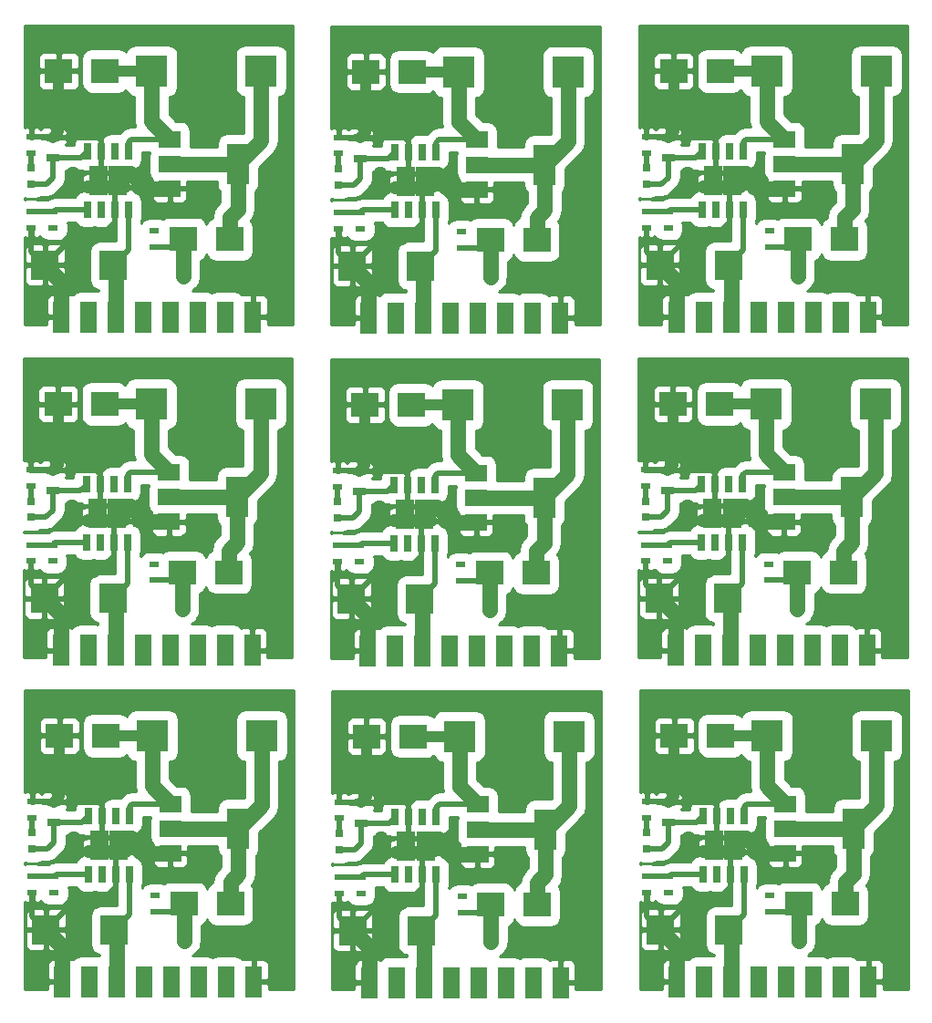
<source format=gtl>
G04 #@! TF.FileFunction,Copper,L1,Top,Signal*
%FSLAX46Y46*%
G04 Gerber Fmt 4.6, Leading zero omitted, Abs format (unit mm)*
G04 Created by KiCad (PCBNEW 4.0.5+dfsg1-4) date Wed Nov 21 21:13:56 2018*
%MOMM*%
%LPD*%
G01*
G04 APERTURE LIST*
%ADD10C,0.150000*%
%ADD11R,1.300000X0.700000*%
%ADD12R,0.650000X1.500000*%
%ADD13R,1.800000X1.350000*%
%ADD14R,0.900000X0.500000*%
%ADD15R,2.999740X2.999740*%
%ADD16R,2.500000X2.300000*%
%ADD17R,0.750000X0.800000*%
%ADD18R,2.550000X2.700000*%
%ADD19R,2.000000X3.800000*%
%ADD20R,2.000000X1.500000*%
%ADD21R,1.524000X3.000000*%
%ADD22C,1.300480*%
%ADD23C,0.500000*%
%ADD24C,1.400000*%
%ADD25C,1.000760*%
%ADD26C,0.203200*%
%ADD27C,0.254000*%
G04 APERTURE END LIST*
D10*
D11*
X161925000Y-132204500D03*
X161925000Y-130304500D03*
D12*
X168910000Y-131602500D03*
X167640000Y-131602500D03*
X166370000Y-131602500D03*
X165100000Y-131602500D03*
X165100000Y-137002500D03*
X166370000Y-137002500D03*
X167640000Y-137002500D03*
X168910000Y-137002500D03*
D13*
X166105000Y-134977500D03*
X167905000Y-134977500D03*
X166105000Y-133627500D03*
X167905000Y-133627500D03*
D14*
X171323000Y-140513500D03*
X171323000Y-139013500D03*
X161925000Y-138735500D03*
X161925000Y-137235500D03*
X159893000Y-137235500D03*
X159893000Y-138735500D03*
X159893000Y-131750500D03*
X159893000Y-130250500D03*
D15*
X171069000Y-124142500D03*
X181229000Y-124142500D03*
D16*
X173999000Y-139763500D03*
X178299000Y-139763500D03*
X166742000Y-124142500D03*
X162442000Y-124142500D03*
D17*
X159893000Y-133171500D03*
X159893000Y-134671500D03*
D18*
X167513000Y-142176500D03*
X161163000Y-142176500D03*
D19*
X179045000Y-132778500D03*
D20*
X172745000Y-132778500D03*
X172745000Y-135078500D03*
X172745000Y-130478500D03*
D11*
X133350000Y-132268000D03*
X133350000Y-130368000D03*
D12*
X140335000Y-131666000D03*
X139065000Y-131666000D03*
X137795000Y-131666000D03*
X136525000Y-131666000D03*
X136525000Y-137066000D03*
X137795000Y-137066000D03*
X139065000Y-137066000D03*
X140335000Y-137066000D03*
D13*
X137530000Y-135041000D03*
X139330000Y-135041000D03*
X137530000Y-133691000D03*
X139330000Y-133691000D03*
D14*
X142748000Y-140577000D03*
X142748000Y-139077000D03*
X133350000Y-138799000D03*
X133350000Y-137299000D03*
X131318000Y-137299000D03*
X131318000Y-138799000D03*
X131318000Y-131814000D03*
X131318000Y-130314000D03*
D15*
X142494000Y-124206000D03*
X152654000Y-124206000D03*
D16*
X145424000Y-139827000D03*
X149724000Y-139827000D03*
X138167000Y-124206000D03*
X133867000Y-124206000D03*
D17*
X131318000Y-133235000D03*
X131318000Y-134735000D03*
D18*
X138938000Y-142240000D03*
X132588000Y-142240000D03*
D19*
X150470000Y-132842000D03*
D20*
X144170000Y-132842000D03*
X144170000Y-135142000D03*
X144170000Y-130542000D03*
D11*
X104838500Y-132204500D03*
X104838500Y-130304500D03*
D12*
X111823500Y-131602500D03*
X110553500Y-131602500D03*
X109283500Y-131602500D03*
X108013500Y-131602500D03*
X108013500Y-137002500D03*
X109283500Y-137002500D03*
X110553500Y-137002500D03*
X111823500Y-137002500D03*
D13*
X109018500Y-134977500D03*
X110818500Y-134977500D03*
X109018500Y-133627500D03*
X110818500Y-133627500D03*
D14*
X114236500Y-140513500D03*
X114236500Y-139013500D03*
X104838500Y-138735500D03*
X104838500Y-137235500D03*
X102806500Y-137235500D03*
X102806500Y-138735500D03*
X102806500Y-131750500D03*
X102806500Y-130250500D03*
D15*
X113982500Y-124142500D03*
X124142500Y-124142500D03*
D16*
X116912500Y-139763500D03*
X121212500Y-139763500D03*
X109655500Y-124142500D03*
X105355500Y-124142500D03*
D17*
X102806500Y-133171500D03*
X102806500Y-134671500D03*
D18*
X110426500Y-142176500D03*
X104076500Y-142176500D03*
D19*
X121958500Y-132778500D03*
D20*
X115658500Y-132778500D03*
X115658500Y-135078500D03*
X115658500Y-130478500D03*
D19*
X121831500Y-101981000D03*
D20*
X115531500Y-101981000D03*
X115531500Y-104281000D03*
X115531500Y-99681000D03*
D18*
X110299500Y-111379000D03*
X103949500Y-111379000D03*
D17*
X102679500Y-102374000D03*
X102679500Y-103874000D03*
D16*
X109528500Y-93345000D03*
X105228500Y-93345000D03*
X116785500Y-108966000D03*
X121085500Y-108966000D03*
D15*
X113855500Y-93345000D03*
X124015500Y-93345000D03*
D14*
X102679500Y-100953000D03*
X102679500Y-99453000D03*
X102679500Y-106438000D03*
X102679500Y-107938000D03*
X104711500Y-107938000D03*
X104711500Y-106438000D03*
X114109500Y-109716000D03*
X114109500Y-108216000D03*
D12*
X111696500Y-100805000D03*
X110426500Y-100805000D03*
X109156500Y-100805000D03*
X107886500Y-100805000D03*
X107886500Y-106205000D03*
X109156500Y-106205000D03*
X110426500Y-106205000D03*
X111696500Y-106205000D03*
D13*
X108891500Y-104180000D03*
X110691500Y-104180000D03*
X108891500Y-102830000D03*
X110691500Y-102830000D03*
D11*
X104711500Y-101407000D03*
X104711500Y-99507000D03*
D19*
X150343000Y-102044500D03*
D20*
X144043000Y-102044500D03*
X144043000Y-104344500D03*
X144043000Y-99744500D03*
D18*
X138811000Y-111442500D03*
X132461000Y-111442500D03*
D17*
X131191000Y-102437500D03*
X131191000Y-103937500D03*
D16*
X138040000Y-93408500D03*
X133740000Y-93408500D03*
X145297000Y-109029500D03*
X149597000Y-109029500D03*
D15*
X142367000Y-93408500D03*
X152527000Y-93408500D03*
D14*
X131191000Y-101016500D03*
X131191000Y-99516500D03*
X131191000Y-106501500D03*
X131191000Y-108001500D03*
X133223000Y-108001500D03*
X133223000Y-106501500D03*
X142621000Y-109779500D03*
X142621000Y-108279500D03*
D12*
X140208000Y-100868500D03*
X138938000Y-100868500D03*
X137668000Y-100868500D03*
X136398000Y-100868500D03*
X136398000Y-106268500D03*
X137668000Y-106268500D03*
X138938000Y-106268500D03*
X140208000Y-106268500D03*
D13*
X137403000Y-104243500D03*
X139203000Y-104243500D03*
X137403000Y-102893500D03*
X139203000Y-102893500D03*
D11*
X133223000Y-101470500D03*
X133223000Y-99570500D03*
D19*
X178918000Y-101981000D03*
D20*
X172618000Y-101981000D03*
X172618000Y-104281000D03*
X172618000Y-99681000D03*
D18*
X167386000Y-111379000D03*
X161036000Y-111379000D03*
D17*
X159766000Y-102374000D03*
X159766000Y-103874000D03*
D16*
X166615000Y-93345000D03*
X162315000Y-93345000D03*
X173872000Y-108966000D03*
X178172000Y-108966000D03*
D15*
X170942000Y-93345000D03*
X181102000Y-93345000D03*
D14*
X159766000Y-100953000D03*
X159766000Y-99453000D03*
X159766000Y-106438000D03*
X159766000Y-107938000D03*
X161798000Y-107938000D03*
X161798000Y-106438000D03*
X171196000Y-109716000D03*
X171196000Y-108216000D03*
D12*
X168783000Y-100805000D03*
X167513000Y-100805000D03*
X166243000Y-100805000D03*
X164973000Y-100805000D03*
X164973000Y-106205000D03*
X166243000Y-106205000D03*
X167513000Y-106205000D03*
X168783000Y-106205000D03*
D13*
X165978000Y-104180000D03*
X167778000Y-104180000D03*
X165978000Y-102830000D03*
X167778000Y-102830000D03*
D11*
X161798000Y-101407000D03*
X161798000Y-99507000D03*
X161861500Y-70482500D03*
X161861500Y-68582500D03*
D12*
X168846500Y-69880500D03*
X167576500Y-69880500D03*
X166306500Y-69880500D03*
X165036500Y-69880500D03*
X165036500Y-75280500D03*
X166306500Y-75280500D03*
X167576500Y-75280500D03*
X168846500Y-75280500D03*
D13*
X166041500Y-73255500D03*
X167841500Y-73255500D03*
X166041500Y-71905500D03*
X167841500Y-71905500D03*
D14*
X171259500Y-78791500D03*
X171259500Y-77291500D03*
X161861500Y-77013500D03*
X161861500Y-75513500D03*
X159829500Y-75513500D03*
X159829500Y-77013500D03*
X159829500Y-70028500D03*
X159829500Y-68528500D03*
D15*
X171005500Y-62420500D03*
X181165500Y-62420500D03*
D16*
X173935500Y-78041500D03*
X178235500Y-78041500D03*
X166678500Y-62420500D03*
X162378500Y-62420500D03*
D17*
X159829500Y-71449500D03*
X159829500Y-72949500D03*
D18*
X167449500Y-80454500D03*
X161099500Y-80454500D03*
D19*
X178981500Y-71056500D03*
D20*
X172681500Y-71056500D03*
X172681500Y-73356500D03*
X172681500Y-68756500D03*
D11*
X133286500Y-70546000D03*
X133286500Y-68646000D03*
D12*
X140271500Y-69944000D03*
X139001500Y-69944000D03*
X137731500Y-69944000D03*
X136461500Y-69944000D03*
X136461500Y-75344000D03*
X137731500Y-75344000D03*
X139001500Y-75344000D03*
X140271500Y-75344000D03*
D13*
X137466500Y-73319000D03*
X139266500Y-73319000D03*
X137466500Y-71969000D03*
X139266500Y-71969000D03*
D14*
X142684500Y-78855000D03*
X142684500Y-77355000D03*
X133286500Y-77077000D03*
X133286500Y-75577000D03*
X131254500Y-75577000D03*
X131254500Y-77077000D03*
X131254500Y-70092000D03*
X131254500Y-68592000D03*
D15*
X142430500Y-62484000D03*
X152590500Y-62484000D03*
D16*
X145360500Y-78105000D03*
X149660500Y-78105000D03*
X138103500Y-62484000D03*
X133803500Y-62484000D03*
D17*
X131254500Y-71513000D03*
X131254500Y-73013000D03*
D18*
X138874500Y-80518000D03*
X132524500Y-80518000D03*
D19*
X150406500Y-71120000D03*
D20*
X144106500Y-71120000D03*
X144106500Y-73420000D03*
X144106500Y-68820000D03*
D11*
X104775000Y-70482500D03*
X104775000Y-68582500D03*
D12*
X111760000Y-69880500D03*
X110490000Y-69880500D03*
X109220000Y-69880500D03*
X107950000Y-69880500D03*
X107950000Y-75280500D03*
X109220000Y-75280500D03*
X110490000Y-75280500D03*
X111760000Y-75280500D03*
D13*
X108955000Y-73255500D03*
X110755000Y-73255500D03*
X108955000Y-71905500D03*
X110755000Y-71905500D03*
D14*
X114173000Y-78791500D03*
X114173000Y-77291500D03*
X104775000Y-77013500D03*
X104775000Y-75513500D03*
X102743000Y-75513500D03*
X102743000Y-77013500D03*
X102743000Y-70028500D03*
X102743000Y-68528500D03*
D15*
X113919000Y-62420500D03*
X124079000Y-62420500D03*
D16*
X116849000Y-78041500D03*
X121149000Y-78041500D03*
X109592000Y-62420500D03*
X105292000Y-62420500D03*
D17*
X102743000Y-71449500D03*
X102743000Y-72949500D03*
D18*
X110363000Y-80454500D03*
X104013000Y-80454500D03*
D19*
X121895000Y-71056500D03*
D20*
X115595000Y-71056500D03*
X115595000Y-73356500D03*
X115595000Y-68756500D03*
D21*
X134048500Y-85344000D03*
X136588500Y-85344000D03*
X139128500Y-85344000D03*
X144208500Y-85344000D03*
X146748500Y-85344000D03*
X141668500Y-85344000D03*
X149288500Y-85344000D03*
X151828500Y-85344000D03*
X162623500Y-85280500D03*
X165163500Y-85280500D03*
X167703500Y-85280500D03*
X172783500Y-85280500D03*
X175323500Y-85280500D03*
X170243500Y-85280500D03*
X177863500Y-85280500D03*
X180403500Y-85280500D03*
X162560000Y-116205000D03*
X165100000Y-116205000D03*
X167640000Y-116205000D03*
X172720000Y-116205000D03*
X175260000Y-116205000D03*
X170180000Y-116205000D03*
X177800000Y-116205000D03*
X180340000Y-116205000D03*
X133985000Y-116268500D03*
X136525000Y-116268500D03*
X139065000Y-116268500D03*
X144145000Y-116268500D03*
X146685000Y-116268500D03*
X141605000Y-116268500D03*
X149225000Y-116268500D03*
X151765000Y-116268500D03*
X105473500Y-116205000D03*
X108013500Y-116205000D03*
X110553500Y-116205000D03*
X115633500Y-116205000D03*
X118173500Y-116205000D03*
X113093500Y-116205000D03*
X120713500Y-116205000D03*
X123253500Y-116205000D03*
X105600500Y-147002500D03*
X108140500Y-147002500D03*
X110680500Y-147002500D03*
X115760500Y-147002500D03*
X118300500Y-147002500D03*
X113220500Y-147002500D03*
X120840500Y-147002500D03*
X123380500Y-147002500D03*
X134112000Y-147066000D03*
X136652000Y-147066000D03*
X139192000Y-147066000D03*
X144272000Y-147066000D03*
X146812000Y-147066000D03*
X141732000Y-147066000D03*
X149352000Y-147066000D03*
X151892000Y-147066000D03*
X162687000Y-147002500D03*
X165227000Y-147002500D03*
X167767000Y-147002500D03*
X172847000Y-147002500D03*
X175387000Y-147002500D03*
X170307000Y-147002500D03*
X177927000Y-147002500D03*
X180467000Y-147002500D03*
X105537000Y-85280500D03*
X108077000Y-85280500D03*
X110617000Y-85280500D03*
X115697000Y-85280500D03*
X118237000Y-85280500D03*
X113157000Y-85280500D03*
X120777000Y-85280500D03*
X123317000Y-85280500D03*
D22*
X162442000Y-128333500D03*
X167905000Y-133627500D03*
X166243000Y-133731000D03*
X167005000Y-134937500D03*
X163766500Y-133604000D03*
X163703000Y-135382000D03*
X165227000Y-134937500D03*
X168529000Y-134874000D03*
X133867000Y-128397000D03*
X139330000Y-133691000D03*
X137668000Y-133794500D03*
X138430000Y-135001000D03*
X135191500Y-133667500D03*
X135128000Y-135445500D03*
X136652000Y-135001000D03*
X139954000Y-134937500D03*
X105355500Y-128333500D03*
X110818500Y-133627500D03*
X109156500Y-133731000D03*
X109918500Y-134937500D03*
X106680000Y-133604000D03*
X106616500Y-135382000D03*
X108140500Y-134937500D03*
X111442500Y-134874000D03*
X111315500Y-104076500D03*
X108013500Y-104140000D03*
X106489500Y-104584500D03*
X106553000Y-102806500D03*
X109791500Y-104140000D03*
X109029500Y-102933500D03*
X110691500Y-102830000D03*
X105228500Y-97536000D03*
X139827000Y-104140000D03*
X136525000Y-104203500D03*
X135001000Y-104648000D03*
X135064500Y-102870000D03*
X138303000Y-104203500D03*
X137541000Y-102997000D03*
X139203000Y-102893500D03*
X133740000Y-97599500D03*
X168402000Y-104076500D03*
X165100000Y-104140000D03*
X163576000Y-104584500D03*
X163639500Y-102806500D03*
X166878000Y-104140000D03*
X166116000Y-102933500D03*
X167778000Y-102830000D03*
X162315000Y-97536000D03*
X162378500Y-66611500D03*
X167841500Y-71905500D03*
X166179500Y-72009000D03*
X166941500Y-73215500D03*
X163703000Y-71882000D03*
X163639500Y-73660000D03*
X165163500Y-73215500D03*
X168465500Y-73152000D03*
X133803500Y-66675000D03*
X139266500Y-71969000D03*
X137604500Y-72072500D03*
X138366500Y-73279000D03*
X135128000Y-71945500D03*
X135064500Y-73723500D03*
X136588500Y-73279000D03*
X139890500Y-73215500D03*
X105292000Y-66611500D03*
X110755000Y-71905500D03*
X109093000Y-72009000D03*
X109855000Y-73215500D03*
X106616500Y-71882000D03*
X106553000Y-73660000D03*
X108077000Y-73215500D03*
X111379000Y-73152000D03*
X167767000Y-144462500D03*
X139192000Y-144526000D03*
X110680500Y-144462500D03*
X110553500Y-113665000D03*
X139065000Y-113728500D03*
X167640000Y-113665000D03*
X167703500Y-82740500D03*
X139128500Y-82804000D03*
X110617000Y-82740500D03*
X173990000Y-143192500D03*
X145415000Y-143256000D03*
X116903500Y-143192500D03*
X116776500Y-112395000D03*
X145288000Y-112458500D03*
X173863000Y-112395000D03*
X173926500Y-81470500D03*
X145351500Y-81534000D03*
X116840000Y-81470500D03*
D23*
X167640000Y-135242500D02*
X167905000Y-134977500D01*
X167640000Y-137002500D02*
X167640000Y-135242500D01*
X159893000Y-140906500D02*
X161163000Y-142176500D01*
X159893000Y-138735500D02*
X159893000Y-140906500D01*
X167640000Y-138239500D02*
X165862000Y-140017500D01*
X165862000Y-140017500D02*
X163322000Y-140017500D01*
X163322000Y-140017500D02*
X161163000Y-142176500D01*
X167640000Y-137002500D02*
X167640000Y-138239500D01*
D24*
X162687000Y-143700500D02*
X161163000Y-142176500D01*
X162687000Y-147002500D02*
X162687000Y-143700500D01*
X169124000Y-133627500D02*
X167905000Y-133627500D01*
X170575000Y-135078500D02*
X169124000Y-133627500D01*
X172745000Y-135078500D02*
X170575000Y-135078500D01*
D23*
X161871000Y-130250500D02*
X161925000Y-130304500D01*
X159893000Y-130250500D02*
X161871000Y-130250500D01*
X166055000Y-130304500D02*
X166370000Y-130619500D01*
X166370000Y-130619500D02*
X166370000Y-131602500D01*
X161925000Y-130304500D02*
X166055000Y-130304500D01*
X166105000Y-133627500D02*
X167905000Y-133627500D01*
X166370000Y-133362500D02*
X166105000Y-133627500D01*
X166370000Y-131602500D02*
X166370000Y-133362500D01*
X166105000Y-134977500D02*
X167905000Y-134977500D01*
X167905000Y-134977500D02*
X167905000Y-133627500D01*
D25*
X162442000Y-129787500D02*
X161925000Y-130304500D01*
X162442000Y-128333500D02*
X162442000Y-129787500D01*
X162442000Y-124142500D02*
X162442000Y-128333500D01*
D26*
X166105000Y-133627500D02*
X167905000Y-133627500D01*
X166139500Y-133627500D02*
X166105000Y-133627500D01*
X166243000Y-133731000D02*
X166139500Y-133627500D01*
X164822500Y-133627500D02*
X163893500Y-134556500D01*
X167905000Y-133627500D02*
X164822500Y-133627500D01*
X166965000Y-134977500D02*
X166105000Y-134977500D01*
X167005000Y-134937500D02*
X166965000Y-134977500D01*
X163790000Y-133627500D02*
X163766500Y-133604000D01*
X166105000Y-133627500D02*
X163790000Y-133627500D01*
X166105000Y-134059500D02*
X165227000Y-134937500D01*
X166105000Y-133627500D02*
X166105000Y-134059500D01*
X168425500Y-134977500D02*
X167905000Y-134977500D01*
X168529000Y-134874000D02*
X168425500Y-134977500D01*
D23*
X139065000Y-135306000D02*
X139330000Y-135041000D01*
X139065000Y-137066000D02*
X139065000Y-135306000D01*
X131318000Y-140970000D02*
X132588000Y-142240000D01*
X131318000Y-138799000D02*
X131318000Y-140970000D01*
X139065000Y-138303000D02*
X137287000Y-140081000D01*
X137287000Y-140081000D02*
X134747000Y-140081000D01*
X134747000Y-140081000D02*
X132588000Y-142240000D01*
X139065000Y-137066000D02*
X139065000Y-138303000D01*
D24*
X134112000Y-143764000D02*
X132588000Y-142240000D01*
X134112000Y-147066000D02*
X134112000Y-143764000D01*
X140549000Y-133691000D02*
X139330000Y-133691000D01*
X142000000Y-135142000D02*
X140549000Y-133691000D01*
X144170000Y-135142000D02*
X142000000Y-135142000D01*
D23*
X133296000Y-130314000D02*
X133350000Y-130368000D01*
X131318000Y-130314000D02*
X133296000Y-130314000D01*
X137480000Y-130368000D02*
X137795000Y-130683000D01*
X137795000Y-130683000D02*
X137795000Y-131666000D01*
X133350000Y-130368000D02*
X137480000Y-130368000D01*
X137530000Y-133691000D02*
X139330000Y-133691000D01*
X137795000Y-133426000D02*
X137530000Y-133691000D01*
X137795000Y-131666000D02*
X137795000Y-133426000D01*
X137530000Y-135041000D02*
X139330000Y-135041000D01*
X139330000Y-135041000D02*
X139330000Y-133691000D01*
D25*
X133867000Y-129851000D02*
X133350000Y-130368000D01*
X133867000Y-128397000D02*
X133867000Y-129851000D01*
X133867000Y-124206000D02*
X133867000Y-128397000D01*
D26*
X137530000Y-133691000D02*
X139330000Y-133691000D01*
X137564500Y-133691000D02*
X137530000Y-133691000D01*
X137668000Y-133794500D02*
X137564500Y-133691000D01*
X136247500Y-133691000D02*
X135318500Y-134620000D01*
X139330000Y-133691000D02*
X136247500Y-133691000D01*
X138390000Y-135041000D02*
X137530000Y-135041000D01*
X138430000Y-135001000D02*
X138390000Y-135041000D01*
X135215000Y-133691000D02*
X135191500Y-133667500D01*
X137530000Y-133691000D02*
X135215000Y-133691000D01*
X137530000Y-134123000D02*
X136652000Y-135001000D01*
X137530000Y-133691000D02*
X137530000Y-134123000D01*
X139850500Y-135041000D02*
X139330000Y-135041000D01*
X139954000Y-134937500D02*
X139850500Y-135041000D01*
D23*
X110553500Y-135242500D02*
X110818500Y-134977500D01*
X110553500Y-137002500D02*
X110553500Y-135242500D01*
X102806500Y-140906500D02*
X104076500Y-142176500D01*
X102806500Y-138735500D02*
X102806500Y-140906500D01*
X110553500Y-138239500D02*
X108775500Y-140017500D01*
X108775500Y-140017500D02*
X106235500Y-140017500D01*
X106235500Y-140017500D02*
X104076500Y-142176500D01*
X110553500Y-137002500D02*
X110553500Y-138239500D01*
D24*
X105600500Y-143700500D02*
X104076500Y-142176500D01*
X105600500Y-147002500D02*
X105600500Y-143700500D01*
X112037500Y-133627500D02*
X110818500Y-133627500D01*
X113488500Y-135078500D02*
X112037500Y-133627500D01*
X115658500Y-135078500D02*
X113488500Y-135078500D01*
D23*
X104784500Y-130250500D02*
X104838500Y-130304500D01*
X102806500Y-130250500D02*
X104784500Y-130250500D01*
X108968500Y-130304500D02*
X109283500Y-130619500D01*
X109283500Y-130619500D02*
X109283500Y-131602500D01*
X104838500Y-130304500D02*
X108968500Y-130304500D01*
X109018500Y-133627500D02*
X110818500Y-133627500D01*
X109283500Y-133362500D02*
X109018500Y-133627500D01*
X109283500Y-131602500D02*
X109283500Y-133362500D01*
X109018500Y-134977500D02*
X110818500Y-134977500D01*
X110818500Y-134977500D02*
X110818500Y-133627500D01*
D25*
X105355500Y-129787500D02*
X104838500Y-130304500D01*
X105355500Y-128333500D02*
X105355500Y-129787500D01*
X105355500Y-124142500D02*
X105355500Y-128333500D01*
D26*
X109018500Y-133627500D02*
X110818500Y-133627500D01*
X109053000Y-133627500D02*
X109018500Y-133627500D01*
X109156500Y-133731000D02*
X109053000Y-133627500D01*
X107736000Y-133627500D02*
X106807000Y-134556500D01*
X110818500Y-133627500D02*
X107736000Y-133627500D01*
X109878500Y-134977500D02*
X109018500Y-134977500D01*
X109918500Y-134937500D02*
X109878500Y-134977500D01*
X106703500Y-133627500D02*
X106680000Y-133604000D01*
X109018500Y-133627500D02*
X106703500Y-133627500D01*
X109018500Y-134059500D02*
X108140500Y-134937500D01*
X109018500Y-133627500D02*
X109018500Y-134059500D01*
X111339000Y-134977500D02*
X110818500Y-134977500D01*
X111442500Y-134874000D02*
X111339000Y-134977500D01*
X111315500Y-104076500D02*
X111212000Y-104180000D01*
X111212000Y-104180000D02*
X110691500Y-104180000D01*
X108891500Y-102830000D02*
X108891500Y-103262000D01*
X108891500Y-103262000D02*
X108013500Y-104140000D01*
X108891500Y-102830000D02*
X106576500Y-102830000D01*
X106576500Y-102830000D02*
X106553000Y-102806500D01*
X109791500Y-104140000D02*
X109751500Y-104180000D01*
X109751500Y-104180000D02*
X108891500Y-104180000D01*
X110691500Y-102830000D02*
X107609000Y-102830000D01*
X107609000Y-102830000D02*
X106680000Y-103759000D01*
X109029500Y-102933500D02*
X108926000Y-102830000D01*
X108926000Y-102830000D02*
X108891500Y-102830000D01*
X108891500Y-102830000D02*
X110691500Y-102830000D01*
D25*
X105228500Y-93345000D02*
X105228500Y-97536000D01*
X105228500Y-97536000D02*
X105228500Y-98990000D01*
X105228500Y-98990000D02*
X104711500Y-99507000D01*
D23*
X110691500Y-104180000D02*
X110691500Y-102830000D01*
X108891500Y-104180000D02*
X110691500Y-104180000D01*
X109156500Y-100805000D02*
X109156500Y-102565000D01*
X109156500Y-102565000D02*
X108891500Y-102830000D01*
X108891500Y-102830000D02*
X110691500Y-102830000D01*
X104711500Y-99507000D02*
X108841500Y-99507000D01*
X109156500Y-99822000D02*
X109156500Y-100805000D01*
X108841500Y-99507000D02*
X109156500Y-99822000D01*
X102679500Y-99453000D02*
X104657500Y-99453000D01*
X104657500Y-99453000D02*
X104711500Y-99507000D01*
D24*
X115531500Y-104281000D02*
X113361500Y-104281000D01*
X113361500Y-104281000D02*
X111910500Y-102830000D01*
X111910500Y-102830000D02*
X110691500Y-102830000D01*
X105473500Y-116205000D02*
X105473500Y-112903000D01*
X105473500Y-112903000D02*
X103949500Y-111379000D01*
D23*
X110426500Y-106205000D02*
X110426500Y-107442000D01*
X106108500Y-109220000D02*
X103949500Y-111379000D01*
X108648500Y-109220000D02*
X106108500Y-109220000D01*
X110426500Y-107442000D02*
X108648500Y-109220000D01*
X102679500Y-107938000D02*
X102679500Y-110109000D01*
X102679500Y-110109000D02*
X103949500Y-111379000D01*
X110426500Y-106205000D02*
X110426500Y-104445000D01*
X110426500Y-104445000D02*
X110691500Y-104180000D01*
D26*
X139827000Y-104140000D02*
X139723500Y-104243500D01*
X139723500Y-104243500D02*
X139203000Y-104243500D01*
X137403000Y-102893500D02*
X137403000Y-103325500D01*
X137403000Y-103325500D02*
X136525000Y-104203500D01*
X137403000Y-102893500D02*
X135088000Y-102893500D01*
X135088000Y-102893500D02*
X135064500Y-102870000D01*
X138303000Y-104203500D02*
X138263000Y-104243500D01*
X138263000Y-104243500D02*
X137403000Y-104243500D01*
X139203000Y-102893500D02*
X136120500Y-102893500D01*
X136120500Y-102893500D02*
X135191500Y-103822500D01*
X137541000Y-102997000D02*
X137437500Y-102893500D01*
X137437500Y-102893500D02*
X137403000Y-102893500D01*
X137403000Y-102893500D02*
X139203000Y-102893500D01*
D25*
X133740000Y-93408500D02*
X133740000Y-97599500D01*
X133740000Y-97599500D02*
X133740000Y-99053500D01*
X133740000Y-99053500D02*
X133223000Y-99570500D01*
D23*
X139203000Y-104243500D02*
X139203000Y-102893500D01*
X137403000Y-104243500D02*
X139203000Y-104243500D01*
X137668000Y-100868500D02*
X137668000Y-102628500D01*
X137668000Y-102628500D02*
X137403000Y-102893500D01*
X137403000Y-102893500D02*
X139203000Y-102893500D01*
X133223000Y-99570500D02*
X137353000Y-99570500D01*
X137668000Y-99885500D02*
X137668000Y-100868500D01*
X137353000Y-99570500D02*
X137668000Y-99885500D01*
X131191000Y-99516500D02*
X133169000Y-99516500D01*
X133169000Y-99516500D02*
X133223000Y-99570500D01*
D24*
X144043000Y-104344500D02*
X141873000Y-104344500D01*
X141873000Y-104344500D02*
X140422000Y-102893500D01*
X140422000Y-102893500D02*
X139203000Y-102893500D01*
X133985000Y-116268500D02*
X133985000Y-112966500D01*
X133985000Y-112966500D02*
X132461000Y-111442500D01*
D23*
X138938000Y-106268500D02*
X138938000Y-107505500D01*
X134620000Y-109283500D02*
X132461000Y-111442500D01*
X137160000Y-109283500D02*
X134620000Y-109283500D01*
X138938000Y-107505500D02*
X137160000Y-109283500D01*
X131191000Y-108001500D02*
X131191000Y-110172500D01*
X131191000Y-110172500D02*
X132461000Y-111442500D01*
X138938000Y-106268500D02*
X138938000Y-104508500D01*
X138938000Y-104508500D02*
X139203000Y-104243500D01*
D26*
X168402000Y-104076500D02*
X168298500Y-104180000D01*
X168298500Y-104180000D02*
X167778000Y-104180000D01*
X165978000Y-102830000D02*
X165978000Y-103262000D01*
X165978000Y-103262000D02*
X165100000Y-104140000D01*
X165978000Y-102830000D02*
X163663000Y-102830000D01*
X163663000Y-102830000D02*
X163639500Y-102806500D01*
X166878000Y-104140000D02*
X166838000Y-104180000D01*
X166838000Y-104180000D02*
X165978000Y-104180000D01*
X167778000Y-102830000D02*
X164695500Y-102830000D01*
X164695500Y-102830000D02*
X163766500Y-103759000D01*
X166116000Y-102933500D02*
X166012500Y-102830000D01*
X166012500Y-102830000D02*
X165978000Y-102830000D01*
X165978000Y-102830000D02*
X167778000Y-102830000D01*
D25*
X162315000Y-93345000D02*
X162315000Y-97536000D01*
X162315000Y-97536000D02*
X162315000Y-98990000D01*
X162315000Y-98990000D02*
X161798000Y-99507000D01*
D23*
X167778000Y-104180000D02*
X167778000Y-102830000D01*
X165978000Y-104180000D02*
X167778000Y-104180000D01*
X166243000Y-100805000D02*
X166243000Y-102565000D01*
X166243000Y-102565000D02*
X165978000Y-102830000D01*
X165978000Y-102830000D02*
X167778000Y-102830000D01*
X161798000Y-99507000D02*
X165928000Y-99507000D01*
X166243000Y-99822000D02*
X166243000Y-100805000D01*
X165928000Y-99507000D02*
X166243000Y-99822000D01*
X159766000Y-99453000D02*
X161744000Y-99453000D01*
X161744000Y-99453000D02*
X161798000Y-99507000D01*
D24*
X172618000Y-104281000D02*
X170448000Y-104281000D01*
X170448000Y-104281000D02*
X168997000Y-102830000D01*
X168997000Y-102830000D02*
X167778000Y-102830000D01*
X162560000Y-116205000D02*
X162560000Y-112903000D01*
X162560000Y-112903000D02*
X161036000Y-111379000D01*
D23*
X167513000Y-106205000D02*
X167513000Y-107442000D01*
X163195000Y-109220000D02*
X161036000Y-111379000D01*
X165735000Y-109220000D02*
X163195000Y-109220000D01*
X167513000Y-107442000D02*
X165735000Y-109220000D01*
X159766000Y-107938000D02*
X159766000Y-110109000D01*
X159766000Y-110109000D02*
X161036000Y-111379000D01*
X167513000Y-106205000D02*
X167513000Y-104445000D01*
X167513000Y-104445000D02*
X167778000Y-104180000D01*
X167576500Y-73520500D02*
X167841500Y-73255500D01*
X167576500Y-75280500D02*
X167576500Y-73520500D01*
X159829500Y-79184500D02*
X161099500Y-80454500D01*
X159829500Y-77013500D02*
X159829500Y-79184500D01*
X167576500Y-76517500D02*
X165798500Y-78295500D01*
X165798500Y-78295500D02*
X163258500Y-78295500D01*
X163258500Y-78295500D02*
X161099500Y-80454500D01*
X167576500Y-75280500D02*
X167576500Y-76517500D01*
D24*
X162623500Y-81978500D02*
X161099500Y-80454500D01*
X162623500Y-85280500D02*
X162623500Y-81978500D01*
X169060500Y-71905500D02*
X167841500Y-71905500D01*
X170511500Y-73356500D02*
X169060500Y-71905500D01*
X172681500Y-73356500D02*
X170511500Y-73356500D01*
D23*
X161807500Y-68528500D02*
X161861500Y-68582500D01*
X159829500Y-68528500D02*
X161807500Y-68528500D01*
X165991500Y-68582500D02*
X166306500Y-68897500D01*
X166306500Y-68897500D02*
X166306500Y-69880500D01*
X161861500Y-68582500D02*
X165991500Y-68582500D01*
X166041500Y-71905500D02*
X167841500Y-71905500D01*
X166306500Y-71640500D02*
X166041500Y-71905500D01*
X166306500Y-69880500D02*
X166306500Y-71640500D01*
X166041500Y-73255500D02*
X167841500Y-73255500D01*
X167841500Y-73255500D02*
X167841500Y-71905500D01*
D25*
X162378500Y-68065500D02*
X161861500Y-68582500D01*
X162378500Y-66611500D02*
X162378500Y-68065500D01*
X162378500Y-62420500D02*
X162378500Y-66611500D01*
D26*
X166041500Y-71905500D02*
X167841500Y-71905500D01*
X166076000Y-71905500D02*
X166041500Y-71905500D01*
X166179500Y-72009000D02*
X166076000Y-71905500D01*
X164759000Y-71905500D02*
X163830000Y-72834500D01*
X167841500Y-71905500D02*
X164759000Y-71905500D01*
X166901500Y-73255500D02*
X166041500Y-73255500D01*
X166941500Y-73215500D02*
X166901500Y-73255500D01*
X163726500Y-71905500D02*
X163703000Y-71882000D01*
X166041500Y-71905500D02*
X163726500Y-71905500D01*
X166041500Y-72337500D02*
X165163500Y-73215500D01*
X166041500Y-71905500D02*
X166041500Y-72337500D01*
X168362000Y-73255500D02*
X167841500Y-73255500D01*
X168465500Y-73152000D02*
X168362000Y-73255500D01*
D23*
X139001500Y-73584000D02*
X139266500Y-73319000D01*
X139001500Y-75344000D02*
X139001500Y-73584000D01*
X131254500Y-79248000D02*
X132524500Y-80518000D01*
X131254500Y-77077000D02*
X131254500Y-79248000D01*
X139001500Y-76581000D02*
X137223500Y-78359000D01*
X137223500Y-78359000D02*
X134683500Y-78359000D01*
X134683500Y-78359000D02*
X132524500Y-80518000D01*
X139001500Y-75344000D02*
X139001500Y-76581000D01*
D24*
X134048500Y-82042000D02*
X132524500Y-80518000D01*
X134048500Y-85344000D02*
X134048500Y-82042000D01*
X140485500Y-71969000D02*
X139266500Y-71969000D01*
X141936500Y-73420000D02*
X140485500Y-71969000D01*
X144106500Y-73420000D02*
X141936500Y-73420000D01*
D23*
X133232500Y-68592000D02*
X133286500Y-68646000D01*
X131254500Y-68592000D02*
X133232500Y-68592000D01*
X137416500Y-68646000D02*
X137731500Y-68961000D01*
X137731500Y-68961000D02*
X137731500Y-69944000D01*
X133286500Y-68646000D02*
X137416500Y-68646000D01*
X137466500Y-71969000D02*
X139266500Y-71969000D01*
X137731500Y-71704000D02*
X137466500Y-71969000D01*
X137731500Y-69944000D02*
X137731500Y-71704000D01*
X137466500Y-73319000D02*
X139266500Y-73319000D01*
X139266500Y-73319000D02*
X139266500Y-71969000D01*
D25*
X133803500Y-68129000D02*
X133286500Y-68646000D01*
X133803500Y-66675000D02*
X133803500Y-68129000D01*
X133803500Y-62484000D02*
X133803500Y-66675000D01*
D26*
X137466500Y-71969000D02*
X139266500Y-71969000D01*
X137501000Y-71969000D02*
X137466500Y-71969000D01*
X137604500Y-72072500D02*
X137501000Y-71969000D01*
X136184000Y-71969000D02*
X135255000Y-72898000D01*
X139266500Y-71969000D02*
X136184000Y-71969000D01*
X138326500Y-73319000D02*
X137466500Y-73319000D01*
X138366500Y-73279000D02*
X138326500Y-73319000D01*
X135151500Y-71969000D02*
X135128000Y-71945500D01*
X137466500Y-71969000D02*
X135151500Y-71969000D01*
X137466500Y-72401000D02*
X136588500Y-73279000D01*
X137466500Y-71969000D02*
X137466500Y-72401000D01*
X139787000Y-73319000D02*
X139266500Y-73319000D01*
X139890500Y-73215500D02*
X139787000Y-73319000D01*
D23*
X110490000Y-73520500D02*
X110755000Y-73255500D01*
X110490000Y-75280500D02*
X110490000Y-73520500D01*
X102743000Y-79184500D02*
X104013000Y-80454500D01*
X102743000Y-77013500D02*
X102743000Y-79184500D01*
X110490000Y-76517500D02*
X108712000Y-78295500D01*
X108712000Y-78295500D02*
X106172000Y-78295500D01*
X106172000Y-78295500D02*
X104013000Y-80454500D01*
X110490000Y-75280500D02*
X110490000Y-76517500D01*
D24*
X105537000Y-81978500D02*
X104013000Y-80454500D01*
X105537000Y-85280500D02*
X105537000Y-81978500D01*
X111974000Y-71905500D02*
X110755000Y-71905500D01*
X113425000Y-73356500D02*
X111974000Y-71905500D01*
X115595000Y-73356500D02*
X113425000Y-73356500D01*
D23*
X104721000Y-68528500D02*
X104775000Y-68582500D01*
X102743000Y-68528500D02*
X104721000Y-68528500D01*
X108905000Y-68582500D02*
X109220000Y-68897500D01*
X109220000Y-68897500D02*
X109220000Y-69880500D01*
X104775000Y-68582500D02*
X108905000Y-68582500D01*
X108955000Y-71905500D02*
X110755000Y-71905500D01*
X109220000Y-71640500D02*
X108955000Y-71905500D01*
X109220000Y-69880500D02*
X109220000Y-71640500D01*
X108955000Y-73255500D02*
X110755000Y-73255500D01*
X110755000Y-73255500D02*
X110755000Y-71905500D01*
D25*
X105292000Y-68065500D02*
X104775000Y-68582500D01*
X105292000Y-66611500D02*
X105292000Y-68065500D01*
X105292000Y-62420500D02*
X105292000Y-66611500D01*
D26*
X108955000Y-71905500D02*
X110755000Y-71905500D01*
X108989500Y-71905500D02*
X108955000Y-71905500D01*
X109093000Y-72009000D02*
X108989500Y-71905500D01*
X107672500Y-71905500D02*
X106743500Y-72834500D01*
X110755000Y-71905500D02*
X107672500Y-71905500D01*
X109815000Y-73255500D02*
X108955000Y-73255500D01*
X109855000Y-73215500D02*
X109815000Y-73255500D01*
X106640000Y-71905500D02*
X106616500Y-71882000D01*
X108955000Y-71905500D02*
X106640000Y-71905500D01*
X108955000Y-72337500D02*
X108077000Y-73215500D01*
X108955000Y-71905500D02*
X108955000Y-72337500D01*
X111275500Y-73255500D02*
X110755000Y-73255500D01*
X111379000Y-73152000D02*
X111275500Y-73255500D01*
D24*
X167767000Y-142430500D02*
X167513000Y-142176500D01*
X167767000Y-144462500D02*
X167767000Y-142430500D01*
X167767000Y-147002500D02*
X167767000Y-144462500D01*
D23*
X168910000Y-140779500D02*
X167513000Y-142176500D01*
X168910000Y-137002500D02*
X168910000Y-140779500D01*
D24*
X139192000Y-142494000D02*
X138938000Y-142240000D01*
X139192000Y-144526000D02*
X139192000Y-142494000D01*
X139192000Y-147066000D02*
X139192000Y-144526000D01*
D23*
X140335000Y-140843000D02*
X138938000Y-142240000D01*
X140335000Y-137066000D02*
X140335000Y-140843000D01*
D24*
X110680500Y-142430500D02*
X110426500Y-142176500D01*
X110680500Y-144462500D02*
X110680500Y-142430500D01*
X110680500Y-147002500D02*
X110680500Y-144462500D01*
D23*
X111823500Y-140779500D02*
X110426500Y-142176500D01*
X111823500Y-137002500D02*
X111823500Y-140779500D01*
X111696500Y-106205000D02*
X111696500Y-109982000D01*
X111696500Y-109982000D02*
X110299500Y-111379000D01*
D24*
X110553500Y-116205000D02*
X110553500Y-113665000D01*
X110553500Y-113665000D02*
X110553500Y-111633000D01*
X110553500Y-111633000D02*
X110299500Y-111379000D01*
D23*
X140208000Y-106268500D02*
X140208000Y-110045500D01*
X140208000Y-110045500D02*
X138811000Y-111442500D01*
D24*
X139065000Y-116268500D02*
X139065000Y-113728500D01*
X139065000Y-113728500D02*
X139065000Y-111696500D01*
X139065000Y-111696500D02*
X138811000Y-111442500D01*
D23*
X168783000Y-106205000D02*
X168783000Y-109982000D01*
X168783000Y-109982000D02*
X167386000Y-111379000D01*
D24*
X167640000Y-116205000D02*
X167640000Y-113665000D01*
X167640000Y-113665000D02*
X167640000Y-111633000D01*
X167640000Y-111633000D02*
X167386000Y-111379000D01*
X167703500Y-80708500D02*
X167449500Y-80454500D01*
X167703500Y-82740500D02*
X167703500Y-80708500D01*
X167703500Y-85280500D02*
X167703500Y-82740500D01*
D23*
X168846500Y-79057500D02*
X167449500Y-80454500D01*
X168846500Y-75280500D02*
X168846500Y-79057500D01*
D24*
X139128500Y-80772000D02*
X138874500Y-80518000D01*
X139128500Y-82804000D02*
X139128500Y-80772000D01*
X139128500Y-85344000D02*
X139128500Y-82804000D01*
D23*
X140271500Y-79121000D02*
X138874500Y-80518000D01*
X140271500Y-75344000D02*
X140271500Y-79121000D01*
D24*
X110617000Y-80708500D02*
X110363000Y-80454500D01*
X110617000Y-82740500D02*
X110617000Y-80708500D01*
X110617000Y-85280500D02*
X110617000Y-82740500D01*
D23*
X111760000Y-79057500D02*
X110363000Y-80454500D01*
X111760000Y-75280500D02*
X111760000Y-79057500D01*
X164531000Y-132204500D02*
X161925000Y-132204500D01*
X165100000Y-131635500D02*
X164531000Y-132204500D01*
X165100000Y-131602500D02*
X165100000Y-131635500D01*
X161925000Y-134048500D02*
X161302000Y-134671500D01*
X161302000Y-134671500D02*
X159893000Y-134671500D01*
X161925000Y-132204500D02*
X161925000Y-134048500D01*
X135956000Y-132268000D02*
X133350000Y-132268000D01*
X136525000Y-131699000D02*
X135956000Y-132268000D01*
X136525000Y-131666000D02*
X136525000Y-131699000D01*
X133350000Y-134112000D02*
X132727000Y-134735000D01*
X132727000Y-134735000D02*
X131318000Y-134735000D01*
X133350000Y-132268000D02*
X133350000Y-134112000D01*
X107444500Y-132204500D02*
X104838500Y-132204500D01*
X108013500Y-131635500D02*
X107444500Y-132204500D01*
X108013500Y-131602500D02*
X108013500Y-131635500D01*
X104838500Y-134048500D02*
X104215500Y-134671500D01*
X104215500Y-134671500D02*
X102806500Y-134671500D01*
X104838500Y-132204500D02*
X104838500Y-134048500D01*
X104711500Y-101407000D02*
X104711500Y-103251000D01*
X104088500Y-103874000D02*
X102679500Y-103874000D01*
X104711500Y-103251000D02*
X104088500Y-103874000D01*
X107886500Y-100805000D02*
X107886500Y-100838000D01*
X107886500Y-100838000D02*
X107317500Y-101407000D01*
X107317500Y-101407000D02*
X104711500Y-101407000D01*
X133223000Y-101470500D02*
X133223000Y-103314500D01*
X132600000Y-103937500D02*
X131191000Y-103937500D01*
X133223000Y-103314500D02*
X132600000Y-103937500D01*
X136398000Y-100868500D02*
X136398000Y-100901500D01*
X136398000Y-100901500D02*
X135829000Y-101470500D01*
X135829000Y-101470500D02*
X133223000Y-101470500D01*
X161798000Y-101407000D02*
X161798000Y-103251000D01*
X161175000Y-103874000D02*
X159766000Y-103874000D01*
X161798000Y-103251000D02*
X161175000Y-103874000D01*
X164973000Y-100805000D02*
X164973000Y-100838000D01*
X164973000Y-100838000D02*
X164404000Y-101407000D01*
X164404000Y-101407000D02*
X161798000Y-101407000D01*
X164467500Y-70482500D02*
X161861500Y-70482500D01*
X165036500Y-69913500D02*
X164467500Y-70482500D01*
X165036500Y-69880500D02*
X165036500Y-69913500D01*
X161861500Y-72326500D02*
X161238500Y-72949500D01*
X161238500Y-72949500D02*
X159829500Y-72949500D01*
X161861500Y-70482500D02*
X161861500Y-72326500D01*
X135892500Y-70546000D02*
X133286500Y-70546000D01*
X136461500Y-69977000D02*
X135892500Y-70546000D01*
X136461500Y-69944000D02*
X136461500Y-69977000D01*
X133286500Y-72390000D02*
X132663500Y-73013000D01*
X132663500Y-73013000D02*
X131254500Y-73013000D01*
X133286500Y-70546000D02*
X133286500Y-72390000D01*
X107381000Y-70482500D02*
X104775000Y-70482500D01*
X107950000Y-69913500D02*
X107381000Y-70482500D01*
X107950000Y-69880500D02*
X107950000Y-69913500D01*
X104775000Y-72326500D02*
X104152000Y-72949500D01*
X104152000Y-72949500D02*
X102743000Y-72949500D01*
X104775000Y-70482500D02*
X104775000Y-72326500D01*
X159893000Y-133171500D02*
X159893000Y-131750500D01*
X131318000Y-133235000D02*
X131318000Y-131814000D01*
X102806500Y-133171500D02*
X102806500Y-131750500D01*
X102679500Y-102374000D02*
X102679500Y-100953000D01*
X131191000Y-102437500D02*
X131191000Y-101016500D01*
X159766000Y-102374000D02*
X159766000Y-100953000D01*
X159829500Y-71449500D02*
X159829500Y-70028500D01*
X131254500Y-71513000D02*
X131254500Y-70092000D01*
X102743000Y-71449500D02*
X102743000Y-70028500D01*
X173249000Y-140513500D02*
X173999000Y-139763500D01*
X171323000Y-140513500D02*
X173249000Y-140513500D01*
D25*
X173999000Y-143183500D02*
X173990000Y-143192500D01*
D24*
X173999000Y-143183500D02*
X173990000Y-143192500D01*
X173999000Y-139763500D02*
X173999000Y-143183500D01*
D23*
X144674000Y-140577000D02*
X145424000Y-139827000D01*
X142748000Y-140577000D02*
X144674000Y-140577000D01*
D25*
X145424000Y-143247000D02*
X145415000Y-143256000D01*
D24*
X145424000Y-143247000D02*
X145415000Y-143256000D01*
X145424000Y-139827000D02*
X145424000Y-143247000D01*
D23*
X116162500Y-140513500D02*
X116912500Y-139763500D01*
X114236500Y-140513500D02*
X116162500Y-140513500D01*
D25*
X116912500Y-143183500D02*
X116903500Y-143192500D01*
D24*
X116912500Y-143183500D02*
X116903500Y-143192500D01*
X116912500Y-139763500D02*
X116912500Y-143183500D01*
X116785500Y-108966000D02*
X116785500Y-112386000D01*
X116785500Y-112386000D02*
X116776500Y-112395000D01*
D25*
X116785500Y-112386000D02*
X116776500Y-112395000D01*
D23*
X114109500Y-109716000D02*
X116035500Y-109716000D01*
X116035500Y-109716000D02*
X116785500Y-108966000D01*
D24*
X145297000Y-109029500D02*
X145297000Y-112449500D01*
X145297000Y-112449500D02*
X145288000Y-112458500D01*
D25*
X145297000Y-112449500D02*
X145288000Y-112458500D01*
D23*
X142621000Y-109779500D02*
X144547000Y-109779500D01*
X144547000Y-109779500D02*
X145297000Y-109029500D01*
D24*
X173872000Y-108966000D02*
X173872000Y-112386000D01*
X173872000Y-112386000D02*
X173863000Y-112395000D01*
D25*
X173872000Y-112386000D02*
X173863000Y-112395000D01*
D23*
X171196000Y-109716000D02*
X173122000Y-109716000D01*
X173122000Y-109716000D02*
X173872000Y-108966000D01*
X173185500Y-78791500D02*
X173935500Y-78041500D01*
X171259500Y-78791500D02*
X173185500Y-78791500D01*
D25*
X173935500Y-81461500D02*
X173926500Y-81470500D01*
D24*
X173935500Y-81461500D02*
X173926500Y-81470500D01*
X173935500Y-78041500D02*
X173935500Y-81461500D01*
D23*
X144610500Y-78855000D02*
X145360500Y-78105000D01*
X142684500Y-78855000D02*
X144610500Y-78855000D01*
D25*
X145360500Y-81525000D02*
X145351500Y-81534000D01*
D24*
X145360500Y-81525000D02*
X145351500Y-81534000D01*
X145360500Y-78105000D02*
X145360500Y-81525000D01*
D23*
X116099000Y-78791500D02*
X116849000Y-78041500D01*
X114173000Y-78791500D02*
X116099000Y-78791500D01*
D25*
X116849000Y-81461500D02*
X116840000Y-81470500D01*
D24*
X116849000Y-81461500D02*
X116840000Y-81470500D01*
X116849000Y-78041500D02*
X116849000Y-81461500D01*
X171069000Y-128802500D02*
X172745000Y-130478500D01*
X171069000Y-124142500D02*
X171069000Y-128802500D01*
D23*
X168910000Y-130746500D02*
X169178000Y-130478500D01*
X169178000Y-130478500D02*
X172745000Y-130478500D01*
X168910000Y-131602500D02*
X168910000Y-130746500D01*
D25*
X166742000Y-124142500D02*
X171069000Y-124142500D01*
D24*
X142494000Y-128866000D02*
X144170000Y-130542000D01*
X142494000Y-124206000D02*
X142494000Y-128866000D01*
D23*
X140335000Y-130810000D02*
X140603000Y-130542000D01*
X140603000Y-130542000D02*
X144170000Y-130542000D01*
X140335000Y-131666000D02*
X140335000Y-130810000D01*
D25*
X138167000Y-124206000D02*
X142494000Y-124206000D01*
D24*
X113982500Y-128802500D02*
X115658500Y-130478500D01*
X113982500Y-124142500D02*
X113982500Y-128802500D01*
D23*
X111823500Y-130746500D02*
X112091500Y-130478500D01*
X112091500Y-130478500D02*
X115658500Y-130478500D01*
X111823500Y-131602500D02*
X111823500Y-130746500D01*
D25*
X109655500Y-124142500D02*
X113982500Y-124142500D01*
X109528500Y-93345000D02*
X113855500Y-93345000D01*
D23*
X111696500Y-100805000D02*
X111696500Y-99949000D01*
X111964500Y-99681000D02*
X115531500Y-99681000D01*
X111696500Y-99949000D02*
X111964500Y-99681000D01*
D24*
X113855500Y-93345000D02*
X113855500Y-98005000D01*
X113855500Y-98005000D02*
X115531500Y-99681000D01*
D25*
X138040000Y-93408500D02*
X142367000Y-93408500D01*
D23*
X140208000Y-100868500D02*
X140208000Y-100012500D01*
X140476000Y-99744500D02*
X144043000Y-99744500D01*
X140208000Y-100012500D02*
X140476000Y-99744500D01*
D24*
X142367000Y-93408500D02*
X142367000Y-98068500D01*
X142367000Y-98068500D02*
X144043000Y-99744500D01*
D25*
X166615000Y-93345000D02*
X170942000Y-93345000D01*
D23*
X168783000Y-100805000D02*
X168783000Y-99949000D01*
X169051000Y-99681000D02*
X172618000Y-99681000D01*
X168783000Y-99949000D02*
X169051000Y-99681000D01*
D24*
X170942000Y-93345000D02*
X170942000Y-98005000D01*
X170942000Y-98005000D02*
X172618000Y-99681000D01*
X171005500Y-67080500D02*
X172681500Y-68756500D01*
X171005500Y-62420500D02*
X171005500Y-67080500D01*
D23*
X168846500Y-69024500D02*
X169114500Y-68756500D01*
X169114500Y-68756500D02*
X172681500Y-68756500D01*
X168846500Y-69880500D02*
X168846500Y-69024500D01*
D25*
X166678500Y-62420500D02*
X171005500Y-62420500D01*
D24*
X142430500Y-67144000D02*
X144106500Y-68820000D01*
X142430500Y-62484000D02*
X142430500Y-67144000D01*
D23*
X140271500Y-69088000D02*
X140539500Y-68820000D01*
X140539500Y-68820000D02*
X144106500Y-68820000D01*
X140271500Y-69944000D02*
X140271500Y-69088000D01*
D25*
X138103500Y-62484000D02*
X142430500Y-62484000D01*
D24*
X113919000Y-67080500D02*
X115595000Y-68756500D01*
X113919000Y-62420500D02*
X113919000Y-67080500D01*
D23*
X111760000Y-69024500D02*
X112028000Y-68756500D01*
X112028000Y-68756500D02*
X115595000Y-68756500D01*
X111760000Y-69880500D02*
X111760000Y-69024500D01*
D25*
X109592000Y-62420500D02*
X113919000Y-62420500D01*
D24*
X179045000Y-132778500D02*
X172745000Y-132778500D01*
X178299000Y-137740500D02*
X179045000Y-136994500D01*
X179045000Y-136994500D02*
X179045000Y-132778500D01*
X178299000Y-139763500D02*
X178299000Y-137740500D01*
X181229000Y-130594500D02*
X179045000Y-132778500D01*
X181229000Y-124142500D02*
X181229000Y-130594500D01*
X150470000Y-132842000D02*
X144170000Y-132842000D01*
X149724000Y-137804000D02*
X150470000Y-137058000D01*
X150470000Y-137058000D02*
X150470000Y-132842000D01*
X149724000Y-139827000D02*
X149724000Y-137804000D01*
X152654000Y-130658000D02*
X150470000Y-132842000D01*
X152654000Y-124206000D02*
X152654000Y-130658000D01*
X121958500Y-132778500D02*
X115658500Y-132778500D01*
X121212500Y-137740500D02*
X121958500Y-136994500D01*
X121958500Y-136994500D02*
X121958500Y-132778500D01*
X121212500Y-139763500D02*
X121212500Y-137740500D01*
X124142500Y-130594500D02*
X121958500Y-132778500D01*
X124142500Y-124142500D02*
X124142500Y-130594500D01*
X124015500Y-93345000D02*
X124015500Y-99797000D01*
X124015500Y-99797000D02*
X121831500Y-101981000D01*
X121085500Y-108966000D02*
X121085500Y-106943000D01*
X121831500Y-106197000D02*
X121831500Y-101981000D01*
X121085500Y-106943000D02*
X121831500Y-106197000D01*
X121831500Y-101981000D02*
X115531500Y-101981000D01*
X152527000Y-93408500D02*
X152527000Y-99860500D01*
X152527000Y-99860500D02*
X150343000Y-102044500D01*
X149597000Y-109029500D02*
X149597000Y-107006500D01*
X150343000Y-106260500D02*
X150343000Y-102044500D01*
X149597000Y-107006500D02*
X150343000Y-106260500D01*
X150343000Y-102044500D02*
X144043000Y-102044500D01*
X181102000Y-93345000D02*
X181102000Y-99797000D01*
X181102000Y-99797000D02*
X178918000Y-101981000D01*
X178172000Y-108966000D02*
X178172000Y-106943000D01*
X178918000Y-106197000D02*
X178918000Y-101981000D01*
X178172000Y-106943000D02*
X178918000Y-106197000D01*
X178918000Y-101981000D02*
X172618000Y-101981000D01*
X178981500Y-71056500D02*
X172681500Y-71056500D01*
X178235500Y-76018500D02*
X178981500Y-75272500D01*
X178981500Y-75272500D02*
X178981500Y-71056500D01*
X178235500Y-78041500D02*
X178235500Y-76018500D01*
X181165500Y-68872500D02*
X178981500Y-71056500D01*
X181165500Y-62420500D02*
X181165500Y-68872500D01*
X150406500Y-71120000D02*
X144106500Y-71120000D01*
X149660500Y-76082000D02*
X150406500Y-75336000D01*
X150406500Y-75336000D02*
X150406500Y-71120000D01*
X149660500Y-78105000D02*
X149660500Y-76082000D01*
X152590500Y-68936000D02*
X150406500Y-71120000D01*
X152590500Y-62484000D02*
X152590500Y-68936000D01*
X121895000Y-71056500D02*
X115595000Y-71056500D01*
X121149000Y-76018500D02*
X121895000Y-75272500D01*
X121895000Y-75272500D02*
X121895000Y-71056500D01*
X121149000Y-78041500D02*
X121149000Y-76018500D01*
X124079000Y-68872500D02*
X121895000Y-71056500D01*
X124079000Y-62420500D02*
X124079000Y-68872500D01*
D23*
X162158000Y-137002500D02*
X161925000Y-137235500D01*
X165100000Y-137002500D02*
X162158000Y-137002500D01*
X161925000Y-137235500D02*
X159893000Y-137235500D01*
X133583000Y-137066000D02*
X133350000Y-137299000D01*
X136525000Y-137066000D02*
X133583000Y-137066000D01*
X133350000Y-137299000D02*
X131318000Y-137299000D01*
X105071500Y-137002500D02*
X104838500Y-137235500D01*
X108013500Y-137002500D02*
X105071500Y-137002500D01*
X104838500Y-137235500D02*
X102806500Y-137235500D01*
X104711500Y-106438000D02*
X102679500Y-106438000D01*
X107886500Y-106205000D02*
X104944500Y-106205000D01*
X104944500Y-106205000D02*
X104711500Y-106438000D01*
X133223000Y-106501500D02*
X131191000Y-106501500D01*
X136398000Y-106268500D02*
X133456000Y-106268500D01*
X133456000Y-106268500D02*
X133223000Y-106501500D01*
X161798000Y-106438000D02*
X159766000Y-106438000D01*
X164973000Y-106205000D02*
X162031000Y-106205000D01*
X162031000Y-106205000D02*
X161798000Y-106438000D01*
X162094500Y-75280500D02*
X161861500Y-75513500D01*
X165036500Y-75280500D02*
X162094500Y-75280500D01*
X161861500Y-75513500D02*
X159829500Y-75513500D01*
X133519500Y-75344000D02*
X133286500Y-75577000D01*
X136461500Y-75344000D02*
X133519500Y-75344000D01*
X133286500Y-75577000D02*
X131254500Y-75577000D01*
X105008000Y-75280500D02*
X104775000Y-75513500D01*
X107950000Y-75280500D02*
X105008000Y-75280500D01*
X104775000Y-75513500D02*
X102743000Y-75513500D01*
D27*
G36*
X110554478Y-76374026D02*
X110583000Y-76418350D01*
X110583000Y-78159339D01*
X109088000Y-78159339D01*
X108744474Y-78223978D01*
X108428967Y-78427001D01*
X108217304Y-78736779D01*
X108142839Y-79104500D01*
X108142839Y-81804500D01*
X108207478Y-82148026D01*
X108410501Y-82463533D01*
X108720279Y-82675196D01*
X108990000Y-82729816D01*
X108990000Y-82865917D01*
X108839000Y-82835339D01*
X107315000Y-82835339D01*
X106971474Y-82899978D01*
X106655967Y-83103001D01*
X106582453Y-83210591D01*
X106425309Y-83145500D01*
X105822750Y-83145500D01*
X105664000Y-83304250D01*
X105664000Y-85153500D01*
X105684000Y-85153500D01*
X105684000Y-85407500D01*
X105664000Y-85407500D01*
X105664000Y-85427500D01*
X105410000Y-85427500D01*
X105410000Y-85407500D01*
X104298750Y-85407500D01*
X104140000Y-85566250D01*
X104140000Y-85941000D01*
X102082500Y-85941000D01*
X102082500Y-83654190D01*
X104140000Y-83654190D01*
X104140000Y-84994750D01*
X104298750Y-85153500D01*
X105410000Y-85153500D01*
X105410000Y-83304250D01*
X105251250Y-83145500D01*
X104648691Y-83145500D01*
X104415302Y-83242173D01*
X104236673Y-83420801D01*
X104140000Y-83654190D01*
X102082500Y-83654190D01*
X102082500Y-80740250D01*
X102103000Y-80740250D01*
X102103000Y-81930810D01*
X102199673Y-82164199D01*
X102378302Y-82342827D01*
X102611691Y-82439500D01*
X103727250Y-82439500D01*
X103886000Y-82280750D01*
X103886000Y-80581500D01*
X104140000Y-80581500D01*
X104140000Y-82280750D01*
X104298750Y-82439500D01*
X105414309Y-82439500D01*
X105647698Y-82342827D01*
X105826327Y-82164199D01*
X105923000Y-81930810D01*
X105923000Y-80740250D01*
X105764250Y-80581500D01*
X104140000Y-80581500D01*
X103886000Y-80581500D01*
X102261750Y-80581500D01*
X102103000Y-80740250D01*
X102082500Y-80740250D01*
X102082500Y-78978190D01*
X102103000Y-78978190D01*
X102103000Y-80168750D01*
X102261750Y-80327500D01*
X103886000Y-80327500D01*
X103886000Y-78628250D01*
X104140000Y-78628250D01*
X104140000Y-80327500D01*
X105764250Y-80327500D01*
X105923000Y-80168750D01*
X105923000Y-78978190D01*
X105826327Y-78744801D01*
X105647698Y-78566173D01*
X105414309Y-78469500D01*
X104298750Y-78469500D01*
X104140000Y-78628250D01*
X103886000Y-78628250D01*
X103727250Y-78469500D01*
X102611691Y-78469500D01*
X102378302Y-78566173D01*
X102199673Y-78744801D01*
X102103000Y-78978190D01*
X102082500Y-78978190D01*
X102082500Y-77863627D01*
X102166690Y-77898500D01*
X102457250Y-77898500D01*
X102616000Y-77739750D01*
X102616000Y-77138500D01*
X102596000Y-77138500D01*
X102596000Y-76888500D01*
X102616000Y-76888500D01*
X102616000Y-76866500D01*
X102870000Y-76866500D01*
X102870000Y-76888500D01*
X102890000Y-76888500D01*
X102890000Y-77138500D01*
X102870000Y-77138500D01*
X102870000Y-77739750D01*
X103028750Y-77898500D01*
X103319310Y-77898500D01*
X103552699Y-77801827D01*
X103563122Y-77791404D01*
X103647501Y-77922533D01*
X103957279Y-78134196D01*
X104325000Y-78208661D01*
X105225000Y-78208661D01*
X105568526Y-78144022D01*
X105884033Y-77940999D01*
X106095696Y-77631221D01*
X106170161Y-77263500D01*
X106170161Y-76763500D01*
X106112583Y-76457500D01*
X106798192Y-76457500D01*
X106947501Y-76689533D01*
X107257279Y-76901196D01*
X107625000Y-76975661D01*
X108275000Y-76975661D01*
X108596380Y-76915189D01*
X108895000Y-76975661D01*
X109545000Y-76975661D01*
X109888526Y-76911022D01*
X110204033Y-76707999D01*
X110295248Y-76574502D01*
X110363000Y-76506750D01*
X110363000Y-76475344D01*
X110415696Y-76398221D01*
X110489994Y-76031324D01*
X110554478Y-76374026D01*
X110554478Y-76374026D01*
G37*
X110554478Y-76374026D02*
X110583000Y-76418350D01*
X110583000Y-78159339D01*
X109088000Y-78159339D01*
X108744474Y-78223978D01*
X108428967Y-78427001D01*
X108217304Y-78736779D01*
X108142839Y-79104500D01*
X108142839Y-81804500D01*
X108207478Y-82148026D01*
X108410501Y-82463533D01*
X108720279Y-82675196D01*
X108990000Y-82729816D01*
X108990000Y-82865917D01*
X108839000Y-82835339D01*
X107315000Y-82835339D01*
X106971474Y-82899978D01*
X106655967Y-83103001D01*
X106582453Y-83210591D01*
X106425309Y-83145500D01*
X105822750Y-83145500D01*
X105664000Y-83304250D01*
X105664000Y-85153500D01*
X105684000Y-85153500D01*
X105684000Y-85407500D01*
X105664000Y-85407500D01*
X105664000Y-85427500D01*
X105410000Y-85427500D01*
X105410000Y-85407500D01*
X104298750Y-85407500D01*
X104140000Y-85566250D01*
X104140000Y-85941000D01*
X102082500Y-85941000D01*
X102082500Y-83654190D01*
X104140000Y-83654190D01*
X104140000Y-84994750D01*
X104298750Y-85153500D01*
X105410000Y-85153500D01*
X105410000Y-83304250D01*
X105251250Y-83145500D01*
X104648691Y-83145500D01*
X104415302Y-83242173D01*
X104236673Y-83420801D01*
X104140000Y-83654190D01*
X102082500Y-83654190D01*
X102082500Y-80740250D01*
X102103000Y-80740250D01*
X102103000Y-81930810D01*
X102199673Y-82164199D01*
X102378302Y-82342827D01*
X102611691Y-82439500D01*
X103727250Y-82439500D01*
X103886000Y-82280750D01*
X103886000Y-80581500D01*
X104140000Y-80581500D01*
X104140000Y-82280750D01*
X104298750Y-82439500D01*
X105414309Y-82439500D01*
X105647698Y-82342827D01*
X105826327Y-82164199D01*
X105923000Y-81930810D01*
X105923000Y-80740250D01*
X105764250Y-80581500D01*
X104140000Y-80581500D01*
X103886000Y-80581500D01*
X102261750Y-80581500D01*
X102103000Y-80740250D01*
X102082500Y-80740250D01*
X102082500Y-78978190D01*
X102103000Y-78978190D01*
X102103000Y-80168750D01*
X102261750Y-80327500D01*
X103886000Y-80327500D01*
X103886000Y-78628250D01*
X104140000Y-78628250D01*
X104140000Y-80327500D01*
X105764250Y-80327500D01*
X105923000Y-80168750D01*
X105923000Y-78978190D01*
X105826327Y-78744801D01*
X105647698Y-78566173D01*
X105414309Y-78469500D01*
X104298750Y-78469500D01*
X104140000Y-78628250D01*
X103886000Y-78628250D01*
X103727250Y-78469500D01*
X102611691Y-78469500D01*
X102378302Y-78566173D01*
X102199673Y-78744801D01*
X102103000Y-78978190D01*
X102082500Y-78978190D01*
X102082500Y-77863627D01*
X102166690Y-77898500D01*
X102457250Y-77898500D01*
X102616000Y-77739750D01*
X102616000Y-77138500D01*
X102596000Y-77138500D01*
X102596000Y-76888500D01*
X102616000Y-76888500D01*
X102616000Y-76866500D01*
X102870000Y-76866500D01*
X102870000Y-76888500D01*
X102890000Y-76888500D01*
X102890000Y-77138500D01*
X102870000Y-77138500D01*
X102870000Y-77739750D01*
X103028750Y-77898500D01*
X103319310Y-77898500D01*
X103552699Y-77801827D01*
X103563122Y-77791404D01*
X103647501Y-77922533D01*
X103957279Y-78134196D01*
X104325000Y-78208661D01*
X105225000Y-78208661D01*
X105568526Y-78144022D01*
X105884033Y-77940999D01*
X106095696Y-77631221D01*
X106170161Y-77263500D01*
X106170161Y-76763500D01*
X106112583Y-76457500D01*
X106798192Y-76457500D01*
X106947501Y-76689533D01*
X107257279Y-76901196D01*
X107625000Y-76975661D01*
X108275000Y-76975661D01*
X108596380Y-76915189D01*
X108895000Y-76975661D01*
X109545000Y-76975661D01*
X109888526Y-76911022D01*
X110204033Y-76707999D01*
X110295248Y-76574502D01*
X110363000Y-76506750D01*
X110363000Y-76475344D01*
X110415696Y-76398221D01*
X110489994Y-76031324D01*
X110554478Y-76374026D01*
G36*
X127025500Y-85941000D02*
X124714000Y-85941000D01*
X124714000Y-85566250D01*
X124555250Y-85407500D01*
X123444000Y-85407500D01*
X123444000Y-85427500D01*
X123190000Y-85427500D01*
X123190000Y-85407500D01*
X123170000Y-85407500D01*
X123170000Y-85153500D01*
X123190000Y-85153500D01*
X123190000Y-83304250D01*
X123444000Y-83304250D01*
X123444000Y-85153500D01*
X124555250Y-85153500D01*
X124714000Y-84994750D01*
X124714000Y-83654190D01*
X124617327Y-83420801D01*
X124438698Y-83242173D01*
X124205309Y-83145500D01*
X123602750Y-83145500D01*
X123444000Y-83304250D01*
X123190000Y-83304250D01*
X123031250Y-83145500D01*
X122428691Y-83145500D01*
X122273364Y-83209838D01*
X122216499Y-83121467D01*
X121906721Y-82909804D01*
X121539000Y-82835339D01*
X120015000Y-82835339D01*
X119671474Y-82899978D01*
X119507121Y-83005736D01*
X119366721Y-82909804D01*
X118999000Y-82835339D01*
X117669626Y-82835339D01*
X117673772Y-82832569D01*
X117732268Y-82808399D01*
X117777456Y-82763289D01*
X117990463Y-82620963D01*
X117999463Y-82611963D01*
X118140517Y-82400861D01*
X118176339Y-82365101D01*
X118195921Y-82317942D01*
X118352152Y-82084126D01*
X118406533Y-81810734D01*
X118416966Y-81785609D01*
X118416990Y-81758164D01*
X118476000Y-81461500D01*
X118476000Y-80050482D01*
X118758033Y-79868999D01*
X118969696Y-79559221D01*
X118997342Y-79422699D01*
X119018478Y-79535026D01*
X119221501Y-79850533D01*
X119531279Y-80062196D01*
X119899000Y-80136661D01*
X122399000Y-80136661D01*
X122742526Y-80072022D01*
X123058033Y-79868999D01*
X123269696Y-79559221D01*
X123344161Y-79191500D01*
X123344161Y-76891500D01*
X123279522Y-76547974D01*
X123123718Y-76305847D01*
X123398152Y-75895126D01*
X123522000Y-75272500D01*
X123522000Y-73654612D01*
X123554033Y-73633999D01*
X123765696Y-73324221D01*
X123840161Y-72956500D01*
X123840161Y-71412265D01*
X125229460Y-70022965D01*
X125229463Y-70022963D01*
X125582152Y-69495126D01*
X125706000Y-68872500D01*
X125706000Y-64841610D01*
X125922396Y-64800892D01*
X126237903Y-64597869D01*
X126449566Y-64288091D01*
X126524031Y-63920370D01*
X126524031Y-60920630D01*
X126459392Y-60577104D01*
X126256369Y-60261597D01*
X125946591Y-60049934D01*
X125578870Y-59975469D01*
X122579130Y-59975469D01*
X122235604Y-60040108D01*
X121920097Y-60243131D01*
X121708434Y-60552909D01*
X121633969Y-60920630D01*
X121633969Y-63920370D01*
X121698608Y-64263896D01*
X121901631Y-64579403D01*
X122211409Y-64791066D01*
X122452000Y-64839787D01*
X122452000Y-68198575D01*
X122439236Y-68211339D01*
X120895000Y-68211339D01*
X120551474Y-68275978D01*
X120235967Y-68479001D01*
X120024304Y-68788779D01*
X119949839Y-69156500D01*
X119949839Y-69429500D01*
X117540161Y-69429500D01*
X117540161Y-68006500D01*
X117475522Y-67662974D01*
X117272499Y-67347467D01*
X116962721Y-67135804D01*
X116595000Y-67061339D01*
X116200765Y-67061339D01*
X115546000Y-66406574D01*
X115546000Y-64841610D01*
X115762396Y-64800892D01*
X116077903Y-64597869D01*
X116289566Y-64288091D01*
X116364031Y-63920370D01*
X116364031Y-60920630D01*
X116299392Y-60577104D01*
X116096369Y-60261597D01*
X115786591Y-60049934D01*
X115418870Y-59975469D01*
X112419130Y-59975469D01*
X112075604Y-60040108D01*
X111760097Y-60243131D01*
X111548434Y-60552909D01*
X111532488Y-60631653D01*
X111519499Y-60611467D01*
X111209721Y-60399804D01*
X110842000Y-60325339D01*
X108342000Y-60325339D01*
X107998474Y-60389978D01*
X107682967Y-60593001D01*
X107471304Y-60902779D01*
X107396839Y-61270500D01*
X107396839Y-63570500D01*
X107461478Y-63914026D01*
X107664501Y-64229533D01*
X107974279Y-64441196D01*
X108342000Y-64515661D01*
X110842000Y-64515661D01*
X111185526Y-64451022D01*
X111501033Y-64247999D01*
X111528149Y-64208313D01*
X111538608Y-64263896D01*
X111741631Y-64579403D01*
X112051409Y-64791066D01*
X112292000Y-64839787D01*
X112292000Y-67080500D01*
X112391257Y-67579500D01*
X112028000Y-67579500D01*
X111577581Y-67669094D01*
X111195735Y-67924235D01*
X110927735Y-68192235D01*
X110918358Y-68206269D01*
X110815000Y-68185339D01*
X110165000Y-68185339D01*
X109821474Y-68249978D01*
X109505967Y-68453001D01*
X109414752Y-68586498D01*
X109347000Y-68654250D01*
X109347000Y-68685656D01*
X109294304Y-68762779D01*
X109220006Y-69129676D01*
X109155522Y-68786974D01*
X109093000Y-68689812D01*
X109093000Y-68654250D01*
X109028814Y-68590064D01*
X108952499Y-68471467D01*
X108642721Y-68259804D01*
X108275000Y-68185339D01*
X107625000Y-68185339D01*
X107281474Y-68249978D01*
X106965967Y-68453001D01*
X106754304Y-68762779D01*
X106679839Y-69130500D01*
X106679839Y-69305500D01*
X105950025Y-69305500D01*
X105963327Y-69292198D01*
X106060000Y-69058809D01*
X106060000Y-68868250D01*
X105901250Y-68709500D01*
X104902000Y-68709500D01*
X104902000Y-68729500D01*
X104648000Y-68729500D01*
X104648000Y-68709500D01*
X103725250Y-68709500D01*
X103669250Y-68653500D01*
X102870000Y-68653500D01*
X102870000Y-68675500D01*
X102616000Y-68675500D01*
X102616000Y-68653500D01*
X102596000Y-68653500D01*
X102596000Y-68403500D01*
X102616000Y-68403500D01*
X102616000Y-67802250D01*
X102870000Y-67802250D01*
X102870000Y-68403500D01*
X103596750Y-68403500D01*
X103648750Y-68455500D01*
X104648000Y-68455500D01*
X104648000Y-67756250D01*
X104902000Y-67756250D01*
X104902000Y-68455500D01*
X105901250Y-68455500D01*
X106060000Y-68296750D01*
X106060000Y-68106191D01*
X105963327Y-67872802D01*
X105784699Y-67694173D01*
X105551310Y-67597500D01*
X105060750Y-67597500D01*
X104902000Y-67756250D01*
X104648000Y-67756250D01*
X104489250Y-67597500D01*
X103998690Y-67597500D01*
X103765301Y-67694173D01*
X103636000Y-67823475D01*
X103552699Y-67740173D01*
X103319310Y-67643500D01*
X103028750Y-67643500D01*
X102870000Y-67802250D01*
X102616000Y-67802250D01*
X102457250Y-67643500D01*
X102166690Y-67643500D01*
X102082500Y-67678373D01*
X102082500Y-62706250D01*
X103407000Y-62706250D01*
X103407000Y-63696810D01*
X103503673Y-63930199D01*
X103682302Y-64108827D01*
X103915691Y-64205500D01*
X105006250Y-64205500D01*
X105165000Y-64046750D01*
X105165000Y-62547500D01*
X105419000Y-62547500D01*
X105419000Y-64046750D01*
X105577750Y-64205500D01*
X106668309Y-64205500D01*
X106901698Y-64108827D01*
X107080327Y-63930199D01*
X107177000Y-63696810D01*
X107177000Y-62706250D01*
X107018250Y-62547500D01*
X105419000Y-62547500D01*
X105165000Y-62547500D01*
X103565750Y-62547500D01*
X103407000Y-62706250D01*
X102082500Y-62706250D01*
X102082500Y-61144190D01*
X103407000Y-61144190D01*
X103407000Y-62134750D01*
X103565750Y-62293500D01*
X105165000Y-62293500D01*
X105165000Y-60794250D01*
X105419000Y-60794250D01*
X105419000Y-62293500D01*
X107018250Y-62293500D01*
X107177000Y-62134750D01*
X107177000Y-61144190D01*
X107080327Y-60910801D01*
X106901698Y-60732173D01*
X106668309Y-60635500D01*
X105577750Y-60635500D01*
X105419000Y-60794250D01*
X105165000Y-60794250D01*
X105006250Y-60635500D01*
X103915691Y-60635500D01*
X103682302Y-60732173D01*
X103503673Y-60910801D01*
X103407000Y-61144190D01*
X102082500Y-61144190D01*
X102082500Y-58204000D01*
X127025500Y-58204000D01*
X127025500Y-85941000D01*
X127025500Y-85941000D01*
G37*
X127025500Y-85941000D02*
X124714000Y-85941000D01*
X124714000Y-85566250D01*
X124555250Y-85407500D01*
X123444000Y-85407500D01*
X123444000Y-85427500D01*
X123190000Y-85427500D01*
X123190000Y-85407500D01*
X123170000Y-85407500D01*
X123170000Y-85153500D01*
X123190000Y-85153500D01*
X123190000Y-83304250D01*
X123444000Y-83304250D01*
X123444000Y-85153500D01*
X124555250Y-85153500D01*
X124714000Y-84994750D01*
X124714000Y-83654190D01*
X124617327Y-83420801D01*
X124438698Y-83242173D01*
X124205309Y-83145500D01*
X123602750Y-83145500D01*
X123444000Y-83304250D01*
X123190000Y-83304250D01*
X123031250Y-83145500D01*
X122428691Y-83145500D01*
X122273364Y-83209838D01*
X122216499Y-83121467D01*
X121906721Y-82909804D01*
X121539000Y-82835339D01*
X120015000Y-82835339D01*
X119671474Y-82899978D01*
X119507121Y-83005736D01*
X119366721Y-82909804D01*
X118999000Y-82835339D01*
X117669626Y-82835339D01*
X117673772Y-82832569D01*
X117732268Y-82808399D01*
X117777456Y-82763289D01*
X117990463Y-82620963D01*
X117999463Y-82611963D01*
X118140517Y-82400861D01*
X118176339Y-82365101D01*
X118195921Y-82317942D01*
X118352152Y-82084126D01*
X118406533Y-81810734D01*
X118416966Y-81785609D01*
X118416990Y-81758164D01*
X118476000Y-81461500D01*
X118476000Y-80050482D01*
X118758033Y-79868999D01*
X118969696Y-79559221D01*
X118997342Y-79422699D01*
X119018478Y-79535026D01*
X119221501Y-79850533D01*
X119531279Y-80062196D01*
X119899000Y-80136661D01*
X122399000Y-80136661D01*
X122742526Y-80072022D01*
X123058033Y-79868999D01*
X123269696Y-79559221D01*
X123344161Y-79191500D01*
X123344161Y-76891500D01*
X123279522Y-76547974D01*
X123123718Y-76305847D01*
X123398152Y-75895126D01*
X123522000Y-75272500D01*
X123522000Y-73654612D01*
X123554033Y-73633999D01*
X123765696Y-73324221D01*
X123840161Y-72956500D01*
X123840161Y-71412265D01*
X125229460Y-70022965D01*
X125229463Y-70022963D01*
X125582152Y-69495126D01*
X125706000Y-68872500D01*
X125706000Y-64841610D01*
X125922396Y-64800892D01*
X126237903Y-64597869D01*
X126449566Y-64288091D01*
X126524031Y-63920370D01*
X126524031Y-60920630D01*
X126459392Y-60577104D01*
X126256369Y-60261597D01*
X125946591Y-60049934D01*
X125578870Y-59975469D01*
X122579130Y-59975469D01*
X122235604Y-60040108D01*
X121920097Y-60243131D01*
X121708434Y-60552909D01*
X121633969Y-60920630D01*
X121633969Y-63920370D01*
X121698608Y-64263896D01*
X121901631Y-64579403D01*
X122211409Y-64791066D01*
X122452000Y-64839787D01*
X122452000Y-68198575D01*
X122439236Y-68211339D01*
X120895000Y-68211339D01*
X120551474Y-68275978D01*
X120235967Y-68479001D01*
X120024304Y-68788779D01*
X119949839Y-69156500D01*
X119949839Y-69429500D01*
X117540161Y-69429500D01*
X117540161Y-68006500D01*
X117475522Y-67662974D01*
X117272499Y-67347467D01*
X116962721Y-67135804D01*
X116595000Y-67061339D01*
X116200765Y-67061339D01*
X115546000Y-66406574D01*
X115546000Y-64841610D01*
X115762396Y-64800892D01*
X116077903Y-64597869D01*
X116289566Y-64288091D01*
X116364031Y-63920370D01*
X116364031Y-60920630D01*
X116299392Y-60577104D01*
X116096369Y-60261597D01*
X115786591Y-60049934D01*
X115418870Y-59975469D01*
X112419130Y-59975469D01*
X112075604Y-60040108D01*
X111760097Y-60243131D01*
X111548434Y-60552909D01*
X111532488Y-60631653D01*
X111519499Y-60611467D01*
X111209721Y-60399804D01*
X110842000Y-60325339D01*
X108342000Y-60325339D01*
X107998474Y-60389978D01*
X107682967Y-60593001D01*
X107471304Y-60902779D01*
X107396839Y-61270500D01*
X107396839Y-63570500D01*
X107461478Y-63914026D01*
X107664501Y-64229533D01*
X107974279Y-64441196D01*
X108342000Y-64515661D01*
X110842000Y-64515661D01*
X111185526Y-64451022D01*
X111501033Y-64247999D01*
X111528149Y-64208313D01*
X111538608Y-64263896D01*
X111741631Y-64579403D01*
X112051409Y-64791066D01*
X112292000Y-64839787D01*
X112292000Y-67080500D01*
X112391257Y-67579500D01*
X112028000Y-67579500D01*
X111577581Y-67669094D01*
X111195735Y-67924235D01*
X110927735Y-68192235D01*
X110918358Y-68206269D01*
X110815000Y-68185339D01*
X110165000Y-68185339D01*
X109821474Y-68249978D01*
X109505967Y-68453001D01*
X109414752Y-68586498D01*
X109347000Y-68654250D01*
X109347000Y-68685656D01*
X109294304Y-68762779D01*
X109220006Y-69129676D01*
X109155522Y-68786974D01*
X109093000Y-68689812D01*
X109093000Y-68654250D01*
X109028814Y-68590064D01*
X108952499Y-68471467D01*
X108642721Y-68259804D01*
X108275000Y-68185339D01*
X107625000Y-68185339D01*
X107281474Y-68249978D01*
X106965967Y-68453001D01*
X106754304Y-68762779D01*
X106679839Y-69130500D01*
X106679839Y-69305500D01*
X105950025Y-69305500D01*
X105963327Y-69292198D01*
X106060000Y-69058809D01*
X106060000Y-68868250D01*
X105901250Y-68709500D01*
X104902000Y-68709500D01*
X104902000Y-68729500D01*
X104648000Y-68729500D01*
X104648000Y-68709500D01*
X103725250Y-68709500D01*
X103669250Y-68653500D01*
X102870000Y-68653500D01*
X102870000Y-68675500D01*
X102616000Y-68675500D01*
X102616000Y-68653500D01*
X102596000Y-68653500D01*
X102596000Y-68403500D01*
X102616000Y-68403500D01*
X102616000Y-67802250D01*
X102870000Y-67802250D01*
X102870000Y-68403500D01*
X103596750Y-68403500D01*
X103648750Y-68455500D01*
X104648000Y-68455500D01*
X104648000Y-67756250D01*
X104902000Y-67756250D01*
X104902000Y-68455500D01*
X105901250Y-68455500D01*
X106060000Y-68296750D01*
X106060000Y-68106191D01*
X105963327Y-67872802D01*
X105784699Y-67694173D01*
X105551310Y-67597500D01*
X105060750Y-67597500D01*
X104902000Y-67756250D01*
X104648000Y-67756250D01*
X104489250Y-67597500D01*
X103998690Y-67597500D01*
X103765301Y-67694173D01*
X103636000Y-67823475D01*
X103552699Y-67740173D01*
X103319310Y-67643500D01*
X103028750Y-67643500D01*
X102870000Y-67802250D01*
X102616000Y-67802250D01*
X102457250Y-67643500D01*
X102166690Y-67643500D01*
X102082500Y-67678373D01*
X102082500Y-62706250D01*
X103407000Y-62706250D01*
X103407000Y-63696810D01*
X103503673Y-63930199D01*
X103682302Y-64108827D01*
X103915691Y-64205500D01*
X105006250Y-64205500D01*
X105165000Y-64046750D01*
X105165000Y-62547500D01*
X105419000Y-62547500D01*
X105419000Y-64046750D01*
X105577750Y-64205500D01*
X106668309Y-64205500D01*
X106901698Y-64108827D01*
X107080327Y-63930199D01*
X107177000Y-63696810D01*
X107177000Y-62706250D01*
X107018250Y-62547500D01*
X105419000Y-62547500D01*
X105165000Y-62547500D01*
X103565750Y-62547500D01*
X103407000Y-62706250D01*
X102082500Y-62706250D01*
X102082500Y-61144190D01*
X103407000Y-61144190D01*
X103407000Y-62134750D01*
X103565750Y-62293500D01*
X105165000Y-62293500D01*
X105165000Y-60794250D01*
X105419000Y-60794250D01*
X105419000Y-62293500D01*
X107018250Y-62293500D01*
X107177000Y-62134750D01*
X107177000Y-61144190D01*
X107080327Y-60910801D01*
X106901698Y-60732173D01*
X106668309Y-60635500D01*
X105577750Y-60635500D01*
X105419000Y-60794250D01*
X105165000Y-60794250D01*
X105006250Y-60635500D01*
X103915691Y-60635500D01*
X103682302Y-60732173D01*
X103503673Y-60910801D01*
X103407000Y-61144190D01*
X102082500Y-61144190D01*
X102082500Y-58204000D01*
X127025500Y-58204000D01*
X127025500Y-85941000D01*
G36*
X113724304Y-69938779D02*
X113649839Y-70306500D01*
X113649839Y-71806500D01*
X113714478Y-72150026D01*
X113917501Y-72465533D01*
X113960000Y-72494571D01*
X113960000Y-73070750D01*
X114118750Y-73229500D01*
X115468000Y-73229500D01*
X115468000Y-73209500D01*
X115722000Y-73209500D01*
X115722000Y-73229500D01*
X117071250Y-73229500D01*
X117230000Y-73070750D01*
X117230000Y-72683500D01*
X119949839Y-72683500D01*
X119949839Y-72956500D01*
X120014478Y-73300026D01*
X120217501Y-73615533D01*
X120268000Y-73650038D01*
X120268000Y-74598574D01*
X119998537Y-74868037D01*
X119645848Y-75395874D01*
X119522000Y-76018500D01*
X119522000Y-76032518D01*
X119239967Y-76214001D01*
X119028304Y-76523779D01*
X119000658Y-76660301D01*
X118979522Y-76547974D01*
X118776499Y-76232467D01*
X118466721Y-76020804D01*
X118099000Y-75946339D01*
X115599000Y-75946339D01*
X115255474Y-76010978D01*
X114998663Y-76176231D01*
X114990721Y-76170804D01*
X114623000Y-76096339D01*
X113723000Y-76096339D01*
X113379474Y-76160978D01*
X113063967Y-76364001D01*
X112937000Y-76549823D01*
X112937000Y-76425583D01*
X112955696Y-76398221D01*
X113030161Y-76030500D01*
X113030161Y-74530500D01*
X112965522Y-74186974D01*
X112762499Y-73871467D01*
X112452721Y-73659804D01*
X112366038Y-73642250D01*
X113960000Y-73642250D01*
X113960000Y-74232810D01*
X114056673Y-74466199D01*
X114235302Y-74644827D01*
X114468691Y-74741500D01*
X115309250Y-74741500D01*
X115468000Y-74582750D01*
X115468000Y-73483500D01*
X115722000Y-73483500D01*
X115722000Y-74582750D01*
X115880750Y-74741500D01*
X116721309Y-74741500D01*
X116954698Y-74644827D01*
X117133327Y-74466199D01*
X117230000Y-74232810D01*
X117230000Y-73642250D01*
X117071250Y-73483500D01*
X115722000Y-73483500D01*
X115468000Y-73483500D01*
X114118750Y-73483500D01*
X113960000Y-73642250D01*
X112366038Y-73642250D01*
X112290000Y-73626852D01*
X112290000Y-73541250D01*
X112131250Y-73382500D01*
X110882000Y-73382500D01*
X110882000Y-73402500D01*
X110628000Y-73402500D01*
X110628000Y-73382500D01*
X109082000Y-73382500D01*
X109082000Y-73402500D01*
X108828000Y-73402500D01*
X108828000Y-73382500D01*
X107578750Y-73382500D01*
X107420000Y-73541250D01*
X107420000Y-73623912D01*
X107281474Y-73649978D01*
X106965967Y-73853001D01*
X106794808Y-74103500D01*
X105008005Y-74103500D01*
X105008000Y-74103499D01*
X104557582Y-74193094D01*
X104370139Y-74318339D01*
X104325000Y-74318339D01*
X104228483Y-74336500D01*
X103282682Y-74336500D01*
X103193000Y-74318339D01*
X102293000Y-74318339D01*
X102082500Y-74357947D01*
X102082500Y-74236846D01*
X102368000Y-74294661D01*
X103118000Y-74294661D01*
X103461526Y-74230022D01*
X103622404Y-74126500D01*
X104152000Y-74126500D01*
X104602419Y-74036906D01*
X104984265Y-73781765D01*
X105607265Y-73158765D01*
X105862406Y-72776919D01*
X105952000Y-72326500D01*
X105952000Y-72191250D01*
X107420000Y-72191250D01*
X107420000Y-72969750D01*
X107578750Y-73128500D01*
X107718654Y-73128500D01*
X107928690Y-73215500D01*
X108669250Y-73215500D01*
X108756250Y-73128500D01*
X108828000Y-73128500D01*
X108828000Y-72032500D01*
X109082000Y-72032500D01*
X109082000Y-73128500D01*
X109153750Y-73128500D01*
X109240750Y-73215500D01*
X110469250Y-73215500D01*
X110556250Y-73128500D01*
X110628000Y-73128500D01*
X110628000Y-72032500D01*
X110882000Y-72032500D01*
X110882000Y-73128500D01*
X110953750Y-73128500D01*
X111040750Y-73215500D01*
X111781310Y-73215500D01*
X111991346Y-73128500D01*
X112131250Y-73128500D01*
X112290000Y-72969750D01*
X112290000Y-72191250D01*
X112131250Y-72032500D01*
X111991346Y-72032500D01*
X111781310Y-71945500D01*
X111040750Y-71945500D01*
X110953750Y-72032500D01*
X110882000Y-72032500D01*
X110628000Y-72032500D01*
X110556250Y-72032500D01*
X110469250Y-71945500D01*
X109240750Y-71945500D01*
X109153750Y-72032500D01*
X109082000Y-72032500D01*
X108828000Y-72032500D01*
X108756250Y-72032500D01*
X108669250Y-71945500D01*
X107928690Y-71945500D01*
X107718654Y-72032500D01*
X107578750Y-72032500D01*
X107420000Y-72191250D01*
X105952000Y-72191250D01*
X105952000Y-71659500D01*
X107381000Y-71659500D01*
X107446685Y-71646435D01*
X107578750Y-71778500D01*
X108828000Y-71778500D01*
X108828000Y-71758500D01*
X109082000Y-71758500D01*
X109082000Y-71778500D01*
X110628000Y-71778500D01*
X110628000Y-71758500D01*
X110882000Y-71758500D01*
X110882000Y-71778500D01*
X112131250Y-71778500D01*
X112290000Y-71619750D01*
X112290000Y-71537088D01*
X112428526Y-71511022D01*
X112744033Y-71307999D01*
X112955696Y-70998221D01*
X113030161Y-70630500D01*
X113030161Y-69933500D01*
X113727911Y-69933500D01*
X113724304Y-69938779D01*
X113724304Y-69938779D01*
G37*
X113724304Y-69938779D02*
X113649839Y-70306500D01*
X113649839Y-71806500D01*
X113714478Y-72150026D01*
X113917501Y-72465533D01*
X113960000Y-72494571D01*
X113960000Y-73070750D01*
X114118750Y-73229500D01*
X115468000Y-73229500D01*
X115468000Y-73209500D01*
X115722000Y-73209500D01*
X115722000Y-73229500D01*
X117071250Y-73229500D01*
X117230000Y-73070750D01*
X117230000Y-72683500D01*
X119949839Y-72683500D01*
X119949839Y-72956500D01*
X120014478Y-73300026D01*
X120217501Y-73615533D01*
X120268000Y-73650038D01*
X120268000Y-74598574D01*
X119998537Y-74868037D01*
X119645848Y-75395874D01*
X119522000Y-76018500D01*
X119522000Y-76032518D01*
X119239967Y-76214001D01*
X119028304Y-76523779D01*
X119000658Y-76660301D01*
X118979522Y-76547974D01*
X118776499Y-76232467D01*
X118466721Y-76020804D01*
X118099000Y-75946339D01*
X115599000Y-75946339D01*
X115255474Y-76010978D01*
X114998663Y-76176231D01*
X114990721Y-76170804D01*
X114623000Y-76096339D01*
X113723000Y-76096339D01*
X113379474Y-76160978D01*
X113063967Y-76364001D01*
X112937000Y-76549823D01*
X112937000Y-76425583D01*
X112955696Y-76398221D01*
X113030161Y-76030500D01*
X113030161Y-74530500D01*
X112965522Y-74186974D01*
X112762499Y-73871467D01*
X112452721Y-73659804D01*
X112366038Y-73642250D01*
X113960000Y-73642250D01*
X113960000Y-74232810D01*
X114056673Y-74466199D01*
X114235302Y-74644827D01*
X114468691Y-74741500D01*
X115309250Y-74741500D01*
X115468000Y-74582750D01*
X115468000Y-73483500D01*
X115722000Y-73483500D01*
X115722000Y-74582750D01*
X115880750Y-74741500D01*
X116721309Y-74741500D01*
X116954698Y-74644827D01*
X117133327Y-74466199D01*
X117230000Y-74232810D01*
X117230000Y-73642250D01*
X117071250Y-73483500D01*
X115722000Y-73483500D01*
X115468000Y-73483500D01*
X114118750Y-73483500D01*
X113960000Y-73642250D01*
X112366038Y-73642250D01*
X112290000Y-73626852D01*
X112290000Y-73541250D01*
X112131250Y-73382500D01*
X110882000Y-73382500D01*
X110882000Y-73402500D01*
X110628000Y-73402500D01*
X110628000Y-73382500D01*
X109082000Y-73382500D01*
X109082000Y-73402500D01*
X108828000Y-73402500D01*
X108828000Y-73382500D01*
X107578750Y-73382500D01*
X107420000Y-73541250D01*
X107420000Y-73623912D01*
X107281474Y-73649978D01*
X106965967Y-73853001D01*
X106794808Y-74103500D01*
X105008005Y-74103500D01*
X105008000Y-74103499D01*
X104557582Y-74193094D01*
X104370139Y-74318339D01*
X104325000Y-74318339D01*
X104228483Y-74336500D01*
X103282682Y-74336500D01*
X103193000Y-74318339D01*
X102293000Y-74318339D01*
X102082500Y-74357947D01*
X102082500Y-74236846D01*
X102368000Y-74294661D01*
X103118000Y-74294661D01*
X103461526Y-74230022D01*
X103622404Y-74126500D01*
X104152000Y-74126500D01*
X104602419Y-74036906D01*
X104984265Y-73781765D01*
X105607265Y-73158765D01*
X105862406Y-72776919D01*
X105952000Y-72326500D01*
X105952000Y-72191250D01*
X107420000Y-72191250D01*
X107420000Y-72969750D01*
X107578750Y-73128500D01*
X107718654Y-73128500D01*
X107928690Y-73215500D01*
X108669250Y-73215500D01*
X108756250Y-73128500D01*
X108828000Y-73128500D01*
X108828000Y-72032500D01*
X109082000Y-72032500D01*
X109082000Y-73128500D01*
X109153750Y-73128500D01*
X109240750Y-73215500D01*
X110469250Y-73215500D01*
X110556250Y-73128500D01*
X110628000Y-73128500D01*
X110628000Y-72032500D01*
X110882000Y-72032500D01*
X110882000Y-73128500D01*
X110953750Y-73128500D01*
X111040750Y-73215500D01*
X111781310Y-73215500D01*
X111991346Y-73128500D01*
X112131250Y-73128500D01*
X112290000Y-72969750D01*
X112290000Y-72191250D01*
X112131250Y-72032500D01*
X111991346Y-72032500D01*
X111781310Y-71945500D01*
X111040750Y-71945500D01*
X110953750Y-72032500D01*
X110882000Y-72032500D01*
X110628000Y-72032500D01*
X110556250Y-72032500D01*
X110469250Y-71945500D01*
X109240750Y-71945500D01*
X109153750Y-72032500D01*
X109082000Y-72032500D01*
X108828000Y-72032500D01*
X108756250Y-72032500D01*
X108669250Y-71945500D01*
X107928690Y-71945500D01*
X107718654Y-72032500D01*
X107578750Y-72032500D01*
X107420000Y-72191250D01*
X105952000Y-72191250D01*
X105952000Y-71659500D01*
X107381000Y-71659500D01*
X107446685Y-71646435D01*
X107578750Y-71778500D01*
X108828000Y-71778500D01*
X108828000Y-71758500D01*
X109082000Y-71758500D01*
X109082000Y-71778500D01*
X110628000Y-71778500D01*
X110628000Y-71758500D01*
X110882000Y-71758500D01*
X110882000Y-71778500D01*
X112131250Y-71778500D01*
X112290000Y-71619750D01*
X112290000Y-71537088D01*
X112428526Y-71511022D01*
X112744033Y-71307999D01*
X112955696Y-70998221D01*
X113030161Y-70630500D01*
X113030161Y-69933500D01*
X113727911Y-69933500D01*
X113724304Y-69938779D01*
G36*
X139065978Y-76437526D02*
X139094500Y-76481850D01*
X139094500Y-78222839D01*
X137599500Y-78222839D01*
X137255974Y-78287478D01*
X136940467Y-78490501D01*
X136728804Y-78800279D01*
X136654339Y-79168000D01*
X136654339Y-81868000D01*
X136718978Y-82211526D01*
X136922001Y-82527033D01*
X137231779Y-82738696D01*
X137501500Y-82793316D01*
X137501500Y-82929417D01*
X137350500Y-82898839D01*
X135826500Y-82898839D01*
X135482974Y-82963478D01*
X135167467Y-83166501D01*
X135093953Y-83274091D01*
X134936809Y-83209000D01*
X134334250Y-83209000D01*
X134175500Y-83367750D01*
X134175500Y-85217000D01*
X134195500Y-85217000D01*
X134195500Y-85471000D01*
X134175500Y-85471000D01*
X134175500Y-85491000D01*
X133921500Y-85491000D01*
X133921500Y-85471000D01*
X132810250Y-85471000D01*
X132651500Y-85629750D01*
X132651500Y-86004500D01*
X130594000Y-86004500D01*
X130594000Y-83717690D01*
X132651500Y-83717690D01*
X132651500Y-85058250D01*
X132810250Y-85217000D01*
X133921500Y-85217000D01*
X133921500Y-83367750D01*
X133762750Y-83209000D01*
X133160191Y-83209000D01*
X132926802Y-83305673D01*
X132748173Y-83484301D01*
X132651500Y-83717690D01*
X130594000Y-83717690D01*
X130594000Y-80803750D01*
X130614500Y-80803750D01*
X130614500Y-81994310D01*
X130711173Y-82227699D01*
X130889802Y-82406327D01*
X131123191Y-82503000D01*
X132238750Y-82503000D01*
X132397500Y-82344250D01*
X132397500Y-80645000D01*
X132651500Y-80645000D01*
X132651500Y-82344250D01*
X132810250Y-82503000D01*
X133925809Y-82503000D01*
X134159198Y-82406327D01*
X134337827Y-82227699D01*
X134434500Y-81994310D01*
X134434500Y-80803750D01*
X134275750Y-80645000D01*
X132651500Y-80645000D01*
X132397500Y-80645000D01*
X130773250Y-80645000D01*
X130614500Y-80803750D01*
X130594000Y-80803750D01*
X130594000Y-79041690D01*
X130614500Y-79041690D01*
X130614500Y-80232250D01*
X130773250Y-80391000D01*
X132397500Y-80391000D01*
X132397500Y-78691750D01*
X132651500Y-78691750D01*
X132651500Y-80391000D01*
X134275750Y-80391000D01*
X134434500Y-80232250D01*
X134434500Y-79041690D01*
X134337827Y-78808301D01*
X134159198Y-78629673D01*
X133925809Y-78533000D01*
X132810250Y-78533000D01*
X132651500Y-78691750D01*
X132397500Y-78691750D01*
X132238750Y-78533000D01*
X131123191Y-78533000D01*
X130889802Y-78629673D01*
X130711173Y-78808301D01*
X130614500Y-79041690D01*
X130594000Y-79041690D01*
X130594000Y-77927127D01*
X130678190Y-77962000D01*
X130968750Y-77962000D01*
X131127500Y-77803250D01*
X131127500Y-77202000D01*
X131107500Y-77202000D01*
X131107500Y-76952000D01*
X131127500Y-76952000D01*
X131127500Y-76930000D01*
X131381500Y-76930000D01*
X131381500Y-76952000D01*
X131401500Y-76952000D01*
X131401500Y-77202000D01*
X131381500Y-77202000D01*
X131381500Y-77803250D01*
X131540250Y-77962000D01*
X131830810Y-77962000D01*
X132064199Y-77865327D01*
X132074622Y-77854904D01*
X132159001Y-77986033D01*
X132468779Y-78197696D01*
X132836500Y-78272161D01*
X133736500Y-78272161D01*
X134080026Y-78207522D01*
X134395533Y-78004499D01*
X134607196Y-77694721D01*
X134681661Y-77327000D01*
X134681661Y-76827000D01*
X134624083Y-76521000D01*
X135309692Y-76521000D01*
X135459001Y-76753033D01*
X135768779Y-76964696D01*
X136136500Y-77039161D01*
X136786500Y-77039161D01*
X137107880Y-76978689D01*
X137406500Y-77039161D01*
X138056500Y-77039161D01*
X138400026Y-76974522D01*
X138715533Y-76771499D01*
X138806748Y-76638002D01*
X138874500Y-76570250D01*
X138874500Y-76538844D01*
X138927196Y-76461721D01*
X139001494Y-76094824D01*
X139065978Y-76437526D01*
X139065978Y-76437526D01*
G37*
X139065978Y-76437526D02*
X139094500Y-76481850D01*
X139094500Y-78222839D01*
X137599500Y-78222839D01*
X137255974Y-78287478D01*
X136940467Y-78490501D01*
X136728804Y-78800279D01*
X136654339Y-79168000D01*
X136654339Y-81868000D01*
X136718978Y-82211526D01*
X136922001Y-82527033D01*
X137231779Y-82738696D01*
X137501500Y-82793316D01*
X137501500Y-82929417D01*
X137350500Y-82898839D01*
X135826500Y-82898839D01*
X135482974Y-82963478D01*
X135167467Y-83166501D01*
X135093953Y-83274091D01*
X134936809Y-83209000D01*
X134334250Y-83209000D01*
X134175500Y-83367750D01*
X134175500Y-85217000D01*
X134195500Y-85217000D01*
X134195500Y-85471000D01*
X134175500Y-85471000D01*
X134175500Y-85491000D01*
X133921500Y-85491000D01*
X133921500Y-85471000D01*
X132810250Y-85471000D01*
X132651500Y-85629750D01*
X132651500Y-86004500D01*
X130594000Y-86004500D01*
X130594000Y-83717690D01*
X132651500Y-83717690D01*
X132651500Y-85058250D01*
X132810250Y-85217000D01*
X133921500Y-85217000D01*
X133921500Y-83367750D01*
X133762750Y-83209000D01*
X133160191Y-83209000D01*
X132926802Y-83305673D01*
X132748173Y-83484301D01*
X132651500Y-83717690D01*
X130594000Y-83717690D01*
X130594000Y-80803750D01*
X130614500Y-80803750D01*
X130614500Y-81994310D01*
X130711173Y-82227699D01*
X130889802Y-82406327D01*
X131123191Y-82503000D01*
X132238750Y-82503000D01*
X132397500Y-82344250D01*
X132397500Y-80645000D01*
X132651500Y-80645000D01*
X132651500Y-82344250D01*
X132810250Y-82503000D01*
X133925809Y-82503000D01*
X134159198Y-82406327D01*
X134337827Y-82227699D01*
X134434500Y-81994310D01*
X134434500Y-80803750D01*
X134275750Y-80645000D01*
X132651500Y-80645000D01*
X132397500Y-80645000D01*
X130773250Y-80645000D01*
X130614500Y-80803750D01*
X130594000Y-80803750D01*
X130594000Y-79041690D01*
X130614500Y-79041690D01*
X130614500Y-80232250D01*
X130773250Y-80391000D01*
X132397500Y-80391000D01*
X132397500Y-78691750D01*
X132651500Y-78691750D01*
X132651500Y-80391000D01*
X134275750Y-80391000D01*
X134434500Y-80232250D01*
X134434500Y-79041690D01*
X134337827Y-78808301D01*
X134159198Y-78629673D01*
X133925809Y-78533000D01*
X132810250Y-78533000D01*
X132651500Y-78691750D01*
X132397500Y-78691750D01*
X132238750Y-78533000D01*
X131123191Y-78533000D01*
X130889802Y-78629673D01*
X130711173Y-78808301D01*
X130614500Y-79041690D01*
X130594000Y-79041690D01*
X130594000Y-77927127D01*
X130678190Y-77962000D01*
X130968750Y-77962000D01*
X131127500Y-77803250D01*
X131127500Y-77202000D01*
X131107500Y-77202000D01*
X131107500Y-76952000D01*
X131127500Y-76952000D01*
X131127500Y-76930000D01*
X131381500Y-76930000D01*
X131381500Y-76952000D01*
X131401500Y-76952000D01*
X131401500Y-77202000D01*
X131381500Y-77202000D01*
X131381500Y-77803250D01*
X131540250Y-77962000D01*
X131830810Y-77962000D01*
X132064199Y-77865327D01*
X132074622Y-77854904D01*
X132159001Y-77986033D01*
X132468779Y-78197696D01*
X132836500Y-78272161D01*
X133736500Y-78272161D01*
X134080026Y-78207522D01*
X134395533Y-78004499D01*
X134607196Y-77694721D01*
X134681661Y-77327000D01*
X134681661Y-76827000D01*
X134624083Y-76521000D01*
X135309692Y-76521000D01*
X135459001Y-76753033D01*
X135768779Y-76964696D01*
X136136500Y-77039161D01*
X136786500Y-77039161D01*
X137107880Y-76978689D01*
X137406500Y-77039161D01*
X138056500Y-77039161D01*
X138400026Y-76974522D01*
X138715533Y-76771499D01*
X138806748Y-76638002D01*
X138874500Y-76570250D01*
X138874500Y-76538844D01*
X138927196Y-76461721D01*
X139001494Y-76094824D01*
X139065978Y-76437526D01*
G36*
X155537000Y-86004500D02*
X153225500Y-86004500D01*
X153225500Y-85629750D01*
X153066750Y-85471000D01*
X151955500Y-85471000D01*
X151955500Y-85491000D01*
X151701500Y-85491000D01*
X151701500Y-85471000D01*
X151681500Y-85471000D01*
X151681500Y-85217000D01*
X151701500Y-85217000D01*
X151701500Y-83367750D01*
X151955500Y-83367750D01*
X151955500Y-85217000D01*
X153066750Y-85217000D01*
X153225500Y-85058250D01*
X153225500Y-83717690D01*
X153128827Y-83484301D01*
X152950198Y-83305673D01*
X152716809Y-83209000D01*
X152114250Y-83209000D01*
X151955500Y-83367750D01*
X151701500Y-83367750D01*
X151542750Y-83209000D01*
X150940191Y-83209000D01*
X150784864Y-83273338D01*
X150727999Y-83184967D01*
X150418221Y-82973304D01*
X150050500Y-82898839D01*
X148526500Y-82898839D01*
X148182974Y-82963478D01*
X148018621Y-83069236D01*
X147878221Y-82973304D01*
X147510500Y-82898839D01*
X146181126Y-82898839D01*
X146185272Y-82896069D01*
X146243768Y-82871899D01*
X146288956Y-82826789D01*
X146501963Y-82684463D01*
X146510963Y-82675463D01*
X146652017Y-82464361D01*
X146687839Y-82428601D01*
X146707421Y-82381442D01*
X146863652Y-82147626D01*
X146918033Y-81874234D01*
X146928466Y-81849109D01*
X146928490Y-81821664D01*
X146987500Y-81525000D01*
X146987500Y-80113982D01*
X147269533Y-79932499D01*
X147481196Y-79622721D01*
X147508842Y-79486199D01*
X147529978Y-79598526D01*
X147733001Y-79914033D01*
X148042779Y-80125696D01*
X148410500Y-80200161D01*
X150910500Y-80200161D01*
X151254026Y-80135522D01*
X151569533Y-79932499D01*
X151781196Y-79622721D01*
X151855661Y-79255000D01*
X151855661Y-76955000D01*
X151791022Y-76611474D01*
X151635218Y-76369347D01*
X151909652Y-75958626D01*
X152033500Y-75336000D01*
X152033500Y-73718112D01*
X152065533Y-73697499D01*
X152277196Y-73387721D01*
X152351661Y-73020000D01*
X152351661Y-71475765D01*
X153740960Y-70086465D01*
X153740963Y-70086463D01*
X154093652Y-69558626D01*
X154217500Y-68936000D01*
X154217500Y-64905110D01*
X154433896Y-64864392D01*
X154749403Y-64661369D01*
X154961066Y-64351591D01*
X155035531Y-63983870D01*
X155035531Y-60984130D01*
X154970892Y-60640604D01*
X154767869Y-60325097D01*
X154458091Y-60113434D01*
X154090370Y-60038969D01*
X151090630Y-60038969D01*
X150747104Y-60103608D01*
X150431597Y-60306631D01*
X150219934Y-60616409D01*
X150145469Y-60984130D01*
X150145469Y-63983870D01*
X150210108Y-64327396D01*
X150413131Y-64642903D01*
X150722909Y-64854566D01*
X150963500Y-64903287D01*
X150963500Y-68262075D01*
X150950736Y-68274839D01*
X149406500Y-68274839D01*
X149062974Y-68339478D01*
X148747467Y-68542501D01*
X148535804Y-68852279D01*
X148461339Y-69220000D01*
X148461339Y-69493000D01*
X146051661Y-69493000D01*
X146051661Y-68070000D01*
X145987022Y-67726474D01*
X145783999Y-67410967D01*
X145474221Y-67199304D01*
X145106500Y-67124839D01*
X144712265Y-67124839D01*
X144057500Y-66470074D01*
X144057500Y-64905110D01*
X144273896Y-64864392D01*
X144589403Y-64661369D01*
X144801066Y-64351591D01*
X144875531Y-63983870D01*
X144875531Y-60984130D01*
X144810892Y-60640604D01*
X144607869Y-60325097D01*
X144298091Y-60113434D01*
X143930370Y-60038969D01*
X140930630Y-60038969D01*
X140587104Y-60103608D01*
X140271597Y-60306631D01*
X140059934Y-60616409D01*
X140043988Y-60695153D01*
X140030999Y-60674967D01*
X139721221Y-60463304D01*
X139353500Y-60388839D01*
X136853500Y-60388839D01*
X136509974Y-60453478D01*
X136194467Y-60656501D01*
X135982804Y-60966279D01*
X135908339Y-61334000D01*
X135908339Y-63634000D01*
X135972978Y-63977526D01*
X136176001Y-64293033D01*
X136485779Y-64504696D01*
X136853500Y-64579161D01*
X139353500Y-64579161D01*
X139697026Y-64514522D01*
X140012533Y-64311499D01*
X140039649Y-64271813D01*
X140050108Y-64327396D01*
X140253131Y-64642903D01*
X140562909Y-64854566D01*
X140803500Y-64903287D01*
X140803500Y-67144000D01*
X140902757Y-67643000D01*
X140539500Y-67643000D01*
X140089081Y-67732594D01*
X139707235Y-67987735D01*
X139439235Y-68255735D01*
X139429858Y-68269769D01*
X139326500Y-68248839D01*
X138676500Y-68248839D01*
X138332974Y-68313478D01*
X138017467Y-68516501D01*
X137926252Y-68649998D01*
X137858500Y-68717750D01*
X137858500Y-68749156D01*
X137805804Y-68826279D01*
X137731506Y-69193176D01*
X137667022Y-68850474D01*
X137604500Y-68753312D01*
X137604500Y-68717750D01*
X137540314Y-68653564D01*
X137463999Y-68534967D01*
X137154221Y-68323304D01*
X136786500Y-68248839D01*
X136136500Y-68248839D01*
X135792974Y-68313478D01*
X135477467Y-68516501D01*
X135265804Y-68826279D01*
X135191339Y-69194000D01*
X135191339Y-69369000D01*
X134461525Y-69369000D01*
X134474827Y-69355698D01*
X134571500Y-69122309D01*
X134571500Y-68931750D01*
X134412750Y-68773000D01*
X133413500Y-68773000D01*
X133413500Y-68793000D01*
X133159500Y-68793000D01*
X133159500Y-68773000D01*
X132236750Y-68773000D01*
X132180750Y-68717000D01*
X131381500Y-68717000D01*
X131381500Y-68739000D01*
X131127500Y-68739000D01*
X131127500Y-68717000D01*
X131107500Y-68717000D01*
X131107500Y-68467000D01*
X131127500Y-68467000D01*
X131127500Y-67865750D01*
X131381500Y-67865750D01*
X131381500Y-68467000D01*
X132108250Y-68467000D01*
X132160250Y-68519000D01*
X133159500Y-68519000D01*
X133159500Y-67819750D01*
X133413500Y-67819750D01*
X133413500Y-68519000D01*
X134412750Y-68519000D01*
X134571500Y-68360250D01*
X134571500Y-68169691D01*
X134474827Y-67936302D01*
X134296199Y-67757673D01*
X134062810Y-67661000D01*
X133572250Y-67661000D01*
X133413500Y-67819750D01*
X133159500Y-67819750D01*
X133000750Y-67661000D01*
X132510190Y-67661000D01*
X132276801Y-67757673D01*
X132147500Y-67886975D01*
X132064199Y-67803673D01*
X131830810Y-67707000D01*
X131540250Y-67707000D01*
X131381500Y-67865750D01*
X131127500Y-67865750D01*
X130968750Y-67707000D01*
X130678190Y-67707000D01*
X130594000Y-67741873D01*
X130594000Y-62769750D01*
X131918500Y-62769750D01*
X131918500Y-63760310D01*
X132015173Y-63993699D01*
X132193802Y-64172327D01*
X132427191Y-64269000D01*
X133517750Y-64269000D01*
X133676500Y-64110250D01*
X133676500Y-62611000D01*
X133930500Y-62611000D01*
X133930500Y-64110250D01*
X134089250Y-64269000D01*
X135179809Y-64269000D01*
X135413198Y-64172327D01*
X135591827Y-63993699D01*
X135688500Y-63760310D01*
X135688500Y-62769750D01*
X135529750Y-62611000D01*
X133930500Y-62611000D01*
X133676500Y-62611000D01*
X132077250Y-62611000D01*
X131918500Y-62769750D01*
X130594000Y-62769750D01*
X130594000Y-61207690D01*
X131918500Y-61207690D01*
X131918500Y-62198250D01*
X132077250Y-62357000D01*
X133676500Y-62357000D01*
X133676500Y-60857750D01*
X133930500Y-60857750D01*
X133930500Y-62357000D01*
X135529750Y-62357000D01*
X135688500Y-62198250D01*
X135688500Y-61207690D01*
X135591827Y-60974301D01*
X135413198Y-60795673D01*
X135179809Y-60699000D01*
X134089250Y-60699000D01*
X133930500Y-60857750D01*
X133676500Y-60857750D01*
X133517750Y-60699000D01*
X132427191Y-60699000D01*
X132193802Y-60795673D01*
X132015173Y-60974301D01*
X131918500Y-61207690D01*
X130594000Y-61207690D01*
X130594000Y-58267500D01*
X155537000Y-58267500D01*
X155537000Y-86004500D01*
X155537000Y-86004500D01*
G37*
X155537000Y-86004500D02*
X153225500Y-86004500D01*
X153225500Y-85629750D01*
X153066750Y-85471000D01*
X151955500Y-85471000D01*
X151955500Y-85491000D01*
X151701500Y-85491000D01*
X151701500Y-85471000D01*
X151681500Y-85471000D01*
X151681500Y-85217000D01*
X151701500Y-85217000D01*
X151701500Y-83367750D01*
X151955500Y-83367750D01*
X151955500Y-85217000D01*
X153066750Y-85217000D01*
X153225500Y-85058250D01*
X153225500Y-83717690D01*
X153128827Y-83484301D01*
X152950198Y-83305673D01*
X152716809Y-83209000D01*
X152114250Y-83209000D01*
X151955500Y-83367750D01*
X151701500Y-83367750D01*
X151542750Y-83209000D01*
X150940191Y-83209000D01*
X150784864Y-83273338D01*
X150727999Y-83184967D01*
X150418221Y-82973304D01*
X150050500Y-82898839D01*
X148526500Y-82898839D01*
X148182974Y-82963478D01*
X148018621Y-83069236D01*
X147878221Y-82973304D01*
X147510500Y-82898839D01*
X146181126Y-82898839D01*
X146185272Y-82896069D01*
X146243768Y-82871899D01*
X146288956Y-82826789D01*
X146501963Y-82684463D01*
X146510963Y-82675463D01*
X146652017Y-82464361D01*
X146687839Y-82428601D01*
X146707421Y-82381442D01*
X146863652Y-82147626D01*
X146918033Y-81874234D01*
X146928466Y-81849109D01*
X146928490Y-81821664D01*
X146987500Y-81525000D01*
X146987500Y-80113982D01*
X147269533Y-79932499D01*
X147481196Y-79622721D01*
X147508842Y-79486199D01*
X147529978Y-79598526D01*
X147733001Y-79914033D01*
X148042779Y-80125696D01*
X148410500Y-80200161D01*
X150910500Y-80200161D01*
X151254026Y-80135522D01*
X151569533Y-79932499D01*
X151781196Y-79622721D01*
X151855661Y-79255000D01*
X151855661Y-76955000D01*
X151791022Y-76611474D01*
X151635218Y-76369347D01*
X151909652Y-75958626D01*
X152033500Y-75336000D01*
X152033500Y-73718112D01*
X152065533Y-73697499D01*
X152277196Y-73387721D01*
X152351661Y-73020000D01*
X152351661Y-71475765D01*
X153740960Y-70086465D01*
X153740963Y-70086463D01*
X154093652Y-69558626D01*
X154217500Y-68936000D01*
X154217500Y-64905110D01*
X154433896Y-64864392D01*
X154749403Y-64661369D01*
X154961066Y-64351591D01*
X155035531Y-63983870D01*
X155035531Y-60984130D01*
X154970892Y-60640604D01*
X154767869Y-60325097D01*
X154458091Y-60113434D01*
X154090370Y-60038969D01*
X151090630Y-60038969D01*
X150747104Y-60103608D01*
X150431597Y-60306631D01*
X150219934Y-60616409D01*
X150145469Y-60984130D01*
X150145469Y-63983870D01*
X150210108Y-64327396D01*
X150413131Y-64642903D01*
X150722909Y-64854566D01*
X150963500Y-64903287D01*
X150963500Y-68262075D01*
X150950736Y-68274839D01*
X149406500Y-68274839D01*
X149062974Y-68339478D01*
X148747467Y-68542501D01*
X148535804Y-68852279D01*
X148461339Y-69220000D01*
X148461339Y-69493000D01*
X146051661Y-69493000D01*
X146051661Y-68070000D01*
X145987022Y-67726474D01*
X145783999Y-67410967D01*
X145474221Y-67199304D01*
X145106500Y-67124839D01*
X144712265Y-67124839D01*
X144057500Y-66470074D01*
X144057500Y-64905110D01*
X144273896Y-64864392D01*
X144589403Y-64661369D01*
X144801066Y-64351591D01*
X144875531Y-63983870D01*
X144875531Y-60984130D01*
X144810892Y-60640604D01*
X144607869Y-60325097D01*
X144298091Y-60113434D01*
X143930370Y-60038969D01*
X140930630Y-60038969D01*
X140587104Y-60103608D01*
X140271597Y-60306631D01*
X140059934Y-60616409D01*
X140043988Y-60695153D01*
X140030999Y-60674967D01*
X139721221Y-60463304D01*
X139353500Y-60388839D01*
X136853500Y-60388839D01*
X136509974Y-60453478D01*
X136194467Y-60656501D01*
X135982804Y-60966279D01*
X135908339Y-61334000D01*
X135908339Y-63634000D01*
X135972978Y-63977526D01*
X136176001Y-64293033D01*
X136485779Y-64504696D01*
X136853500Y-64579161D01*
X139353500Y-64579161D01*
X139697026Y-64514522D01*
X140012533Y-64311499D01*
X140039649Y-64271813D01*
X140050108Y-64327396D01*
X140253131Y-64642903D01*
X140562909Y-64854566D01*
X140803500Y-64903287D01*
X140803500Y-67144000D01*
X140902757Y-67643000D01*
X140539500Y-67643000D01*
X140089081Y-67732594D01*
X139707235Y-67987735D01*
X139439235Y-68255735D01*
X139429858Y-68269769D01*
X139326500Y-68248839D01*
X138676500Y-68248839D01*
X138332974Y-68313478D01*
X138017467Y-68516501D01*
X137926252Y-68649998D01*
X137858500Y-68717750D01*
X137858500Y-68749156D01*
X137805804Y-68826279D01*
X137731506Y-69193176D01*
X137667022Y-68850474D01*
X137604500Y-68753312D01*
X137604500Y-68717750D01*
X137540314Y-68653564D01*
X137463999Y-68534967D01*
X137154221Y-68323304D01*
X136786500Y-68248839D01*
X136136500Y-68248839D01*
X135792974Y-68313478D01*
X135477467Y-68516501D01*
X135265804Y-68826279D01*
X135191339Y-69194000D01*
X135191339Y-69369000D01*
X134461525Y-69369000D01*
X134474827Y-69355698D01*
X134571500Y-69122309D01*
X134571500Y-68931750D01*
X134412750Y-68773000D01*
X133413500Y-68773000D01*
X133413500Y-68793000D01*
X133159500Y-68793000D01*
X133159500Y-68773000D01*
X132236750Y-68773000D01*
X132180750Y-68717000D01*
X131381500Y-68717000D01*
X131381500Y-68739000D01*
X131127500Y-68739000D01*
X131127500Y-68717000D01*
X131107500Y-68717000D01*
X131107500Y-68467000D01*
X131127500Y-68467000D01*
X131127500Y-67865750D01*
X131381500Y-67865750D01*
X131381500Y-68467000D01*
X132108250Y-68467000D01*
X132160250Y-68519000D01*
X133159500Y-68519000D01*
X133159500Y-67819750D01*
X133413500Y-67819750D01*
X133413500Y-68519000D01*
X134412750Y-68519000D01*
X134571500Y-68360250D01*
X134571500Y-68169691D01*
X134474827Y-67936302D01*
X134296199Y-67757673D01*
X134062810Y-67661000D01*
X133572250Y-67661000D01*
X133413500Y-67819750D01*
X133159500Y-67819750D01*
X133000750Y-67661000D01*
X132510190Y-67661000D01*
X132276801Y-67757673D01*
X132147500Y-67886975D01*
X132064199Y-67803673D01*
X131830810Y-67707000D01*
X131540250Y-67707000D01*
X131381500Y-67865750D01*
X131127500Y-67865750D01*
X130968750Y-67707000D01*
X130678190Y-67707000D01*
X130594000Y-67741873D01*
X130594000Y-62769750D01*
X131918500Y-62769750D01*
X131918500Y-63760310D01*
X132015173Y-63993699D01*
X132193802Y-64172327D01*
X132427191Y-64269000D01*
X133517750Y-64269000D01*
X133676500Y-64110250D01*
X133676500Y-62611000D01*
X133930500Y-62611000D01*
X133930500Y-64110250D01*
X134089250Y-64269000D01*
X135179809Y-64269000D01*
X135413198Y-64172327D01*
X135591827Y-63993699D01*
X135688500Y-63760310D01*
X135688500Y-62769750D01*
X135529750Y-62611000D01*
X133930500Y-62611000D01*
X133676500Y-62611000D01*
X132077250Y-62611000D01*
X131918500Y-62769750D01*
X130594000Y-62769750D01*
X130594000Y-61207690D01*
X131918500Y-61207690D01*
X131918500Y-62198250D01*
X132077250Y-62357000D01*
X133676500Y-62357000D01*
X133676500Y-60857750D01*
X133930500Y-60857750D01*
X133930500Y-62357000D01*
X135529750Y-62357000D01*
X135688500Y-62198250D01*
X135688500Y-61207690D01*
X135591827Y-60974301D01*
X135413198Y-60795673D01*
X135179809Y-60699000D01*
X134089250Y-60699000D01*
X133930500Y-60857750D01*
X133676500Y-60857750D01*
X133517750Y-60699000D01*
X132427191Y-60699000D01*
X132193802Y-60795673D01*
X132015173Y-60974301D01*
X131918500Y-61207690D01*
X130594000Y-61207690D01*
X130594000Y-58267500D01*
X155537000Y-58267500D01*
X155537000Y-86004500D01*
G36*
X142235804Y-70002279D02*
X142161339Y-70370000D01*
X142161339Y-71870000D01*
X142225978Y-72213526D01*
X142429001Y-72529033D01*
X142471500Y-72558071D01*
X142471500Y-73134250D01*
X142630250Y-73293000D01*
X143979500Y-73293000D01*
X143979500Y-73273000D01*
X144233500Y-73273000D01*
X144233500Y-73293000D01*
X145582750Y-73293000D01*
X145741500Y-73134250D01*
X145741500Y-72747000D01*
X148461339Y-72747000D01*
X148461339Y-73020000D01*
X148525978Y-73363526D01*
X148729001Y-73679033D01*
X148779500Y-73713538D01*
X148779500Y-74662074D01*
X148510037Y-74931537D01*
X148157348Y-75459374D01*
X148033500Y-76082000D01*
X148033500Y-76096018D01*
X147751467Y-76277501D01*
X147539804Y-76587279D01*
X147512158Y-76723801D01*
X147491022Y-76611474D01*
X147287999Y-76295967D01*
X146978221Y-76084304D01*
X146610500Y-76009839D01*
X144110500Y-76009839D01*
X143766974Y-76074478D01*
X143510163Y-76239731D01*
X143502221Y-76234304D01*
X143134500Y-76159839D01*
X142234500Y-76159839D01*
X141890974Y-76224478D01*
X141575467Y-76427501D01*
X141448500Y-76613323D01*
X141448500Y-76489083D01*
X141467196Y-76461721D01*
X141541661Y-76094000D01*
X141541661Y-74594000D01*
X141477022Y-74250474D01*
X141273999Y-73934967D01*
X140964221Y-73723304D01*
X140877538Y-73705750D01*
X142471500Y-73705750D01*
X142471500Y-74296310D01*
X142568173Y-74529699D01*
X142746802Y-74708327D01*
X142980191Y-74805000D01*
X143820750Y-74805000D01*
X143979500Y-74646250D01*
X143979500Y-73547000D01*
X144233500Y-73547000D01*
X144233500Y-74646250D01*
X144392250Y-74805000D01*
X145232809Y-74805000D01*
X145466198Y-74708327D01*
X145644827Y-74529699D01*
X145741500Y-74296310D01*
X145741500Y-73705750D01*
X145582750Y-73547000D01*
X144233500Y-73547000D01*
X143979500Y-73547000D01*
X142630250Y-73547000D01*
X142471500Y-73705750D01*
X140877538Y-73705750D01*
X140801500Y-73690352D01*
X140801500Y-73604750D01*
X140642750Y-73446000D01*
X139393500Y-73446000D01*
X139393500Y-73466000D01*
X139139500Y-73466000D01*
X139139500Y-73446000D01*
X137593500Y-73446000D01*
X137593500Y-73466000D01*
X137339500Y-73466000D01*
X137339500Y-73446000D01*
X136090250Y-73446000D01*
X135931500Y-73604750D01*
X135931500Y-73687412D01*
X135792974Y-73713478D01*
X135477467Y-73916501D01*
X135306308Y-74167000D01*
X133519505Y-74167000D01*
X133519500Y-74166999D01*
X133069082Y-74256594D01*
X132881639Y-74381839D01*
X132836500Y-74381839D01*
X132739983Y-74400000D01*
X131794182Y-74400000D01*
X131704500Y-74381839D01*
X130804500Y-74381839D01*
X130594000Y-74421447D01*
X130594000Y-74300346D01*
X130879500Y-74358161D01*
X131629500Y-74358161D01*
X131973026Y-74293522D01*
X132133904Y-74190000D01*
X132663500Y-74190000D01*
X133113919Y-74100406D01*
X133495765Y-73845265D01*
X134118765Y-73222265D01*
X134373906Y-72840419D01*
X134463500Y-72390000D01*
X134463500Y-72254750D01*
X135931500Y-72254750D01*
X135931500Y-73033250D01*
X136090250Y-73192000D01*
X136230154Y-73192000D01*
X136440190Y-73279000D01*
X137180750Y-73279000D01*
X137267750Y-73192000D01*
X137339500Y-73192000D01*
X137339500Y-72096000D01*
X137593500Y-72096000D01*
X137593500Y-73192000D01*
X137665250Y-73192000D01*
X137752250Y-73279000D01*
X138980750Y-73279000D01*
X139067750Y-73192000D01*
X139139500Y-73192000D01*
X139139500Y-72096000D01*
X139393500Y-72096000D01*
X139393500Y-73192000D01*
X139465250Y-73192000D01*
X139552250Y-73279000D01*
X140292810Y-73279000D01*
X140502846Y-73192000D01*
X140642750Y-73192000D01*
X140801500Y-73033250D01*
X140801500Y-72254750D01*
X140642750Y-72096000D01*
X140502846Y-72096000D01*
X140292810Y-72009000D01*
X139552250Y-72009000D01*
X139465250Y-72096000D01*
X139393500Y-72096000D01*
X139139500Y-72096000D01*
X139067750Y-72096000D01*
X138980750Y-72009000D01*
X137752250Y-72009000D01*
X137665250Y-72096000D01*
X137593500Y-72096000D01*
X137339500Y-72096000D01*
X137267750Y-72096000D01*
X137180750Y-72009000D01*
X136440190Y-72009000D01*
X136230154Y-72096000D01*
X136090250Y-72096000D01*
X135931500Y-72254750D01*
X134463500Y-72254750D01*
X134463500Y-71723000D01*
X135892500Y-71723000D01*
X135958185Y-71709935D01*
X136090250Y-71842000D01*
X137339500Y-71842000D01*
X137339500Y-71822000D01*
X137593500Y-71822000D01*
X137593500Y-71842000D01*
X139139500Y-71842000D01*
X139139500Y-71822000D01*
X139393500Y-71822000D01*
X139393500Y-71842000D01*
X140642750Y-71842000D01*
X140801500Y-71683250D01*
X140801500Y-71600588D01*
X140940026Y-71574522D01*
X141255533Y-71371499D01*
X141467196Y-71061721D01*
X141541661Y-70694000D01*
X141541661Y-69997000D01*
X142239411Y-69997000D01*
X142235804Y-70002279D01*
X142235804Y-70002279D01*
G37*
X142235804Y-70002279D02*
X142161339Y-70370000D01*
X142161339Y-71870000D01*
X142225978Y-72213526D01*
X142429001Y-72529033D01*
X142471500Y-72558071D01*
X142471500Y-73134250D01*
X142630250Y-73293000D01*
X143979500Y-73293000D01*
X143979500Y-73273000D01*
X144233500Y-73273000D01*
X144233500Y-73293000D01*
X145582750Y-73293000D01*
X145741500Y-73134250D01*
X145741500Y-72747000D01*
X148461339Y-72747000D01*
X148461339Y-73020000D01*
X148525978Y-73363526D01*
X148729001Y-73679033D01*
X148779500Y-73713538D01*
X148779500Y-74662074D01*
X148510037Y-74931537D01*
X148157348Y-75459374D01*
X148033500Y-76082000D01*
X148033500Y-76096018D01*
X147751467Y-76277501D01*
X147539804Y-76587279D01*
X147512158Y-76723801D01*
X147491022Y-76611474D01*
X147287999Y-76295967D01*
X146978221Y-76084304D01*
X146610500Y-76009839D01*
X144110500Y-76009839D01*
X143766974Y-76074478D01*
X143510163Y-76239731D01*
X143502221Y-76234304D01*
X143134500Y-76159839D01*
X142234500Y-76159839D01*
X141890974Y-76224478D01*
X141575467Y-76427501D01*
X141448500Y-76613323D01*
X141448500Y-76489083D01*
X141467196Y-76461721D01*
X141541661Y-76094000D01*
X141541661Y-74594000D01*
X141477022Y-74250474D01*
X141273999Y-73934967D01*
X140964221Y-73723304D01*
X140877538Y-73705750D01*
X142471500Y-73705750D01*
X142471500Y-74296310D01*
X142568173Y-74529699D01*
X142746802Y-74708327D01*
X142980191Y-74805000D01*
X143820750Y-74805000D01*
X143979500Y-74646250D01*
X143979500Y-73547000D01*
X144233500Y-73547000D01*
X144233500Y-74646250D01*
X144392250Y-74805000D01*
X145232809Y-74805000D01*
X145466198Y-74708327D01*
X145644827Y-74529699D01*
X145741500Y-74296310D01*
X145741500Y-73705750D01*
X145582750Y-73547000D01*
X144233500Y-73547000D01*
X143979500Y-73547000D01*
X142630250Y-73547000D01*
X142471500Y-73705750D01*
X140877538Y-73705750D01*
X140801500Y-73690352D01*
X140801500Y-73604750D01*
X140642750Y-73446000D01*
X139393500Y-73446000D01*
X139393500Y-73466000D01*
X139139500Y-73466000D01*
X139139500Y-73446000D01*
X137593500Y-73446000D01*
X137593500Y-73466000D01*
X137339500Y-73466000D01*
X137339500Y-73446000D01*
X136090250Y-73446000D01*
X135931500Y-73604750D01*
X135931500Y-73687412D01*
X135792974Y-73713478D01*
X135477467Y-73916501D01*
X135306308Y-74167000D01*
X133519505Y-74167000D01*
X133519500Y-74166999D01*
X133069082Y-74256594D01*
X132881639Y-74381839D01*
X132836500Y-74381839D01*
X132739983Y-74400000D01*
X131794182Y-74400000D01*
X131704500Y-74381839D01*
X130804500Y-74381839D01*
X130594000Y-74421447D01*
X130594000Y-74300346D01*
X130879500Y-74358161D01*
X131629500Y-74358161D01*
X131973026Y-74293522D01*
X132133904Y-74190000D01*
X132663500Y-74190000D01*
X133113919Y-74100406D01*
X133495765Y-73845265D01*
X134118765Y-73222265D01*
X134373906Y-72840419D01*
X134463500Y-72390000D01*
X134463500Y-72254750D01*
X135931500Y-72254750D01*
X135931500Y-73033250D01*
X136090250Y-73192000D01*
X136230154Y-73192000D01*
X136440190Y-73279000D01*
X137180750Y-73279000D01*
X137267750Y-73192000D01*
X137339500Y-73192000D01*
X137339500Y-72096000D01*
X137593500Y-72096000D01*
X137593500Y-73192000D01*
X137665250Y-73192000D01*
X137752250Y-73279000D01*
X138980750Y-73279000D01*
X139067750Y-73192000D01*
X139139500Y-73192000D01*
X139139500Y-72096000D01*
X139393500Y-72096000D01*
X139393500Y-73192000D01*
X139465250Y-73192000D01*
X139552250Y-73279000D01*
X140292810Y-73279000D01*
X140502846Y-73192000D01*
X140642750Y-73192000D01*
X140801500Y-73033250D01*
X140801500Y-72254750D01*
X140642750Y-72096000D01*
X140502846Y-72096000D01*
X140292810Y-72009000D01*
X139552250Y-72009000D01*
X139465250Y-72096000D01*
X139393500Y-72096000D01*
X139139500Y-72096000D01*
X139067750Y-72096000D01*
X138980750Y-72009000D01*
X137752250Y-72009000D01*
X137665250Y-72096000D01*
X137593500Y-72096000D01*
X137339500Y-72096000D01*
X137267750Y-72096000D01*
X137180750Y-72009000D01*
X136440190Y-72009000D01*
X136230154Y-72096000D01*
X136090250Y-72096000D01*
X135931500Y-72254750D01*
X134463500Y-72254750D01*
X134463500Y-71723000D01*
X135892500Y-71723000D01*
X135958185Y-71709935D01*
X136090250Y-71842000D01*
X137339500Y-71842000D01*
X137339500Y-71822000D01*
X137593500Y-71822000D01*
X137593500Y-71842000D01*
X139139500Y-71842000D01*
X139139500Y-71822000D01*
X139393500Y-71822000D01*
X139393500Y-71842000D01*
X140642750Y-71842000D01*
X140801500Y-71683250D01*
X140801500Y-71600588D01*
X140940026Y-71574522D01*
X141255533Y-71371499D01*
X141467196Y-71061721D01*
X141541661Y-70694000D01*
X141541661Y-69997000D01*
X142239411Y-69997000D01*
X142235804Y-70002279D01*
G36*
X167640978Y-76374026D02*
X167669500Y-76418350D01*
X167669500Y-78159339D01*
X166174500Y-78159339D01*
X165830974Y-78223978D01*
X165515467Y-78427001D01*
X165303804Y-78736779D01*
X165229339Y-79104500D01*
X165229339Y-81804500D01*
X165293978Y-82148026D01*
X165497001Y-82463533D01*
X165806779Y-82675196D01*
X166076500Y-82729816D01*
X166076500Y-82865917D01*
X165925500Y-82835339D01*
X164401500Y-82835339D01*
X164057974Y-82899978D01*
X163742467Y-83103001D01*
X163668953Y-83210591D01*
X163511809Y-83145500D01*
X162909250Y-83145500D01*
X162750500Y-83304250D01*
X162750500Y-85153500D01*
X162770500Y-85153500D01*
X162770500Y-85407500D01*
X162750500Y-85407500D01*
X162750500Y-85427500D01*
X162496500Y-85427500D01*
X162496500Y-85407500D01*
X161385250Y-85407500D01*
X161226500Y-85566250D01*
X161226500Y-85941000D01*
X159169000Y-85941000D01*
X159169000Y-83654190D01*
X161226500Y-83654190D01*
X161226500Y-84994750D01*
X161385250Y-85153500D01*
X162496500Y-85153500D01*
X162496500Y-83304250D01*
X162337750Y-83145500D01*
X161735191Y-83145500D01*
X161501802Y-83242173D01*
X161323173Y-83420801D01*
X161226500Y-83654190D01*
X159169000Y-83654190D01*
X159169000Y-80740250D01*
X159189500Y-80740250D01*
X159189500Y-81930810D01*
X159286173Y-82164199D01*
X159464802Y-82342827D01*
X159698191Y-82439500D01*
X160813750Y-82439500D01*
X160972500Y-82280750D01*
X160972500Y-80581500D01*
X161226500Y-80581500D01*
X161226500Y-82280750D01*
X161385250Y-82439500D01*
X162500809Y-82439500D01*
X162734198Y-82342827D01*
X162912827Y-82164199D01*
X163009500Y-81930810D01*
X163009500Y-80740250D01*
X162850750Y-80581500D01*
X161226500Y-80581500D01*
X160972500Y-80581500D01*
X159348250Y-80581500D01*
X159189500Y-80740250D01*
X159169000Y-80740250D01*
X159169000Y-78978190D01*
X159189500Y-78978190D01*
X159189500Y-80168750D01*
X159348250Y-80327500D01*
X160972500Y-80327500D01*
X160972500Y-78628250D01*
X161226500Y-78628250D01*
X161226500Y-80327500D01*
X162850750Y-80327500D01*
X163009500Y-80168750D01*
X163009500Y-78978190D01*
X162912827Y-78744801D01*
X162734198Y-78566173D01*
X162500809Y-78469500D01*
X161385250Y-78469500D01*
X161226500Y-78628250D01*
X160972500Y-78628250D01*
X160813750Y-78469500D01*
X159698191Y-78469500D01*
X159464802Y-78566173D01*
X159286173Y-78744801D01*
X159189500Y-78978190D01*
X159169000Y-78978190D01*
X159169000Y-77863627D01*
X159253190Y-77898500D01*
X159543750Y-77898500D01*
X159702500Y-77739750D01*
X159702500Y-77138500D01*
X159682500Y-77138500D01*
X159682500Y-76888500D01*
X159702500Y-76888500D01*
X159702500Y-76866500D01*
X159956500Y-76866500D01*
X159956500Y-76888500D01*
X159976500Y-76888500D01*
X159976500Y-77138500D01*
X159956500Y-77138500D01*
X159956500Y-77739750D01*
X160115250Y-77898500D01*
X160405810Y-77898500D01*
X160639199Y-77801827D01*
X160649622Y-77791404D01*
X160734001Y-77922533D01*
X161043779Y-78134196D01*
X161411500Y-78208661D01*
X162311500Y-78208661D01*
X162655026Y-78144022D01*
X162970533Y-77940999D01*
X163182196Y-77631221D01*
X163256661Y-77263500D01*
X163256661Y-76763500D01*
X163199083Y-76457500D01*
X163884692Y-76457500D01*
X164034001Y-76689533D01*
X164343779Y-76901196D01*
X164711500Y-76975661D01*
X165361500Y-76975661D01*
X165682880Y-76915189D01*
X165981500Y-76975661D01*
X166631500Y-76975661D01*
X166975026Y-76911022D01*
X167290533Y-76707999D01*
X167381748Y-76574502D01*
X167449500Y-76506750D01*
X167449500Y-76475344D01*
X167502196Y-76398221D01*
X167576494Y-76031324D01*
X167640978Y-76374026D01*
X167640978Y-76374026D01*
G37*
X167640978Y-76374026D02*
X167669500Y-76418350D01*
X167669500Y-78159339D01*
X166174500Y-78159339D01*
X165830974Y-78223978D01*
X165515467Y-78427001D01*
X165303804Y-78736779D01*
X165229339Y-79104500D01*
X165229339Y-81804500D01*
X165293978Y-82148026D01*
X165497001Y-82463533D01*
X165806779Y-82675196D01*
X166076500Y-82729816D01*
X166076500Y-82865917D01*
X165925500Y-82835339D01*
X164401500Y-82835339D01*
X164057974Y-82899978D01*
X163742467Y-83103001D01*
X163668953Y-83210591D01*
X163511809Y-83145500D01*
X162909250Y-83145500D01*
X162750500Y-83304250D01*
X162750500Y-85153500D01*
X162770500Y-85153500D01*
X162770500Y-85407500D01*
X162750500Y-85407500D01*
X162750500Y-85427500D01*
X162496500Y-85427500D01*
X162496500Y-85407500D01*
X161385250Y-85407500D01*
X161226500Y-85566250D01*
X161226500Y-85941000D01*
X159169000Y-85941000D01*
X159169000Y-83654190D01*
X161226500Y-83654190D01*
X161226500Y-84994750D01*
X161385250Y-85153500D01*
X162496500Y-85153500D01*
X162496500Y-83304250D01*
X162337750Y-83145500D01*
X161735191Y-83145500D01*
X161501802Y-83242173D01*
X161323173Y-83420801D01*
X161226500Y-83654190D01*
X159169000Y-83654190D01*
X159169000Y-80740250D01*
X159189500Y-80740250D01*
X159189500Y-81930810D01*
X159286173Y-82164199D01*
X159464802Y-82342827D01*
X159698191Y-82439500D01*
X160813750Y-82439500D01*
X160972500Y-82280750D01*
X160972500Y-80581500D01*
X161226500Y-80581500D01*
X161226500Y-82280750D01*
X161385250Y-82439500D01*
X162500809Y-82439500D01*
X162734198Y-82342827D01*
X162912827Y-82164199D01*
X163009500Y-81930810D01*
X163009500Y-80740250D01*
X162850750Y-80581500D01*
X161226500Y-80581500D01*
X160972500Y-80581500D01*
X159348250Y-80581500D01*
X159189500Y-80740250D01*
X159169000Y-80740250D01*
X159169000Y-78978190D01*
X159189500Y-78978190D01*
X159189500Y-80168750D01*
X159348250Y-80327500D01*
X160972500Y-80327500D01*
X160972500Y-78628250D01*
X161226500Y-78628250D01*
X161226500Y-80327500D01*
X162850750Y-80327500D01*
X163009500Y-80168750D01*
X163009500Y-78978190D01*
X162912827Y-78744801D01*
X162734198Y-78566173D01*
X162500809Y-78469500D01*
X161385250Y-78469500D01*
X161226500Y-78628250D01*
X160972500Y-78628250D01*
X160813750Y-78469500D01*
X159698191Y-78469500D01*
X159464802Y-78566173D01*
X159286173Y-78744801D01*
X159189500Y-78978190D01*
X159169000Y-78978190D01*
X159169000Y-77863627D01*
X159253190Y-77898500D01*
X159543750Y-77898500D01*
X159702500Y-77739750D01*
X159702500Y-77138500D01*
X159682500Y-77138500D01*
X159682500Y-76888500D01*
X159702500Y-76888500D01*
X159702500Y-76866500D01*
X159956500Y-76866500D01*
X159956500Y-76888500D01*
X159976500Y-76888500D01*
X159976500Y-77138500D01*
X159956500Y-77138500D01*
X159956500Y-77739750D01*
X160115250Y-77898500D01*
X160405810Y-77898500D01*
X160639199Y-77801827D01*
X160649622Y-77791404D01*
X160734001Y-77922533D01*
X161043779Y-78134196D01*
X161411500Y-78208661D01*
X162311500Y-78208661D01*
X162655026Y-78144022D01*
X162970533Y-77940999D01*
X163182196Y-77631221D01*
X163256661Y-77263500D01*
X163256661Y-76763500D01*
X163199083Y-76457500D01*
X163884692Y-76457500D01*
X164034001Y-76689533D01*
X164343779Y-76901196D01*
X164711500Y-76975661D01*
X165361500Y-76975661D01*
X165682880Y-76915189D01*
X165981500Y-76975661D01*
X166631500Y-76975661D01*
X166975026Y-76911022D01*
X167290533Y-76707999D01*
X167381748Y-76574502D01*
X167449500Y-76506750D01*
X167449500Y-76475344D01*
X167502196Y-76398221D01*
X167576494Y-76031324D01*
X167640978Y-76374026D01*
G36*
X184112000Y-85941000D02*
X181800500Y-85941000D01*
X181800500Y-85566250D01*
X181641750Y-85407500D01*
X180530500Y-85407500D01*
X180530500Y-85427500D01*
X180276500Y-85427500D01*
X180276500Y-85407500D01*
X180256500Y-85407500D01*
X180256500Y-85153500D01*
X180276500Y-85153500D01*
X180276500Y-83304250D01*
X180530500Y-83304250D01*
X180530500Y-85153500D01*
X181641750Y-85153500D01*
X181800500Y-84994750D01*
X181800500Y-83654190D01*
X181703827Y-83420801D01*
X181525198Y-83242173D01*
X181291809Y-83145500D01*
X180689250Y-83145500D01*
X180530500Y-83304250D01*
X180276500Y-83304250D01*
X180117750Y-83145500D01*
X179515191Y-83145500D01*
X179359864Y-83209838D01*
X179302999Y-83121467D01*
X178993221Y-82909804D01*
X178625500Y-82835339D01*
X177101500Y-82835339D01*
X176757974Y-82899978D01*
X176593621Y-83005736D01*
X176453221Y-82909804D01*
X176085500Y-82835339D01*
X174756126Y-82835339D01*
X174760272Y-82832569D01*
X174818768Y-82808399D01*
X174863956Y-82763289D01*
X175076963Y-82620963D01*
X175085963Y-82611963D01*
X175227017Y-82400861D01*
X175262839Y-82365101D01*
X175282421Y-82317942D01*
X175438652Y-82084126D01*
X175493033Y-81810734D01*
X175503466Y-81785609D01*
X175503490Y-81758164D01*
X175562500Y-81461500D01*
X175562500Y-80050482D01*
X175844533Y-79868999D01*
X176056196Y-79559221D01*
X176083842Y-79422699D01*
X176104978Y-79535026D01*
X176308001Y-79850533D01*
X176617779Y-80062196D01*
X176985500Y-80136661D01*
X179485500Y-80136661D01*
X179829026Y-80072022D01*
X180144533Y-79868999D01*
X180356196Y-79559221D01*
X180430661Y-79191500D01*
X180430661Y-76891500D01*
X180366022Y-76547974D01*
X180210218Y-76305847D01*
X180484652Y-75895126D01*
X180608500Y-75272500D01*
X180608500Y-73654612D01*
X180640533Y-73633999D01*
X180852196Y-73324221D01*
X180926661Y-72956500D01*
X180926661Y-71412265D01*
X182315960Y-70022965D01*
X182315963Y-70022963D01*
X182668652Y-69495126D01*
X182792500Y-68872500D01*
X182792500Y-64841610D01*
X183008896Y-64800892D01*
X183324403Y-64597869D01*
X183536066Y-64288091D01*
X183610531Y-63920370D01*
X183610531Y-60920630D01*
X183545892Y-60577104D01*
X183342869Y-60261597D01*
X183033091Y-60049934D01*
X182665370Y-59975469D01*
X179665630Y-59975469D01*
X179322104Y-60040108D01*
X179006597Y-60243131D01*
X178794934Y-60552909D01*
X178720469Y-60920630D01*
X178720469Y-63920370D01*
X178785108Y-64263896D01*
X178988131Y-64579403D01*
X179297909Y-64791066D01*
X179538500Y-64839787D01*
X179538500Y-68198575D01*
X179525736Y-68211339D01*
X177981500Y-68211339D01*
X177637974Y-68275978D01*
X177322467Y-68479001D01*
X177110804Y-68788779D01*
X177036339Y-69156500D01*
X177036339Y-69429500D01*
X174626661Y-69429500D01*
X174626661Y-68006500D01*
X174562022Y-67662974D01*
X174358999Y-67347467D01*
X174049221Y-67135804D01*
X173681500Y-67061339D01*
X173287265Y-67061339D01*
X172632500Y-66406574D01*
X172632500Y-64841610D01*
X172848896Y-64800892D01*
X173164403Y-64597869D01*
X173376066Y-64288091D01*
X173450531Y-63920370D01*
X173450531Y-60920630D01*
X173385892Y-60577104D01*
X173182869Y-60261597D01*
X172873091Y-60049934D01*
X172505370Y-59975469D01*
X169505630Y-59975469D01*
X169162104Y-60040108D01*
X168846597Y-60243131D01*
X168634934Y-60552909D01*
X168618988Y-60631653D01*
X168605999Y-60611467D01*
X168296221Y-60399804D01*
X167928500Y-60325339D01*
X165428500Y-60325339D01*
X165084974Y-60389978D01*
X164769467Y-60593001D01*
X164557804Y-60902779D01*
X164483339Y-61270500D01*
X164483339Y-63570500D01*
X164547978Y-63914026D01*
X164751001Y-64229533D01*
X165060779Y-64441196D01*
X165428500Y-64515661D01*
X167928500Y-64515661D01*
X168272026Y-64451022D01*
X168587533Y-64247999D01*
X168614649Y-64208313D01*
X168625108Y-64263896D01*
X168828131Y-64579403D01*
X169137909Y-64791066D01*
X169378500Y-64839787D01*
X169378500Y-67080500D01*
X169477757Y-67579500D01*
X169114500Y-67579500D01*
X168664081Y-67669094D01*
X168282235Y-67924235D01*
X168014235Y-68192235D01*
X168004858Y-68206269D01*
X167901500Y-68185339D01*
X167251500Y-68185339D01*
X166907974Y-68249978D01*
X166592467Y-68453001D01*
X166501252Y-68586498D01*
X166433500Y-68654250D01*
X166433500Y-68685656D01*
X166380804Y-68762779D01*
X166306506Y-69129676D01*
X166242022Y-68786974D01*
X166179500Y-68689812D01*
X166179500Y-68654250D01*
X166115314Y-68590064D01*
X166038999Y-68471467D01*
X165729221Y-68259804D01*
X165361500Y-68185339D01*
X164711500Y-68185339D01*
X164367974Y-68249978D01*
X164052467Y-68453001D01*
X163840804Y-68762779D01*
X163766339Y-69130500D01*
X163766339Y-69305500D01*
X163036525Y-69305500D01*
X163049827Y-69292198D01*
X163146500Y-69058809D01*
X163146500Y-68868250D01*
X162987750Y-68709500D01*
X161988500Y-68709500D01*
X161988500Y-68729500D01*
X161734500Y-68729500D01*
X161734500Y-68709500D01*
X160811750Y-68709500D01*
X160755750Y-68653500D01*
X159956500Y-68653500D01*
X159956500Y-68675500D01*
X159702500Y-68675500D01*
X159702500Y-68653500D01*
X159682500Y-68653500D01*
X159682500Y-68403500D01*
X159702500Y-68403500D01*
X159702500Y-67802250D01*
X159956500Y-67802250D01*
X159956500Y-68403500D01*
X160683250Y-68403500D01*
X160735250Y-68455500D01*
X161734500Y-68455500D01*
X161734500Y-67756250D01*
X161988500Y-67756250D01*
X161988500Y-68455500D01*
X162987750Y-68455500D01*
X163146500Y-68296750D01*
X163146500Y-68106191D01*
X163049827Y-67872802D01*
X162871199Y-67694173D01*
X162637810Y-67597500D01*
X162147250Y-67597500D01*
X161988500Y-67756250D01*
X161734500Y-67756250D01*
X161575750Y-67597500D01*
X161085190Y-67597500D01*
X160851801Y-67694173D01*
X160722500Y-67823475D01*
X160639199Y-67740173D01*
X160405810Y-67643500D01*
X160115250Y-67643500D01*
X159956500Y-67802250D01*
X159702500Y-67802250D01*
X159543750Y-67643500D01*
X159253190Y-67643500D01*
X159169000Y-67678373D01*
X159169000Y-62706250D01*
X160493500Y-62706250D01*
X160493500Y-63696810D01*
X160590173Y-63930199D01*
X160768802Y-64108827D01*
X161002191Y-64205500D01*
X162092750Y-64205500D01*
X162251500Y-64046750D01*
X162251500Y-62547500D01*
X162505500Y-62547500D01*
X162505500Y-64046750D01*
X162664250Y-64205500D01*
X163754809Y-64205500D01*
X163988198Y-64108827D01*
X164166827Y-63930199D01*
X164263500Y-63696810D01*
X164263500Y-62706250D01*
X164104750Y-62547500D01*
X162505500Y-62547500D01*
X162251500Y-62547500D01*
X160652250Y-62547500D01*
X160493500Y-62706250D01*
X159169000Y-62706250D01*
X159169000Y-61144190D01*
X160493500Y-61144190D01*
X160493500Y-62134750D01*
X160652250Y-62293500D01*
X162251500Y-62293500D01*
X162251500Y-60794250D01*
X162505500Y-60794250D01*
X162505500Y-62293500D01*
X164104750Y-62293500D01*
X164263500Y-62134750D01*
X164263500Y-61144190D01*
X164166827Y-60910801D01*
X163988198Y-60732173D01*
X163754809Y-60635500D01*
X162664250Y-60635500D01*
X162505500Y-60794250D01*
X162251500Y-60794250D01*
X162092750Y-60635500D01*
X161002191Y-60635500D01*
X160768802Y-60732173D01*
X160590173Y-60910801D01*
X160493500Y-61144190D01*
X159169000Y-61144190D01*
X159169000Y-58204000D01*
X184112000Y-58204000D01*
X184112000Y-85941000D01*
X184112000Y-85941000D01*
G37*
X184112000Y-85941000D02*
X181800500Y-85941000D01*
X181800500Y-85566250D01*
X181641750Y-85407500D01*
X180530500Y-85407500D01*
X180530500Y-85427500D01*
X180276500Y-85427500D01*
X180276500Y-85407500D01*
X180256500Y-85407500D01*
X180256500Y-85153500D01*
X180276500Y-85153500D01*
X180276500Y-83304250D01*
X180530500Y-83304250D01*
X180530500Y-85153500D01*
X181641750Y-85153500D01*
X181800500Y-84994750D01*
X181800500Y-83654190D01*
X181703827Y-83420801D01*
X181525198Y-83242173D01*
X181291809Y-83145500D01*
X180689250Y-83145500D01*
X180530500Y-83304250D01*
X180276500Y-83304250D01*
X180117750Y-83145500D01*
X179515191Y-83145500D01*
X179359864Y-83209838D01*
X179302999Y-83121467D01*
X178993221Y-82909804D01*
X178625500Y-82835339D01*
X177101500Y-82835339D01*
X176757974Y-82899978D01*
X176593621Y-83005736D01*
X176453221Y-82909804D01*
X176085500Y-82835339D01*
X174756126Y-82835339D01*
X174760272Y-82832569D01*
X174818768Y-82808399D01*
X174863956Y-82763289D01*
X175076963Y-82620963D01*
X175085963Y-82611963D01*
X175227017Y-82400861D01*
X175262839Y-82365101D01*
X175282421Y-82317942D01*
X175438652Y-82084126D01*
X175493033Y-81810734D01*
X175503466Y-81785609D01*
X175503490Y-81758164D01*
X175562500Y-81461500D01*
X175562500Y-80050482D01*
X175844533Y-79868999D01*
X176056196Y-79559221D01*
X176083842Y-79422699D01*
X176104978Y-79535026D01*
X176308001Y-79850533D01*
X176617779Y-80062196D01*
X176985500Y-80136661D01*
X179485500Y-80136661D01*
X179829026Y-80072022D01*
X180144533Y-79868999D01*
X180356196Y-79559221D01*
X180430661Y-79191500D01*
X180430661Y-76891500D01*
X180366022Y-76547974D01*
X180210218Y-76305847D01*
X180484652Y-75895126D01*
X180608500Y-75272500D01*
X180608500Y-73654612D01*
X180640533Y-73633999D01*
X180852196Y-73324221D01*
X180926661Y-72956500D01*
X180926661Y-71412265D01*
X182315960Y-70022965D01*
X182315963Y-70022963D01*
X182668652Y-69495126D01*
X182792500Y-68872500D01*
X182792500Y-64841610D01*
X183008896Y-64800892D01*
X183324403Y-64597869D01*
X183536066Y-64288091D01*
X183610531Y-63920370D01*
X183610531Y-60920630D01*
X183545892Y-60577104D01*
X183342869Y-60261597D01*
X183033091Y-60049934D01*
X182665370Y-59975469D01*
X179665630Y-59975469D01*
X179322104Y-60040108D01*
X179006597Y-60243131D01*
X178794934Y-60552909D01*
X178720469Y-60920630D01*
X178720469Y-63920370D01*
X178785108Y-64263896D01*
X178988131Y-64579403D01*
X179297909Y-64791066D01*
X179538500Y-64839787D01*
X179538500Y-68198575D01*
X179525736Y-68211339D01*
X177981500Y-68211339D01*
X177637974Y-68275978D01*
X177322467Y-68479001D01*
X177110804Y-68788779D01*
X177036339Y-69156500D01*
X177036339Y-69429500D01*
X174626661Y-69429500D01*
X174626661Y-68006500D01*
X174562022Y-67662974D01*
X174358999Y-67347467D01*
X174049221Y-67135804D01*
X173681500Y-67061339D01*
X173287265Y-67061339D01*
X172632500Y-66406574D01*
X172632500Y-64841610D01*
X172848896Y-64800892D01*
X173164403Y-64597869D01*
X173376066Y-64288091D01*
X173450531Y-63920370D01*
X173450531Y-60920630D01*
X173385892Y-60577104D01*
X173182869Y-60261597D01*
X172873091Y-60049934D01*
X172505370Y-59975469D01*
X169505630Y-59975469D01*
X169162104Y-60040108D01*
X168846597Y-60243131D01*
X168634934Y-60552909D01*
X168618988Y-60631653D01*
X168605999Y-60611467D01*
X168296221Y-60399804D01*
X167928500Y-60325339D01*
X165428500Y-60325339D01*
X165084974Y-60389978D01*
X164769467Y-60593001D01*
X164557804Y-60902779D01*
X164483339Y-61270500D01*
X164483339Y-63570500D01*
X164547978Y-63914026D01*
X164751001Y-64229533D01*
X165060779Y-64441196D01*
X165428500Y-64515661D01*
X167928500Y-64515661D01*
X168272026Y-64451022D01*
X168587533Y-64247999D01*
X168614649Y-64208313D01*
X168625108Y-64263896D01*
X168828131Y-64579403D01*
X169137909Y-64791066D01*
X169378500Y-64839787D01*
X169378500Y-67080500D01*
X169477757Y-67579500D01*
X169114500Y-67579500D01*
X168664081Y-67669094D01*
X168282235Y-67924235D01*
X168014235Y-68192235D01*
X168004858Y-68206269D01*
X167901500Y-68185339D01*
X167251500Y-68185339D01*
X166907974Y-68249978D01*
X166592467Y-68453001D01*
X166501252Y-68586498D01*
X166433500Y-68654250D01*
X166433500Y-68685656D01*
X166380804Y-68762779D01*
X166306506Y-69129676D01*
X166242022Y-68786974D01*
X166179500Y-68689812D01*
X166179500Y-68654250D01*
X166115314Y-68590064D01*
X166038999Y-68471467D01*
X165729221Y-68259804D01*
X165361500Y-68185339D01*
X164711500Y-68185339D01*
X164367974Y-68249978D01*
X164052467Y-68453001D01*
X163840804Y-68762779D01*
X163766339Y-69130500D01*
X163766339Y-69305500D01*
X163036525Y-69305500D01*
X163049827Y-69292198D01*
X163146500Y-69058809D01*
X163146500Y-68868250D01*
X162987750Y-68709500D01*
X161988500Y-68709500D01*
X161988500Y-68729500D01*
X161734500Y-68729500D01*
X161734500Y-68709500D01*
X160811750Y-68709500D01*
X160755750Y-68653500D01*
X159956500Y-68653500D01*
X159956500Y-68675500D01*
X159702500Y-68675500D01*
X159702500Y-68653500D01*
X159682500Y-68653500D01*
X159682500Y-68403500D01*
X159702500Y-68403500D01*
X159702500Y-67802250D01*
X159956500Y-67802250D01*
X159956500Y-68403500D01*
X160683250Y-68403500D01*
X160735250Y-68455500D01*
X161734500Y-68455500D01*
X161734500Y-67756250D01*
X161988500Y-67756250D01*
X161988500Y-68455500D01*
X162987750Y-68455500D01*
X163146500Y-68296750D01*
X163146500Y-68106191D01*
X163049827Y-67872802D01*
X162871199Y-67694173D01*
X162637810Y-67597500D01*
X162147250Y-67597500D01*
X161988500Y-67756250D01*
X161734500Y-67756250D01*
X161575750Y-67597500D01*
X161085190Y-67597500D01*
X160851801Y-67694173D01*
X160722500Y-67823475D01*
X160639199Y-67740173D01*
X160405810Y-67643500D01*
X160115250Y-67643500D01*
X159956500Y-67802250D01*
X159702500Y-67802250D01*
X159543750Y-67643500D01*
X159253190Y-67643500D01*
X159169000Y-67678373D01*
X159169000Y-62706250D01*
X160493500Y-62706250D01*
X160493500Y-63696810D01*
X160590173Y-63930199D01*
X160768802Y-64108827D01*
X161002191Y-64205500D01*
X162092750Y-64205500D01*
X162251500Y-64046750D01*
X162251500Y-62547500D01*
X162505500Y-62547500D01*
X162505500Y-64046750D01*
X162664250Y-64205500D01*
X163754809Y-64205500D01*
X163988198Y-64108827D01*
X164166827Y-63930199D01*
X164263500Y-63696810D01*
X164263500Y-62706250D01*
X164104750Y-62547500D01*
X162505500Y-62547500D01*
X162251500Y-62547500D01*
X160652250Y-62547500D01*
X160493500Y-62706250D01*
X159169000Y-62706250D01*
X159169000Y-61144190D01*
X160493500Y-61144190D01*
X160493500Y-62134750D01*
X160652250Y-62293500D01*
X162251500Y-62293500D01*
X162251500Y-60794250D01*
X162505500Y-60794250D01*
X162505500Y-62293500D01*
X164104750Y-62293500D01*
X164263500Y-62134750D01*
X164263500Y-61144190D01*
X164166827Y-60910801D01*
X163988198Y-60732173D01*
X163754809Y-60635500D01*
X162664250Y-60635500D01*
X162505500Y-60794250D01*
X162251500Y-60794250D01*
X162092750Y-60635500D01*
X161002191Y-60635500D01*
X160768802Y-60732173D01*
X160590173Y-60910801D01*
X160493500Y-61144190D01*
X159169000Y-61144190D01*
X159169000Y-58204000D01*
X184112000Y-58204000D01*
X184112000Y-85941000D01*
G36*
X170810804Y-69938779D02*
X170736339Y-70306500D01*
X170736339Y-71806500D01*
X170800978Y-72150026D01*
X171004001Y-72465533D01*
X171046500Y-72494571D01*
X171046500Y-73070750D01*
X171205250Y-73229500D01*
X172554500Y-73229500D01*
X172554500Y-73209500D01*
X172808500Y-73209500D01*
X172808500Y-73229500D01*
X174157750Y-73229500D01*
X174316500Y-73070750D01*
X174316500Y-72683500D01*
X177036339Y-72683500D01*
X177036339Y-72956500D01*
X177100978Y-73300026D01*
X177304001Y-73615533D01*
X177354500Y-73650038D01*
X177354500Y-74598574D01*
X177085037Y-74868037D01*
X176732348Y-75395874D01*
X176608500Y-76018500D01*
X176608500Y-76032518D01*
X176326467Y-76214001D01*
X176114804Y-76523779D01*
X176087158Y-76660301D01*
X176066022Y-76547974D01*
X175862999Y-76232467D01*
X175553221Y-76020804D01*
X175185500Y-75946339D01*
X172685500Y-75946339D01*
X172341974Y-76010978D01*
X172085163Y-76176231D01*
X172077221Y-76170804D01*
X171709500Y-76096339D01*
X170809500Y-76096339D01*
X170465974Y-76160978D01*
X170150467Y-76364001D01*
X170023500Y-76549823D01*
X170023500Y-76425583D01*
X170042196Y-76398221D01*
X170116661Y-76030500D01*
X170116661Y-74530500D01*
X170052022Y-74186974D01*
X169848999Y-73871467D01*
X169539221Y-73659804D01*
X169452538Y-73642250D01*
X171046500Y-73642250D01*
X171046500Y-74232810D01*
X171143173Y-74466199D01*
X171321802Y-74644827D01*
X171555191Y-74741500D01*
X172395750Y-74741500D01*
X172554500Y-74582750D01*
X172554500Y-73483500D01*
X172808500Y-73483500D01*
X172808500Y-74582750D01*
X172967250Y-74741500D01*
X173807809Y-74741500D01*
X174041198Y-74644827D01*
X174219827Y-74466199D01*
X174316500Y-74232810D01*
X174316500Y-73642250D01*
X174157750Y-73483500D01*
X172808500Y-73483500D01*
X172554500Y-73483500D01*
X171205250Y-73483500D01*
X171046500Y-73642250D01*
X169452538Y-73642250D01*
X169376500Y-73626852D01*
X169376500Y-73541250D01*
X169217750Y-73382500D01*
X167968500Y-73382500D01*
X167968500Y-73402500D01*
X167714500Y-73402500D01*
X167714500Y-73382500D01*
X166168500Y-73382500D01*
X166168500Y-73402500D01*
X165914500Y-73402500D01*
X165914500Y-73382500D01*
X164665250Y-73382500D01*
X164506500Y-73541250D01*
X164506500Y-73623912D01*
X164367974Y-73649978D01*
X164052467Y-73853001D01*
X163881308Y-74103500D01*
X162094505Y-74103500D01*
X162094500Y-74103499D01*
X161644082Y-74193094D01*
X161456639Y-74318339D01*
X161411500Y-74318339D01*
X161314983Y-74336500D01*
X160369182Y-74336500D01*
X160279500Y-74318339D01*
X159379500Y-74318339D01*
X159169000Y-74357947D01*
X159169000Y-74236846D01*
X159454500Y-74294661D01*
X160204500Y-74294661D01*
X160548026Y-74230022D01*
X160708904Y-74126500D01*
X161238500Y-74126500D01*
X161688919Y-74036906D01*
X162070765Y-73781765D01*
X162693765Y-73158765D01*
X162948906Y-72776919D01*
X163038500Y-72326500D01*
X163038500Y-72191250D01*
X164506500Y-72191250D01*
X164506500Y-72969750D01*
X164665250Y-73128500D01*
X164805154Y-73128500D01*
X165015190Y-73215500D01*
X165755750Y-73215500D01*
X165842750Y-73128500D01*
X165914500Y-73128500D01*
X165914500Y-72032500D01*
X166168500Y-72032500D01*
X166168500Y-73128500D01*
X166240250Y-73128500D01*
X166327250Y-73215500D01*
X167555750Y-73215500D01*
X167642750Y-73128500D01*
X167714500Y-73128500D01*
X167714500Y-72032500D01*
X167968500Y-72032500D01*
X167968500Y-73128500D01*
X168040250Y-73128500D01*
X168127250Y-73215500D01*
X168867810Y-73215500D01*
X169077846Y-73128500D01*
X169217750Y-73128500D01*
X169376500Y-72969750D01*
X169376500Y-72191250D01*
X169217750Y-72032500D01*
X169077846Y-72032500D01*
X168867810Y-71945500D01*
X168127250Y-71945500D01*
X168040250Y-72032500D01*
X167968500Y-72032500D01*
X167714500Y-72032500D01*
X167642750Y-72032500D01*
X167555750Y-71945500D01*
X166327250Y-71945500D01*
X166240250Y-72032500D01*
X166168500Y-72032500D01*
X165914500Y-72032500D01*
X165842750Y-72032500D01*
X165755750Y-71945500D01*
X165015190Y-71945500D01*
X164805154Y-72032500D01*
X164665250Y-72032500D01*
X164506500Y-72191250D01*
X163038500Y-72191250D01*
X163038500Y-71659500D01*
X164467500Y-71659500D01*
X164533185Y-71646435D01*
X164665250Y-71778500D01*
X165914500Y-71778500D01*
X165914500Y-71758500D01*
X166168500Y-71758500D01*
X166168500Y-71778500D01*
X167714500Y-71778500D01*
X167714500Y-71758500D01*
X167968500Y-71758500D01*
X167968500Y-71778500D01*
X169217750Y-71778500D01*
X169376500Y-71619750D01*
X169376500Y-71537088D01*
X169515026Y-71511022D01*
X169830533Y-71307999D01*
X170042196Y-70998221D01*
X170116661Y-70630500D01*
X170116661Y-69933500D01*
X170814411Y-69933500D01*
X170810804Y-69938779D01*
X170810804Y-69938779D01*
G37*
X170810804Y-69938779D02*
X170736339Y-70306500D01*
X170736339Y-71806500D01*
X170800978Y-72150026D01*
X171004001Y-72465533D01*
X171046500Y-72494571D01*
X171046500Y-73070750D01*
X171205250Y-73229500D01*
X172554500Y-73229500D01*
X172554500Y-73209500D01*
X172808500Y-73209500D01*
X172808500Y-73229500D01*
X174157750Y-73229500D01*
X174316500Y-73070750D01*
X174316500Y-72683500D01*
X177036339Y-72683500D01*
X177036339Y-72956500D01*
X177100978Y-73300026D01*
X177304001Y-73615533D01*
X177354500Y-73650038D01*
X177354500Y-74598574D01*
X177085037Y-74868037D01*
X176732348Y-75395874D01*
X176608500Y-76018500D01*
X176608500Y-76032518D01*
X176326467Y-76214001D01*
X176114804Y-76523779D01*
X176087158Y-76660301D01*
X176066022Y-76547974D01*
X175862999Y-76232467D01*
X175553221Y-76020804D01*
X175185500Y-75946339D01*
X172685500Y-75946339D01*
X172341974Y-76010978D01*
X172085163Y-76176231D01*
X172077221Y-76170804D01*
X171709500Y-76096339D01*
X170809500Y-76096339D01*
X170465974Y-76160978D01*
X170150467Y-76364001D01*
X170023500Y-76549823D01*
X170023500Y-76425583D01*
X170042196Y-76398221D01*
X170116661Y-76030500D01*
X170116661Y-74530500D01*
X170052022Y-74186974D01*
X169848999Y-73871467D01*
X169539221Y-73659804D01*
X169452538Y-73642250D01*
X171046500Y-73642250D01*
X171046500Y-74232810D01*
X171143173Y-74466199D01*
X171321802Y-74644827D01*
X171555191Y-74741500D01*
X172395750Y-74741500D01*
X172554500Y-74582750D01*
X172554500Y-73483500D01*
X172808500Y-73483500D01*
X172808500Y-74582750D01*
X172967250Y-74741500D01*
X173807809Y-74741500D01*
X174041198Y-74644827D01*
X174219827Y-74466199D01*
X174316500Y-74232810D01*
X174316500Y-73642250D01*
X174157750Y-73483500D01*
X172808500Y-73483500D01*
X172554500Y-73483500D01*
X171205250Y-73483500D01*
X171046500Y-73642250D01*
X169452538Y-73642250D01*
X169376500Y-73626852D01*
X169376500Y-73541250D01*
X169217750Y-73382500D01*
X167968500Y-73382500D01*
X167968500Y-73402500D01*
X167714500Y-73402500D01*
X167714500Y-73382500D01*
X166168500Y-73382500D01*
X166168500Y-73402500D01*
X165914500Y-73402500D01*
X165914500Y-73382500D01*
X164665250Y-73382500D01*
X164506500Y-73541250D01*
X164506500Y-73623912D01*
X164367974Y-73649978D01*
X164052467Y-73853001D01*
X163881308Y-74103500D01*
X162094505Y-74103500D01*
X162094500Y-74103499D01*
X161644082Y-74193094D01*
X161456639Y-74318339D01*
X161411500Y-74318339D01*
X161314983Y-74336500D01*
X160369182Y-74336500D01*
X160279500Y-74318339D01*
X159379500Y-74318339D01*
X159169000Y-74357947D01*
X159169000Y-74236846D01*
X159454500Y-74294661D01*
X160204500Y-74294661D01*
X160548026Y-74230022D01*
X160708904Y-74126500D01*
X161238500Y-74126500D01*
X161688919Y-74036906D01*
X162070765Y-73781765D01*
X162693765Y-73158765D01*
X162948906Y-72776919D01*
X163038500Y-72326500D01*
X163038500Y-72191250D01*
X164506500Y-72191250D01*
X164506500Y-72969750D01*
X164665250Y-73128500D01*
X164805154Y-73128500D01*
X165015190Y-73215500D01*
X165755750Y-73215500D01*
X165842750Y-73128500D01*
X165914500Y-73128500D01*
X165914500Y-72032500D01*
X166168500Y-72032500D01*
X166168500Y-73128500D01*
X166240250Y-73128500D01*
X166327250Y-73215500D01*
X167555750Y-73215500D01*
X167642750Y-73128500D01*
X167714500Y-73128500D01*
X167714500Y-72032500D01*
X167968500Y-72032500D01*
X167968500Y-73128500D01*
X168040250Y-73128500D01*
X168127250Y-73215500D01*
X168867810Y-73215500D01*
X169077846Y-73128500D01*
X169217750Y-73128500D01*
X169376500Y-72969750D01*
X169376500Y-72191250D01*
X169217750Y-72032500D01*
X169077846Y-72032500D01*
X168867810Y-71945500D01*
X168127250Y-71945500D01*
X168040250Y-72032500D01*
X167968500Y-72032500D01*
X167714500Y-72032500D01*
X167642750Y-72032500D01*
X167555750Y-71945500D01*
X166327250Y-71945500D01*
X166240250Y-72032500D01*
X166168500Y-72032500D01*
X165914500Y-72032500D01*
X165842750Y-72032500D01*
X165755750Y-71945500D01*
X165015190Y-71945500D01*
X164805154Y-72032500D01*
X164665250Y-72032500D01*
X164506500Y-72191250D01*
X163038500Y-72191250D01*
X163038500Y-71659500D01*
X164467500Y-71659500D01*
X164533185Y-71646435D01*
X164665250Y-71778500D01*
X165914500Y-71778500D01*
X165914500Y-71758500D01*
X166168500Y-71758500D01*
X166168500Y-71778500D01*
X167714500Y-71778500D01*
X167714500Y-71758500D01*
X167968500Y-71758500D01*
X167968500Y-71778500D01*
X169217750Y-71778500D01*
X169376500Y-71619750D01*
X169376500Y-71537088D01*
X169515026Y-71511022D01*
X169830533Y-71307999D01*
X170042196Y-70998221D01*
X170116661Y-70630500D01*
X170116661Y-69933500D01*
X170814411Y-69933500D01*
X170810804Y-69938779D01*
G36*
X110490978Y-107298526D02*
X110519500Y-107342850D01*
X110519500Y-109083839D01*
X109024500Y-109083839D01*
X108680974Y-109148478D01*
X108365467Y-109351501D01*
X108153804Y-109661279D01*
X108079339Y-110029000D01*
X108079339Y-112729000D01*
X108143978Y-113072526D01*
X108347001Y-113388033D01*
X108656779Y-113599696D01*
X108926500Y-113654316D01*
X108926500Y-113790417D01*
X108775500Y-113759839D01*
X107251500Y-113759839D01*
X106907974Y-113824478D01*
X106592467Y-114027501D01*
X106518953Y-114135091D01*
X106361809Y-114070000D01*
X105759250Y-114070000D01*
X105600500Y-114228750D01*
X105600500Y-116078000D01*
X105620500Y-116078000D01*
X105620500Y-116332000D01*
X105600500Y-116332000D01*
X105600500Y-116352000D01*
X105346500Y-116352000D01*
X105346500Y-116332000D01*
X104235250Y-116332000D01*
X104076500Y-116490750D01*
X104076500Y-116865500D01*
X102019000Y-116865500D01*
X102019000Y-114578690D01*
X104076500Y-114578690D01*
X104076500Y-115919250D01*
X104235250Y-116078000D01*
X105346500Y-116078000D01*
X105346500Y-114228750D01*
X105187750Y-114070000D01*
X104585191Y-114070000D01*
X104351802Y-114166673D01*
X104173173Y-114345301D01*
X104076500Y-114578690D01*
X102019000Y-114578690D01*
X102019000Y-111664750D01*
X102039500Y-111664750D01*
X102039500Y-112855310D01*
X102136173Y-113088699D01*
X102314802Y-113267327D01*
X102548191Y-113364000D01*
X103663750Y-113364000D01*
X103822500Y-113205250D01*
X103822500Y-111506000D01*
X104076500Y-111506000D01*
X104076500Y-113205250D01*
X104235250Y-113364000D01*
X105350809Y-113364000D01*
X105584198Y-113267327D01*
X105762827Y-113088699D01*
X105859500Y-112855310D01*
X105859500Y-111664750D01*
X105700750Y-111506000D01*
X104076500Y-111506000D01*
X103822500Y-111506000D01*
X102198250Y-111506000D01*
X102039500Y-111664750D01*
X102019000Y-111664750D01*
X102019000Y-109902690D01*
X102039500Y-109902690D01*
X102039500Y-111093250D01*
X102198250Y-111252000D01*
X103822500Y-111252000D01*
X103822500Y-109552750D01*
X104076500Y-109552750D01*
X104076500Y-111252000D01*
X105700750Y-111252000D01*
X105859500Y-111093250D01*
X105859500Y-109902690D01*
X105762827Y-109669301D01*
X105584198Y-109490673D01*
X105350809Y-109394000D01*
X104235250Y-109394000D01*
X104076500Y-109552750D01*
X103822500Y-109552750D01*
X103663750Y-109394000D01*
X102548191Y-109394000D01*
X102314802Y-109490673D01*
X102136173Y-109669301D01*
X102039500Y-109902690D01*
X102019000Y-109902690D01*
X102019000Y-108788127D01*
X102103190Y-108823000D01*
X102393750Y-108823000D01*
X102552500Y-108664250D01*
X102552500Y-108063000D01*
X102532500Y-108063000D01*
X102532500Y-107813000D01*
X102552500Y-107813000D01*
X102552500Y-107791000D01*
X102806500Y-107791000D01*
X102806500Y-107813000D01*
X102826500Y-107813000D01*
X102826500Y-108063000D01*
X102806500Y-108063000D01*
X102806500Y-108664250D01*
X102965250Y-108823000D01*
X103255810Y-108823000D01*
X103489199Y-108726327D01*
X103499622Y-108715904D01*
X103584001Y-108847033D01*
X103893779Y-109058696D01*
X104261500Y-109133161D01*
X105161500Y-109133161D01*
X105505026Y-109068522D01*
X105820533Y-108865499D01*
X106032196Y-108555721D01*
X106106661Y-108188000D01*
X106106661Y-107688000D01*
X106049083Y-107382000D01*
X106734692Y-107382000D01*
X106884001Y-107614033D01*
X107193779Y-107825696D01*
X107561500Y-107900161D01*
X108211500Y-107900161D01*
X108532880Y-107839689D01*
X108831500Y-107900161D01*
X109481500Y-107900161D01*
X109825026Y-107835522D01*
X110140533Y-107632499D01*
X110231748Y-107499002D01*
X110299500Y-107431250D01*
X110299500Y-107399844D01*
X110352196Y-107322721D01*
X110426494Y-106955824D01*
X110490978Y-107298526D01*
X110490978Y-107298526D01*
G37*
X110490978Y-107298526D02*
X110519500Y-107342850D01*
X110519500Y-109083839D01*
X109024500Y-109083839D01*
X108680974Y-109148478D01*
X108365467Y-109351501D01*
X108153804Y-109661279D01*
X108079339Y-110029000D01*
X108079339Y-112729000D01*
X108143978Y-113072526D01*
X108347001Y-113388033D01*
X108656779Y-113599696D01*
X108926500Y-113654316D01*
X108926500Y-113790417D01*
X108775500Y-113759839D01*
X107251500Y-113759839D01*
X106907974Y-113824478D01*
X106592467Y-114027501D01*
X106518953Y-114135091D01*
X106361809Y-114070000D01*
X105759250Y-114070000D01*
X105600500Y-114228750D01*
X105600500Y-116078000D01*
X105620500Y-116078000D01*
X105620500Y-116332000D01*
X105600500Y-116332000D01*
X105600500Y-116352000D01*
X105346500Y-116352000D01*
X105346500Y-116332000D01*
X104235250Y-116332000D01*
X104076500Y-116490750D01*
X104076500Y-116865500D01*
X102019000Y-116865500D01*
X102019000Y-114578690D01*
X104076500Y-114578690D01*
X104076500Y-115919250D01*
X104235250Y-116078000D01*
X105346500Y-116078000D01*
X105346500Y-114228750D01*
X105187750Y-114070000D01*
X104585191Y-114070000D01*
X104351802Y-114166673D01*
X104173173Y-114345301D01*
X104076500Y-114578690D01*
X102019000Y-114578690D01*
X102019000Y-111664750D01*
X102039500Y-111664750D01*
X102039500Y-112855310D01*
X102136173Y-113088699D01*
X102314802Y-113267327D01*
X102548191Y-113364000D01*
X103663750Y-113364000D01*
X103822500Y-113205250D01*
X103822500Y-111506000D01*
X104076500Y-111506000D01*
X104076500Y-113205250D01*
X104235250Y-113364000D01*
X105350809Y-113364000D01*
X105584198Y-113267327D01*
X105762827Y-113088699D01*
X105859500Y-112855310D01*
X105859500Y-111664750D01*
X105700750Y-111506000D01*
X104076500Y-111506000D01*
X103822500Y-111506000D01*
X102198250Y-111506000D01*
X102039500Y-111664750D01*
X102019000Y-111664750D01*
X102019000Y-109902690D01*
X102039500Y-109902690D01*
X102039500Y-111093250D01*
X102198250Y-111252000D01*
X103822500Y-111252000D01*
X103822500Y-109552750D01*
X104076500Y-109552750D01*
X104076500Y-111252000D01*
X105700750Y-111252000D01*
X105859500Y-111093250D01*
X105859500Y-109902690D01*
X105762827Y-109669301D01*
X105584198Y-109490673D01*
X105350809Y-109394000D01*
X104235250Y-109394000D01*
X104076500Y-109552750D01*
X103822500Y-109552750D01*
X103663750Y-109394000D01*
X102548191Y-109394000D01*
X102314802Y-109490673D01*
X102136173Y-109669301D01*
X102039500Y-109902690D01*
X102019000Y-109902690D01*
X102019000Y-108788127D01*
X102103190Y-108823000D01*
X102393750Y-108823000D01*
X102552500Y-108664250D01*
X102552500Y-108063000D01*
X102532500Y-108063000D01*
X102532500Y-107813000D01*
X102552500Y-107813000D01*
X102552500Y-107791000D01*
X102806500Y-107791000D01*
X102806500Y-107813000D01*
X102826500Y-107813000D01*
X102826500Y-108063000D01*
X102806500Y-108063000D01*
X102806500Y-108664250D01*
X102965250Y-108823000D01*
X103255810Y-108823000D01*
X103489199Y-108726327D01*
X103499622Y-108715904D01*
X103584001Y-108847033D01*
X103893779Y-109058696D01*
X104261500Y-109133161D01*
X105161500Y-109133161D01*
X105505026Y-109068522D01*
X105820533Y-108865499D01*
X106032196Y-108555721D01*
X106106661Y-108188000D01*
X106106661Y-107688000D01*
X106049083Y-107382000D01*
X106734692Y-107382000D01*
X106884001Y-107614033D01*
X107193779Y-107825696D01*
X107561500Y-107900161D01*
X108211500Y-107900161D01*
X108532880Y-107839689D01*
X108831500Y-107900161D01*
X109481500Y-107900161D01*
X109825026Y-107835522D01*
X110140533Y-107632499D01*
X110231748Y-107499002D01*
X110299500Y-107431250D01*
X110299500Y-107399844D01*
X110352196Y-107322721D01*
X110426494Y-106955824D01*
X110490978Y-107298526D01*
G36*
X126962000Y-116865500D02*
X124650500Y-116865500D01*
X124650500Y-116490750D01*
X124491750Y-116332000D01*
X123380500Y-116332000D01*
X123380500Y-116352000D01*
X123126500Y-116352000D01*
X123126500Y-116332000D01*
X123106500Y-116332000D01*
X123106500Y-116078000D01*
X123126500Y-116078000D01*
X123126500Y-114228750D01*
X123380500Y-114228750D01*
X123380500Y-116078000D01*
X124491750Y-116078000D01*
X124650500Y-115919250D01*
X124650500Y-114578690D01*
X124553827Y-114345301D01*
X124375198Y-114166673D01*
X124141809Y-114070000D01*
X123539250Y-114070000D01*
X123380500Y-114228750D01*
X123126500Y-114228750D01*
X122967750Y-114070000D01*
X122365191Y-114070000D01*
X122209864Y-114134338D01*
X122152999Y-114045967D01*
X121843221Y-113834304D01*
X121475500Y-113759839D01*
X119951500Y-113759839D01*
X119607974Y-113824478D01*
X119443621Y-113930236D01*
X119303221Y-113834304D01*
X118935500Y-113759839D01*
X117606126Y-113759839D01*
X117610272Y-113757069D01*
X117668768Y-113732899D01*
X117713956Y-113687789D01*
X117926963Y-113545463D01*
X117935963Y-113536463D01*
X118077017Y-113325361D01*
X118112839Y-113289601D01*
X118132421Y-113242442D01*
X118288652Y-113008626D01*
X118343033Y-112735234D01*
X118353466Y-112710109D01*
X118353490Y-112682664D01*
X118412500Y-112386000D01*
X118412500Y-110974982D01*
X118694533Y-110793499D01*
X118906196Y-110483721D01*
X118933842Y-110347199D01*
X118954978Y-110459526D01*
X119158001Y-110775033D01*
X119467779Y-110986696D01*
X119835500Y-111061161D01*
X122335500Y-111061161D01*
X122679026Y-110996522D01*
X122994533Y-110793499D01*
X123206196Y-110483721D01*
X123280661Y-110116000D01*
X123280661Y-107816000D01*
X123216022Y-107472474D01*
X123060218Y-107230347D01*
X123334652Y-106819626D01*
X123458500Y-106197000D01*
X123458500Y-104579112D01*
X123490533Y-104558499D01*
X123702196Y-104248721D01*
X123776661Y-103881000D01*
X123776661Y-102336765D01*
X125165960Y-100947465D01*
X125165963Y-100947463D01*
X125518652Y-100419626D01*
X125642500Y-99797000D01*
X125642500Y-95766110D01*
X125858896Y-95725392D01*
X126174403Y-95522369D01*
X126386066Y-95212591D01*
X126460531Y-94844870D01*
X126460531Y-91845130D01*
X126395892Y-91501604D01*
X126192869Y-91186097D01*
X125883091Y-90974434D01*
X125515370Y-90899969D01*
X122515630Y-90899969D01*
X122172104Y-90964608D01*
X121856597Y-91167631D01*
X121644934Y-91477409D01*
X121570469Y-91845130D01*
X121570469Y-94844870D01*
X121635108Y-95188396D01*
X121838131Y-95503903D01*
X122147909Y-95715566D01*
X122388500Y-95764287D01*
X122388500Y-99123075D01*
X122375736Y-99135839D01*
X120831500Y-99135839D01*
X120487974Y-99200478D01*
X120172467Y-99403501D01*
X119960804Y-99713279D01*
X119886339Y-100081000D01*
X119886339Y-100354000D01*
X117476661Y-100354000D01*
X117476661Y-98931000D01*
X117412022Y-98587474D01*
X117208999Y-98271967D01*
X116899221Y-98060304D01*
X116531500Y-97985839D01*
X116137265Y-97985839D01*
X115482500Y-97331074D01*
X115482500Y-95766110D01*
X115698896Y-95725392D01*
X116014403Y-95522369D01*
X116226066Y-95212591D01*
X116300531Y-94844870D01*
X116300531Y-91845130D01*
X116235892Y-91501604D01*
X116032869Y-91186097D01*
X115723091Y-90974434D01*
X115355370Y-90899969D01*
X112355630Y-90899969D01*
X112012104Y-90964608D01*
X111696597Y-91167631D01*
X111484934Y-91477409D01*
X111468988Y-91556153D01*
X111455999Y-91535967D01*
X111146221Y-91324304D01*
X110778500Y-91249839D01*
X108278500Y-91249839D01*
X107934974Y-91314478D01*
X107619467Y-91517501D01*
X107407804Y-91827279D01*
X107333339Y-92195000D01*
X107333339Y-94495000D01*
X107397978Y-94838526D01*
X107601001Y-95154033D01*
X107910779Y-95365696D01*
X108278500Y-95440161D01*
X110778500Y-95440161D01*
X111122026Y-95375522D01*
X111437533Y-95172499D01*
X111464649Y-95132813D01*
X111475108Y-95188396D01*
X111678131Y-95503903D01*
X111987909Y-95715566D01*
X112228500Y-95764287D01*
X112228500Y-98005000D01*
X112327757Y-98504000D01*
X111964500Y-98504000D01*
X111514081Y-98593594D01*
X111132235Y-98848735D01*
X110864235Y-99116735D01*
X110854858Y-99130769D01*
X110751500Y-99109839D01*
X110101500Y-99109839D01*
X109757974Y-99174478D01*
X109442467Y-99377501D01*
X109351252Y-99510998D01*
X109283500Y-99578750D01*
X109283500Y-99610156D01*
X109230804Y-99687279D01*
X109156506Y-100054176D01*
X109092022Y-99711474D01*
X109029500Y-99614312D01*
X109029500Y-99578750D01*
X108965314Y-99514564D01*
X108888999Y-99395967D01*
X108579221Y-99184304D01*
X108211500Y-99109839D01*
X107561500Y-99109839D01*
X107217974Y-99174478D01*
X106902467Y-99377501D01*
X106690804Y-99687279D01*
X106616339Y-100055000D01*
X106616339Y-100230000D01*
X105886525Y-100230000D01*
X105899827Y-100216698D01*
X105996500Y-99983309D01*
X105996500Y-99792750D01*
X105837750Y-99634000D01*
X104838500Y-99634000D01*
X104838500Y-99654000D01*
X104584500Y-99654000D01*
X104584500Y-99634000D01*
X103661750Y-99634000D01*
X103605750Y-99578000D01*
X102806500Y-99578000D01*
X102806500Y-99600000D01*
X102552500Y-99600000D01*
X102552500Y-99578000D01*
X102532500Y-99578000D01*
X102532500Y-99328000D01*
X102552500Y-99328000D01*
X102552500Y-98726750D01*
X102806500Y-98726750D01*
X102806500Y-99328000D01*
X103533250Y-99328000D01*
X103585250Y-99380000D01*
X104584500Y-99380000D01*
X104584500Y-98680750D01*
X104838500Y-98680750D01*
X104838500Y-99380000D01*
X105837750Y-99380000D01*
X105996500Y-99221250D01*
X105996500Y-99030691D01*
X105899827Y-98797302D01*
X105721199Y-98618673D01*
X105487810Y-98522000D01*
X104997250Y-98522000D01*
X104838500Y-98680750D01*
X104584500Y-98680750D01*
X104425750Y-98522000D01*
X103935190Y-98522000D01*
X103701801Y-98618673D01*
X103572500Y-98747975D01*
X103489199Y-98664673D01*
X103255810Y-98568000D01*
X102965250Y-98568000D01*
X102806500Y-98726750D01*
X102552500Y-98726750D01*
X102393750Y-98568000D01*
X102103190Y-98568000D01*
X102019000Y-98602873D01*
X102019000Y-93630750D01*
X103343500Y-93630750D01*
X103343500Y-94621310D01*
X103440173Y-94854699D01*
X103618802Y-95033327D01*
X103852191Y-95130000D01*
X104942750Y-95130000D01*
X105101500Y-94971250D01*
X105101500Y-93472000D01*
X105355500Y-93472000D01*
X105355500Y-94971250D01*
X105514250Y-95130000D01*
X106604809Y-95130000D01*
X106838198Y-95033327D01*
X107016827Y-94854699D01*
X107113500Y-94621310D01*
X107113500Y-93630750D01*
X106954750Y-93472000D01*
X105355500Y-93472000D01*
X105101500Y-93472000D01*
X103502250Y-93472000D01*
X103343500Y-93630750D01*
X102019000Y-93630750D01*
X102019000Y-92068690D01*
X103343500Y-92068690D01*
X103343500Y-93059250D01*
X103502250Y-93218000D01*
X105101500Y-93218000D01*
X105101500Y-91718750D01*
X105355500Y-91718750D01*
X105355500Y-93218000D01*
X106954750Y-93218000D01*
X107113500Y-93059250D01*
X107113500Y-92068690D01*
X107016827Y-91835301D01*
X106838198Y-91656673D01*
X106604809Y-91560000D01*
X105514250Y-91560000D01*
X105355500Y-91718750D01*
X105101500Y-91718750D01*
X104942750Y-91560000D01*
X103852191Y-91560000D01*
X103618802Y-91656673D01*
X103440173Y-91835301D01*
X103343500Y-92068690D01*
X102019000Y-92068690D01*
X102019000Y-89128500D01*
X126962000Y-89128500D01*
X126962000Y-116865500D01*
X126962000Y-116865500D01*
G37*
X126962000Y-116865500D02*
X124650500Y-116865500D01*
X124650500Y-116490750D01*
X124491750Y-116332000D01*
X123380500Y-116332000D01*
X123380500Y-116352000D01*
X123126500Y-116352000D01*
X123126500Y-116332000D01*
X123106500Y-116332000D01*
X123106500Y-116078000D01*
X123126500Y-116078000D01*
X123126500Y-114228750D01*
X123380500Y-114228750D01*
X123380500Y-116078000D01*
X124491750Y-116078000D01*
X124650500Y-115919250D01*
X124650500Y-114578690D01*
X124553827Y-114345301D01*
X124375198Y-114166673D01*
X124141809Y-114070000D01*
X123539250Y-114070000D01*
X123380500Y-114228750D01*
X123126500Y-114228750D01*
X122967750Y-114070000D01*
X122365191Y-114070000D01*
X122209864Y-114134338D01*
X122152999Y-114045967D01*
X121843221Y-113834304D01*
X121475500Y-113759839D01*
X119951500Y-113759839D01*
X119607974Y-113824478D01*
X119443621Y-113930236D01*
X119303221Y-113834304D01*
X118935500Y-113759839D01*
X117606126Y-113759839D01*
X117610272Y-113757069D01*
X117668768Y-113732899D01*
X117713956Y-113687789D01*
X117926963Y-113545463D01*
X117935963Y-113536463D01*
X118077017Y-113325361D01*
X118112839Y-113289601D01*
X118132421Y-113242442D01*
X118288652Y-113008626D01*
X118343033Y-112735234D01*
X118353466Y-112710109D01*
X118353490Y-112682664D01*
X118412500Y-112386000D01*
X118412500Y-110974982D01*
X118694533Y-110793499D01*
X118906196Y-110483721D01*
X118933842Y-110347199D01*
X118954978Y-110459526D01*
X119158001Y-110775033D01*
X119467779Y-110986696D01*
X119835500Y-111061161D01*
X122335500Y-111061161D01*
X122679026Y-110996522D01*
X122994533Y-110793499D01*
X123206196Y-110483721D01*
X123280661Y-110116000D01*
X123280661Y-107816000D01*
X123216022Y-107472474D01*
X123060218Y-107230347D01*
X123334652Y-106819626D01*
X123458500Y-106197000D01*
X123458500Y-104579112D01*
X123490533Y-104558499D01*
X123702196Y-104248721D01*
X123776661Y-103881000D01*
X123776661Y-102336765D01*
X125165960Y-100947465D01*
X125165963Y-100947463D01*
X125518652Y-100419626D01*
X125642500Y-99797000D01*
X125642500Y-95766110D01*
X125858896Y-95725392D01*
X126174403Y-95522369D01*
X126386066Y-95212591D01*
X126460531Y-94844870D01*
X126460531Y-91845130D01*
X126395892Y-91501604D01*
X126192869Y-91186097D01*
X125883091Y-90974434D01*
X125515370Y-90899969D01*
X122515630Y-90899969D01*
X122172104Y-90964608D01*
X121856597Y-91167631D01*
X121644934Y-91477409D01*
X121570469Y-91845130D01*
X121570469Y-94844870D01*
X121635108Y-95188396D01*
X121838131Y-95503903D01*
X122147909Y-95715566D01*
X122388500Y-95764287D01*
X122388500Y-99123075D01*
X122375736Y-99135839D01*
X120831500Y-99135839D01*
X120487974Y-99200478D01*
X120172467Y-99403501D01*
X119960804Y-99713279D01*
X119886339Y-100081000D01*
X119886339Y-100354000D01*
X117476661Y-100354000D01*
X117476661Y-98931000D01*
X117412022Y-98587474D01*
X117208999Y-98271967D01*
X116899221Y-98060304D01*
X116531500Y-97985839D01*
X116137265Y-97985839D01*
X115482500Y-97331074D01*
X115482500Y-95766110D01*
X115698896Y-95725392D01*
X116014403Y-95522369D01*
X116226066Y-95212591D01*
X116300531Y-94844870D01*
X116300531Y-91845130D01*
X116235892Y-91501604D01*
X116032869Y-91186097D01*
X115723091Y-90974434D01*
X115355370Y-90899969D01*
X112355630Y-90899969D01*
X112012104Y-90964608D01*
X111696597Y-91167631D01*
X111484934Y-91477409D01*
X111468988Y-91556153D01*
X111455999Y-91535967D01*
X111146221Y-91324304D01*
X110778500Y-91249839D01*
X108278500Y-91249839D01*
X107934974Y-91314478D01*
X107619467Y-91517501D01*
X107407804Y-91827279D01*
X107333339Y-92195000D01*
X107333339Y-94495000D01*
X107397978Y-94838526D01*
X107601001Y-95154033D01*
X107910779Y-95365696D01*
X108278500Y-95440161D01*
X110778500Y-95440161D01*
X111122026Y-95375522D01*
X111437533Y-95172499D01*
X111464649Y-95132813D01*
X111475108Y-95188396D01*
X111678131Y-95503903D01*
X111987909Y-95715566D01*
X112228500Y-95764287D01*
X112228500Y-98005000D01*
X112327757Y-98504000D01*
X111964500Y-98504000D01*
X111514081Y-98593594D01*
X111132235Y-98848735D01*
X110864235Y-99116735D01*
X110854858Y-99130769D01*
X110751500Y-99109839D01*
X110101500Y-99109839D01*
X109757974Y-99174478D01*
X109442467Y-99377501D01*
X109351252Y-99510998D01*
X109283500Y-99578750D01*
X109283500Y-99610156D01*
X109230804Y-99687279D01*
X109156506Y-100054176D01*
X109092022Y-99711474D01*
X109029500Y-99614312D01*
X109029500Y-99578750D01*
X108965314Y-99514564D01*
X108888999Y-99395967D01*
X108579221Y-99184304D01*
X108211500Y-99109839D01*
X107561500Y-99109839D01*
X107217974Y-99174478D01*
X106902467Y-99377501D01*
X106690804Y-99687279D01*
X106616339Y-100055000D01*
X106616339Y-100230000D01*
X105886525Y-100230000D01*
X105899827Y-100216698D01*
X105996500Y-99983309D01*
X105996500Y-99792750D01*
X105837750Y-99634000D01*
X104838500Y-99634000D01*
X104838500Y-99654000D01*
X104584500Y-99654000D01*
X104584500Y-99634000D01*
X103661750Y-99634000D01*
X103605750Y-99578000D01*
X102806500Y-99578000D01*
X102806500Y-99600000D01*
X102552500Y-99600000D01*
X102552500Y-99578000D01*
X102532500Y-99578000D01*
X102532500Y-99328000D01*
X102552500Y-99328000D01*
X102552500Y-98726750D01*
X102806500Y-98726750D01*
X102806500Y-99328000D01*
X103533250Y-99328000D01*
X103585250Y-99380000D01*
X104584500Y-99380000D01*
X104584500Y-98680750D01*
X104838500Y-98680750D01*
X104838500Y-99380000D01*
X105837750Y-99380000D01*
X105996500Y-99221250D01*
X105996500Y-99030691D01*
X105899827Y-98797302D01*
X105721199Y-98618673D01*
X105487810Y-98522000D01*
X104997250Y-98522000D01*
X104838500Y-98680750D01*
X104584500Y-98680750D01*
X104425750Y-98522000D01*
X103935190Y-98522000D01*
X103701801Y-98618673D01*
X103572500Y-98747975D01*
X103489199Y-98664673D01*
X103255810Y-98568000D01*
X102965250Y-98568000D01*
X102806500Y-98726750D01*
X102552500Y-98726750D01*
X102393750Y-98568000D01*
X102103190Y-98568000D01*
X102019000Y-98602873D01*
X102019000Y-93630750D01*
X103343500Y-93630750D01*
X103343500Y-94621310D01*
X103440173Y-94854699D01*
X103618802Y-95033327D01*
X103852191Y-95130000D01*
X104942750Y-95130000D01*
X105101500Y-94971250D01*
X105101500Y-93472000D01*
X105355500Y-93472000D01*
X105355500Y-94971250D01*
X105514250Y-95130000D01*
X106604809Y-95130000D01*
X106838198Y-95033327D01*
X107016827Y-94854699D01*
X107113500Y-94621310D01*
X107113500Y-93630750D01*
X106954750Y-93472000D01*
X105355500Y-93472000D01*
X105101500Y-93472000D01*
X103502250Y-93472000D01*
X103343500Y-93630750D01*
X102019000Y-93630750D01*
X102019000Y-92068690D01*
X103343500Y-92068690D01*
X103343500Y-93059250D01*
X103502250Y-93218000D01*
X105101500Y-93218000D01*
X105101500Y-91718750D01*
X105355500Y-91718750D01*
X105355500Y-93218000D01*
X106954750Y-93218000D01*
X107113500Y-93059250D01*
X107113500Y-92068690D01*
X107016827Y-91835301D01*
X106838198Y-91656673D01*
X106604809Y-91560000D01*
X105514250Y-91560000D01*
X105355500Y-91718750D01*
X105101500Y-91718750D01*
X104942750Y-91560000D01*
X103852191Y-91560000D01*
X103618802Y-91656673D01*
X103440173Y-91835301D01*
X103343500Y-92068690D01*
X102019000Y-92068690D01*
X102019000Y-89128500D01*
X126962000Y-89128500D01*
X126962000Y-116865500D01*
G36*
X113660804Y-100863279D02*
X113586339Y-101231000D01*
X113586339Y-102731000D01*
X113650978Y-103074526D01*
X113854001Y-103390033D01*
X113896500Y-103419071D01*
X113896500Y-103995250D01*
X114055250Y-104154000D01*
X115404500Y-104154000D01*
X115404500Y-104134000D01*
X115658500Y-104134000D01*
X115658500Y-104154000D01*
X117007750Y-104154000D01*
X117166500Y-103995250D01*
X117166500Y-103608000D01*
X119886339Y-103608000D01*
X119886339Y-103881000D01*
X119950978Y-104224526D01*
X120154001Y-104540033D01*
X120204500Y-104574538D01*
X120204500Y-105523074D01*
X119935037Y-105792537D01*
X119582348Y-106320374D01*
X119458500Y-106943000D01*
X119458500Y-106957018D01*
X119176467Y-107138501D01*
X118964804Y-107448279D01*
X118937158Y-107584801D01*
X118916022Y-107472474D01*
X118712999Y-107156967D01*
X118403221Y-106945304D01*
X118035500Y-106870839D01*
X115535500Y-106870839D01*
X115191974Y-106935478D01*
X114935163Y-107100731D01*
X114927221Y-107095304D01*
X114559500Y-107020839D01*
X113659500Y-107020839D01*
X113315974Y-107085478D01*
X113000467Y-107288501D01*
X112873500Y-107474323D01*
X112873500Y-107350083D01*
X112892196Y-107322721D01*
X112966661Y-106955000D01*
X112966661Y-105455000D01*
X112902022Y-105111474D01*
X112698999Y-104795967D01*
X112389221Y-104584304D01*
X112302538Y-104566750D01*
X113896500Y-104566750D01*
X113896500Y-105157310D01*
X113993173Y-105390699D01*
X114171802Y-105569327D01*
X114405191Y-105666000D01*
X115245750Y-105666000D01*
X115404500Y-105507250D01*
X115404500Y-104408000D01*
X115658500Y-104408000D01*
X115658500Y-105507250D01*
X115817250Y-105666000D01*
X116657809Y-105666000D01*
X116891198Y-105569327D01*
X117069827Y-105390699D01*
X117166500Y-105157310D01*
X117166500Y-104566750D01*
X117007750Y-104408000D01*
X115658500Y-104408000D01*
X115404500Y-104408000D01*
X114055250Y-104408000D01*
X113896500Y-104566750D01*
X112302538Y-104566750D01*
X112226500Y-104551352D01*
X112226500Y-104465750D01*
X112067750Y-104307000D01*
X110818500Y-104307000D01*
X110818500Y-104327000D01*
X110564500Y-104327000D01*
X110564500Y-104307000D01*
X109018500Y-104307000D01*
X109018500Y-104327000D01*
X108764500Y-104327000D01*
X108764500Y-104307000D01*
X107515250Y-104307000D01*
X107356500Y-104465750D01*
X107356500Y-104548412D01*
X107217974Y-104574478D01*
X106902467Y-104777501D01*
X106731308Y-105028000D01*
X104944505Y-105028000D01*
X104944500Y-105027999D01*
X104494082Y-105117594D01*
X104306639Y-105242839D01*
X104261500Y-105242839D01*
X104164983Y-105261000D01*
X103219182Y-105261000D01*
X103129500Y-105242839D01*
X102229500Y-105242839D01*
X102019000Y-105282447D01*
X102019000Y-105161346D01*
X102304500Y-105219161D01*
X103054500Y-105219161D01*
X103398026Y-105154522D01*
X103558904Y-105051000D01*
X104088500Y-105051000D01*
X104538919Y-104961406D01*
X104920765Y-104706265D01*
X105543765Y-104083265D01*
X105798906Y-103701419D01*
X105888500Y-103251000D01*
X105888500Y-103115750D01*
X107356500Y-103115750D01*
X107356500Y-103894250D01*
X107515250Y-104053000D01*
X107655154Y-104053000D01*
X107865190Y-104140000D01*
X108605750Y-104140000D01*
X108692750Y-104053000D01*
X108764500Y-104053000D01*
X108764500Y-102957000D01*
X109018500Y-102957000D01*
X109018500Y-104053000D01*
X109090250Y-104053000D01*
X109177250Y-104140000D01*
X110405750Y-104140000D01*
X110492750Y-104053000D01*
X110564500Y-104053000D01*
X110564500Y-102957000D01*
X110818500Y-102957000D01*
X110818500Y-104053000D01*
X110890250Y-104053000D01*
X110977250Y-104140000D01*
X111717810Y-104140000D01*
X111927846Y-104053000D01*
X112067750Y-104053000D01*
X112226500Y-103894250D01*
X112226500Y-103115750D01*
X112067750Y-102957000D01*
X111927846Y-102957000D01*
X111717810Y-102870000D01*
X110977250Y-102870000D01*
X110890250Y-102957000D01*
X110818500Y-102957000D01*
X110564500Y-102957000D01*
X110492750Y-102957000D01*
X110405750Y-102870000D01*
X109177250Y-102870000D01*
X109090250Y-102957000D01*
X109018500Y-102957000D01*
X108764500Y-102957000D01*
X108692750Y-102957000D01*
X108605750Y-102870000D01*
X107865190Y-102870000D01*
X107655154Y-102957000D01*
X107515250Y-102957000D01*
X107356500Y-103115750D01*
X105888500Y-103115750D01*
X105888500Y-102584000D01*
X107317500Y-102584000D01*
X107383185Y-102570935D01*
X107515250Y-102703000D01*
X108764500Y-102703000D01*
X108764500Y-102683000D01*
X109018500Y-102683000D01*
X109018500Y-102703000D01*
X110564500Y-102703000D01*
X110564500Y-102683000D01*
X110818500Y-102683000D01*
X110818500Y-102703000D01*
X112067750Y-102703000D01*
X112226500Y-102544250D01*
X112226500Y-102461588D01*
X112365026Y-102435522D01*
X112680533Y-102232499D01*
X112892196Y-101922721D01*
X112966661Y-101555000D01*
X112966661Y-100858000D01*
X113664411Y-100858000D01*
X113660804Y-100863279D01*
X113660804Y-100863279D01*
G37*
X113660804Y-100863279D02*
X113586339Y-101231000D01*
X113586339Y-102731000D01*
X113650978Y-103074526D01*
X113854001Y-103390033D01*
X113896500Y-103419071D01*
X113896500Y-103995250D01*
X114055250Y-104154000D01*
X115404500Y-104154000D01*
X115404500Y-104134000D01*
X115658500Y-104134000D01*
X115658500Y-104154000D01*
X117007750Y-104154000D01*
X117166500Y-103995250D01*
X117166500Y-103608000D01*
X119886339Y-103608000D01*
X119886339Y-103881000D01*
X119950978Y-104224526D01*
X120154001Y-104540033D01*
X120204500Y-104574538D01*
X120204500Y-105523074D01*
X119935037Y-105792537D01*
X119582348Y-106320374D01*
X119458500Y-106943000D01*
X119458500Y-106957018D01*
X119176467Y-107138501D01*
X118964804Y-107448279D01*
X118937158Y-107584801D01*
X118916022Y-107472474D01*
X118712999Y-107156967D01*
X118403221Y-106945304D01*
X118035500Y-106870839D01*
X115535500Y-106870839D01*
X115191974Y-106935478D01*
X114935163Y-107100731D01*
X114927221Y-107095304D01*
X114559500Y-107020839D01*
X113659500Y-107020839D01*
X113315974Y-107085478D01*
X113000467Y-107288501D01*
X112873500Y-107474323D01*
X112873500Y-107350083D01*
X112892196Y-107322721D01*
X112966661Y-106955000D01*
X112966661Y-105455000D01*
X112902022Y-105111474D01*
X112698999Y-104795967D01*
X112389221Y-104584304D01*
X112302538Y-104566750D01*
X113896500Y-104566750D01*
X113896500Y-105157310D01*
X113993173Y-105390699D01*
X114171802Y-105569327D01*
X114405191Y-105666000D01*
X115245750Y-105666000D01*
X115404500Y-105507250D01*
X115404500Y-104408000D01*
X115658500Y-104408000D01*
X115658500Y-105507250D01*
X115817250Y-105666000D01*
X116657809Y-105666000D01*
X116891198Y-105569327D01*
X117069827Y-105390699D01*
X117166500Y-105157310D01*
X117166500Y-104566750D01*
X117007750Y-104408000D01*
X115658500Y-104408000D01*
X115404500Y-104408000D01*
X114055250Y-104408000D01*
X113896500Y-104566750D01*
X112302538Y-104566750D01*
X112226500Y-104551352D01*
X112226500Y-104465750D01*
X112067750Y-104307000D01*
X110818500Y-104307000D01*
X110818500Y-104327000D01*
X110564500Y-104327000D01*
X110564500Y-104307000D01*
X109018500Y-104307000D01*
X109018500Y-104327000D01*
X108764500Y-104327000D01*
X108764500Y-104307000D01*
X107515250Y-104307000D01*
X107356500Y-104465750D01*
X107356500Y-104548412D01*
X107217974Y-104574478D01*
X106902467Y-104777501D01*
X106731308Y-105028000D01*
X104944505Y-105028000D01*
X104944500Y-105027999D01*
X104494082Y-105117594D01*
X104306639Y-105242839D01*
X104261500Y-105242839D01*
X104164983Y-105261000D01*
X103219182Y-105261000D01*
X103129500Y-105242839D01*
X102229500Y-105242839D01*
X102019000Y-105282447D01*
X102019000Y-105161346D01*
X102304500Y-105219161D01*
X103054500Y-105219161D01*
X103398026Y-105154522D01*
X103558904Y-105051000D01*
X104088500Y-105051000D01*
X104538919Y-104961406D01*
X104920765Y-104706265D01*
X105543765Y-104083265D01*
X105798906Y-103701419D01*
X105888500Y-103251000D01*
X105888500Y-103115750D01*
X107356500Y-103115750D01*
X107356500Y-103894250D01*
X107515250Y-104053000D01*
X107655154Y-104053000D01*
X107865190Y-104140000D01*
X108605750Y-104140000D01*
X108692750Y-104053000D01*
X108764500Y-104053000D01*
X108764500Y-102957000D01*
X109018500Y-102957000D01*
X109018500Y-104053000D01*
X109090250Y-104053000D01*
X109177250Y-104140000D01*
X110405750Y-104140000D01*
X110492750Y-104053000D01*
X110564500Y-104053000D01*
X110564500Y-102957000D01*
X110818500Y-102957000D01*
X110818500Y-104053000D01*
X110890250Y-104053000D01*
X110977250Y-104140000D01*
X111717810Y-104140000D01*
X111927846Y-104053000D01*
X112067750Y-104053000D01*
X112226500Y-103894250D01*
X112226500Y-103115750D01*
X112067750Y-102957000D01*
X111927846Y-102957000D01*
X111717810Y-102870000D01*
X110977250Y-102870000D01*
X110890250Y-102957000D01*
X110818500Y-102957000D01*
X110564500Y-102957000D01*
X110492750Y-102957000D01*
X110405750Y-102870000D01*
X109177250Y-102870000D01*
X109090250Y-102957000D01*
X109018500Y-102957000D01*
X108764500Y-102957000D01*
X108692750Y-102957000D01*
X108605750Y-102870000D01*
X107865190Y-102870000D01*
X107655154Y-102957000D01*
X107515250Y-102957000D01*
X107356500Y-103115750D01*
X105888500Y-103115750D01*
X105888500Y-102584000D01*
X107317500Y-102584000D01*
X107383185Y-102570935D01*
X107515250Y-102703000D01*
X108764500Y-102703000D01*
X108764500Y-102683000D01*
X109018500Y-102683000D01*
X109018500Y-102703000D01*
X110564500Y-102703000D01*
X110564500Y-102683000D01*
X110818500Y-102683000D01*
X110818500Y-102703000D01*
X112067750Y-102703000D01*
X112226500Y-102544250D01*
X112226500Y-102461588D01*
X112365026Y-102435522D01*
X112680533Y-102232499D01*
X112892196Y-101922721D01*
X112966661Y-101555000D01*
X112966661Y-100858000D01*
X113664411Y-100858000D01*
X113660804Y-100863279D01*
G36*
X139002478Y-107362026D02*
X139031000Y-107406350D01*
X139031000Y-109147339D01*
X137536000Y-109147339D01*
X137192474Y-109211978D01*
X136876967Y-109415001D01*
X136665304Y-109724779D01*
X136590839Y-110092500D01*
X136590839Y-112792500D01*
X136655478Y-113136026D01*
X136858501Y-113451533D01*
X137168279Y-113663196D01*
X137438000Y-113717816D01*
X137438000Y-113853917D01*
X137287000Y-113823339D01*
X135763000Y-113823339D01*
X135419474Y-113887978D01*
X135103967Y-114091001D01*
X135030453Y-114198591D01*
X134873309Y-114133500D01*
X134270750Y-114133500D01*
X134112000Y-114292250D01*
X134112000Y-116141500D01*
X134132000Y-116141500D01*
X134132000Y-116395500D01*
X134112000Y-116395500D01*
X134112000Y-116415500D01*
X133858000Y-116415500D01*
X133858000Y-116395500D01*
X132746750Y-116395500D01*
X132588000Y-116554250D01*
X132588000Y-116929000D01*
X130530500Y-116929000D01*
X130530500Y-114642190D01*
X132588000Y-114642190D01*
X132588000Y-115982750D01*
X132746750Y-116141500D01*
X133858000Y-116141500D01*
X133858000Y-114292250D01*
X133699250Y-114133500D01*
X133096691Y-114133500D01*
X132863302Y-114230173D01*
X132684673Y-114408801D01*
X132588000Y-114642190D01*
X130530500Y-114642190D01*
X130530500Y-111728250D01*
X130551000Y-111728250D01*
X130551000Y-112918810D01*
X130647673Y-113152199D01*
X130826302Y-113330827D01*
X131059691Y-113427500D01*
X132175250Y-113427500D01*
X132334000Y-113268750D01*
X132334000Y-111569500D01*
X132588000Y-111569500D01*
X132588000Y-113268750D01*
X132746750Y-113427500D01*
X133862309Y-113427500D01*
X134095698Y-113330827D01*
X134274327Y-113152199D01*
X134371000Y-112918810D01*
X134371000Y-111728250D01*
X134212250Y-111569500D01*
X132588000Y-111569500D01*
X132334000Y-111569500D01*
X130709750Y-111569500D01*
X130551000Y-111728250D01*
X130530500Y-111728250D01*
X130530500Y-109966190D01*
X130551000Y-109966190D01*
X130551000Y-111156750D01*
X130709750Y-111315500D01*
X132334000Y-111315500D01*
X132334000Y-109616250D01*
X132588000Y-109616250D01*
X132588000Y-111315500D01*
X134212250Y-111315500D01*
X134371000Y-111156750D01*
X134371000Y-109966190D01*
X134274327Y-109732801D01*
X134095698Y-109554173D01*
X133862309Y-109457500D01*
X132746750Y-109457500D01*
X132588000Y-109616250D01*
X132334000Y-109616250D01*
X132175250Y-109457500D01*
X131059691Y-109457500D01*
X130826302Y-109554173D01*
X130647673Y-109732801D01*
X130551000Y-109966190D01*
X130530500Y-109966190D01*
X130530500Y-108851627D01*
X130614690Y-108886500D01*
X130905250Y-108886500D01*
X131064000Y-108727750D01*
X131064000Y-108126500D01*
X131044000Y-108126500D01*
X131044000Y-107876500D01*
X131064000Y-107876500D01*
X131064000Y-107854500D01*
X131318000Y-107854500D01*
X131318000Y-107876500D01*
X131338000Y-107876500D01*
X131338000Y-108126500D01*
X131318000Y-108126500D01*
X131318000Y-108727750D01*
X131476750Y-108886500D01*
X131767310Y-108886500D01*
X132000699Y-108789827D01*
X132011122Y-108779404D01*
X132095501Y-108910533D01*
X132405279Y-109122196D01*
X132773000Y-109196661D01*
X133673000Y-109196661D01*
X134016526Y-109132022D01*
X134332033Y-108928999D01*
X134543696Y-108619221D01*
X134618161Y-108251500D01*
X134618161Y-107751500D01*
X134560583Y-107445500D01*
X135246192Y-107445500D01*
X135395501Y-107677533D01*
X135705279Y-107889196D01*
X136073000Y-107963661D01*
X136723000Y-107963661D01*
X137044380Y-107903189D01*
X137343000Y-107963661D01*
X137993000Y-107963661D01*
X138336526Y-107899022D01*
X138652033Y-107695999D01*
X138743248Y-107562502D01*
X138811000Y-107494750D01*
X138811000Y-107463344D01*
X138863696Y-107386221D01*
X138937994Y-107019324D01*
X139002478Y-107362026D01*
X139002478Y-107362026D01*
G37*
X139002478Y-107362026D02*
X139031000Y-107406350D01*
X139031000Y-109147339D01*
X137536000Y-109147339D01*
X137192474Y-109211978D01*
X136876967Y-109415001D01*
X136665304Y-109724779D01*
X136590839Y-110092500D01*
X136590839Y-112792500D01*
X136655478Y-113136026D01*
X136858501Y-113451533D01*
X137168279Y-113663196D01*
X137438000Y-113717816D01*
X137438000Y-113853917D01*
X137287000Y-113823339D01*
X135763000Y-113823339D01*
X135419474Y-113887978D01*
X135103967Y-114091001D01*
X135030453Y-114198591D01*
X134873309Y-114133500D01*
X134270750Y-114133500D01*
X134112000Y-114292250D01*
X134112000Y-116141500D01*
X134132000Y-116141500D01*
X134132000Y-116395500D01*
X134112000Y-116395500D01*
X134112000Y-116415500D01*
X133858000Y-116415500D01*
X133858000Y-116395500D01*
X132746750Y-116395500D01*
X132588000Y-116554250D01*
X132588000Y-116929000D01*
X130530500Y-116929000D01*
X130530500Y-114642190D01*
X132588000Y-114642190D01*
X132588000Y-115982750D01*
X132746750Y-116141500D01*
X133858000Y-116141500D01*
X133858000Y-114292250D01*
X133699250Y-114133500D01*
X133096691Y-114133500D01*
X132863302Y-114230173D01*
X132684673Y-114408801D01*
X132588000Y-114642190D01*
X130530500Y-114642190D01*
X130530500Y-111728250D01*
X130551000Y-111728250D01*
X130551000Y-112918810D01*
X130647673Y-113152199D01*
X130826302Y-113330827D01*
X131059691Y-113427500D01*
X132175250Y-113427500D01*
X132334000Y-113268750D01*
X132334000Y-111569500D01*
X132588000Y-111569500D01*
X132588000Y-113268750D01*
X132746750Y-113427500D01*
X133862309Y-113427500D01*
X134095698Y-113330827D01*
X134274327Y-113152199D01*
X134371000Y-112918810D01*
X134371000Y-111728250D01*
X134212250Y-111569500D01*
X132588000Y-111569500D01*
X132334000Y-111569500D01*
X130709750Y-111569500D01*
X130551000Y-111728250D01*
X130530500Y-111728250D01*
X130530500Y-109966190D01*
X130551000Y-109966190D01*
X130551000Y-111156750D01*
X130709750Y-111315500D01*
X132334000Y-111315500D01*
X132334000Y-109616250D01*
X132588000Y-109616250D01*
X132588000Y-111315500D01*
X134212250Y-111315500D01*
X134371000Y-111156750D01*
X134371000Y-109966190D01*
X134274327Y-109732801D01*
X134095698Y-109554173D01*
X133862309Y-109457500D01*
X132746750Y-109457500D01*
X132588000Y-109616250D01*
X132334000Y-109616250D01*
X132175250Y-109457500D01*
X131059691Y-109457500D01*
X130826302Y-109554173D01*
X130647673Y-109732801D01*
X130551000Y-109966190D01*
X130530500Y-109966190D01*
X130530500Y-108851627D01*
X130614690Y-108886500D01*
X130905250Y-108886500D01*
X131064000Y-108727750D01*
X131064000Y-108126500D01*
X131044000Y-108126500D01*
X131044000Y-107876500D01*
X131064000Y-107876500D01*
X131064000Y-107854500D01*
X131318000Y-107854500D01*
X131318000Y-107876500D01*
X131338000Y-107876500D01*
X131338000Y-108126500D01*
X131318000Y-108126500D01*
X131318000Y-108727750D01*
X131476750Y-108886500D01*
X131767310Y-108886500D01*
X132000699Y-108789827D01*
X132011122Y-108779404D01*
X132095501Y-108910533D01*
X132405279Y-109122196D01*
X132773000Y-109196661D01*
X133673000Y-109196661D01*
X134016526Y-109132022D01*
X134332033Y-108928999D01*
X134543696Y-108619221D01*
X134618161Y-108251500D01*
X134618161Y-107751500D01*
X134560583Y-107445500D01*
X135246192Y-107445500D01*
X135395501Y-107677533D01*
X135705279Y-107889196D01*
X136073000Y-107963661D01*
X136723000Y-107963661D01*
X137044380Y-107903189D01*
X137343000Y-107963661D01*
X137993000Y-107963661D01*
X138336526Y-107899022D01*
X138652033Y-107695999D01*
X138743248Y-107562502D01*
X138811000Y-107494750D01*
X138811000Y-107463344D01*
X138863696Y-107386221D01*
X138937994Y-107019324D01*
X139002478Y-107362026D01*
G36*
X155473500Y-116929000D02*
X153162000Y-116929000D01*
X153162000Y-116554250D01*
X153003250Y-116395500D01*
X151892000Y-116395500D01*
X151892000Y-116415500D01*
X151638000Y-116415500D01*
X151638000Y-116395500D01*
X151618000Y-116395500D01*
X151618000Y-116141500D01*
X151638000Y-116141500D01*
X151638000Y-114292250D01*
X151892000Y-114292250D01*
X151892000Y-116141500D01*
X153003250Y-116141500D01*
X153162000Y-115982750D01*
X153162000Y-114642190D01*
X153065327Y-114408801D01*
X152886698Y-114230173D01*
X152653309Y-114133500D01*
X152050750Y-114133500D01*
X151892000Y-114292250D01*
X151638000Y-114292250D01*
X151479250Y-114133500D01*
X150876691Y-114133500D01*
X150721364Y-114197838D01*
X150664499Y-114109467D01*
X150354721Y-113897804D01*
X149987000Y-113823339D01*
X148463000Y-113823339D01*
X148119474Y-113887978D01*
X147955121Y-113993736D01*
X147814721Y-113897804D01*
X147447000Y-113823339D01*
X146117626Y-113823339D01*
X146121772Y-113820569D01*
X146180268Y-113796399D01*
X146225456Y-113751289D01*
X146438463Y-113608963D01*
X146447463Y-113599963D01*
X146588517Y-113388861D01*
X146624339Y-113353101D01*
X146643921Y-113305942D01*
X146800152Y-113072126D01*
X146854533Y-112798734D01*
X146864966Y-112773609D01*
X146864990Y-112746164D01*
X146924000Y-112449500D01*
X146924000Y-111038482D01*
X147206033Y-110856999D01*
X147417696Y-110547221D01*
X147445342Y-110410699D01*
X147466478Y-110523026D01*
X147669501Y-110838533D01*
X147979279Y-111050196D01*
X148347000Y-111124661D01*
X150847000Y-111124661D01*
X151190526Y-111060022D01*
X151506033Y-110856999D01*
X151717696Y-110547221D01*
X151792161Y-110179500D01*
X151792161Y-107879500D01*
X151727522Y-107535974D01*
X151571718Y-107293847D01*
X151846152Y-106883126D01*
X151970000Y-106260500D01*
X151970000Y-104642612D01*
X152002033Y-104621999D01*
X152213696Y-104312221D01*
X152288161Y-103944500D01*
X152288161Y-102400265D01*
X153677460Y-101010965D01*
X153677463Y-101010963D01*
X154030152Y-100483126D01*
X154154000Y-99860500D01*
X154154000Y-95829610D01*
X154370396Y-95788892D01*
X154685903Y-95585869D01*
X154897566Y-95276091D01*
X154972031Y-94908370D01*
X154972031Y-91908630D01*
X154907392Y-91565104D01*
X154704369Y-91249597D01*
X154394591Y-91037934D01*
X154026870Y-90963469D01*
X151027130Y-90963469D01*
X150683604Y-91028108D01*
X150368097Y-91231131D01*
X150156434Y-91540909D01*
X150081969Y-91908630D01*
X150081969Y-94908370D01*
X150146608Y-95251896D01*
X150349631Y-95567403D01*
X150659409Y-95779066D01*
X150900000Y-95827787D01*
X150900000Y-99186575D01*
X150887236Y-99199339D01*
X149343000Y-99199339D01*
X148999474Y-99263978D01*
X148683967Y-99467001D01*
X148472304Y-99776779D01*
X148397839Y-100144500D01*
X148397839Y-100417500D01*
X145988161Y-100417500D01*
X145988161Y-98994500D01*
X145923522Y-98650974D01*
X145720499Y-98335467D01*
X145410721Y-98123804D01*
X145043000Y-98049339D01*
X144648765Y-98049339D01*
X143994000Y-97394574D01*
X143994000Y-95829610D01*
X144210396Y-95788892D01*
X144525903Y-95585869D01*
X144737566Y-95276091D01*
X144812031Y-94908370D01*
X144812031Y-91908630D01*
X144747392Y-91565104D01*
X144544369Y-91249597D01*
X144234591Y-91037934D01*
X143866870Y-90963469D01*
X140867130Y-90963469D01*
X140523604Y-91028108D01*
X140208097Y-91231131D01*
X139996434Y-91540909D01*
X139980488Y-91619653D01*
X139967499Y-91599467D01*
X139657721Y-91387804D01*
X139290000Y-91313339D01*
X136790000Y-91313339D01*
X136446474Y-91377978D01*
X136130967Y-91581001D01*
X135919304Y-91890779D01*
X135844839Y-92258500D01*
X135844839Y-94558500D01*
X135909478Y-94902026D01*
X136112501Y-95217533D01*
X136422279Y-95429196D01*
X136790000Y-95503661D01*
X139290000Y-95503661D01*
X139633526Y-95439022D01*
X139949033Y-95235999D01*
X139976149Y-95196313D01*
X139986608Y-95251896D01*
X140189631Y-95567403D01*
X140499409Y-95779066D01*
X140740000Y-95827787D01*
X140740000Y-98068500D01*
X140839257Y-98567500D01*
X140476000Y-98567500D01*
X140025581Y-98657094D01*
X139643735Y-98912235D01*
X139375735Y-99180235D01*
X139366358Y-99194269D01*
X139263000Y-99173339D01*
X138613000Y-99173339D01*
X138269474Y-99237978D01*
X137953967Y-99441001D01*
X137862752Y-99574498D01*
X137795000Y-99642250D01*
X137795000Y-99673656D01*
X137742304Y-99750779D01*
X137668006Y-100117676D01*
X137603522Y-99774974D01*
X137541000Y-99677812D01*
X137541000Y-99642250D01*
X137476814Y-99578064D01*
X137400499Y-99459467D01*
X137090721Y-99247804D01*
X136723000Y-99173339D01*
X136073000Y-99173339D01*
X135729474Y-99237978D01*
X135413967Y-99441001D01*
X135202304Y-99750779D01*
X135127839Y-100118500D01*
X135127839Y-100293500D01*
X134398025Y-100293500D01*
X134411327Y-100280198D01*
X134508000Y-100046809D01*
X134508000Y-99856250D01*
X134349250Y-99697500D01*
X133350000Y-99697500D01*
X133350000Y-99717500D01*
X133096000Y-99717500D01*
X133096000Y-99697500D01*
X132173250Y-99697500D01*
X132117250Y-99641500D01*
X131318000Y-99641500D01*
X131318000Y-99663500D01*
X131064000Y-99663500D01*
X131064000Y-99641500D01*
X131044000Y-99641500D01*
X131044000Y-99391500D01*
X131064000Y-99391500D01*
X131064000Y-98790250D01*
X131318000Y-98790250D01*
X131318000Y-99391500D01*
X132044750Y-99391500D01*
X132096750Y-99443500D01*
X133096000Y-99443500D01*
X133096000Y-98744250D01*
X133350000Y-98744250D01*
X133350000Y-99443500D01*
X134349250Y-99443500D01*
X134508000Y-99284750D01*
X134508000Y-99094191D01*
X134411327Y-98860802D01*
X134232699Y-98682173D01*
X133999310Y-98585500D01*
X133508750Y-98585500D01*
X133350000Y-98744250D01*
X133096000Y-98744250D01*
X132937250Y-98585500D01*
X132446690Y-98585500D01*
X132213301Y-98682173D01*
X132084000Y-98811475D01*
X132000699Y-98728173D01*
X131767310Y-98631500D01*
X131476750Y-98631500D01*
X131318000Y-98790250D01*
X131064000Y-98790250D01*
X130905250Y-98631500D01*
X130614690Y-98631500D01*
X130530500Y-98666373D01*
X130530500Y-93694250D01*
X131855000Y-93694250D01*
X131855000Y-94684810D01*
X131951673Y-94918199D01*
X132130302Y-95096827D01*
X132363691Y-95193500D01*
X133454250Y-95193500D01*
X133613000Y-95034750D01*
X133613000Y-93535500D01*
X133867000Y-93535500D01*
X133867000Y-95034750D01*
X134025750Y-95193500D01*
X135116309Y-95193500D01*
X135349698Y-95096827D01*
X135528327Y-94918199D01*
X135625000Y-94684810D01*
X135625000Y-93694250D01*
X135466250Y-93535500D01*
X133867000Y-93535500D01*
X133613000Y-93535500D01*
X132013750Y-93535500D01*
X131855000Y-93694250D01*
X130530500Y-93694250D01*
X130530500Y-92132190D01*
X131855000Y-92132190D01*
X131855000Y-93122750D01*
X132013750Y-93281500D01*
X133613000Y-93281500D01*
X133613000Y-91782250D01*
X133867000Y-91782250D01*
X133867000Y-93281500D01*
X135466250Y-93281500D01*
X135625000Y-93122750D01*
X135625000Y-92132190D01*
X135528327Y-91898801D01*
X135349698Y-91720173D01*
X135116309Y-91623500D01*
X134025750Y-91623500D01*
X133867000Y-91782250D01*
X133613000Y-91782250D01*
X133454250Y-91623500D01*
X132363691Y-91623500D01*
X132130302Y-91720173D01*
X131951673Y-91898801D01*
X131855000Y-92132190D01*
X130530500Y-92132190D01*
X130530500Y-89192000D01*
X155473500Y-89192000D01*
X155473500Y-116929000D01*
X155473500Y-116929000D01*
G37*
X155473500Y-116929000D02*
X153162000Y-116929000D01*
X153162000Y-116554250D01*
X153003250Y-116395500D01*
X151892000Y-116395500D01*
X151892000Y-116415500D01*
X151638000Y-116415500D01*
X151638000Y-116395500D01*
X151618000Y-116395500D01*
X151618000Y-116141500D01*
X151638000Y-116141500D01*
X151638000Y-114292250D01*
X151892000Y-114292250D01*
X151892000Y-116141500D01*
X153003250Y-116141500D01*
X153162000Y-115982750D01*
X153162000Y-114642190D01*
X153065327Y-114408801D01*
X152886698Y-114230173D01*
X152653309Y-114133500D01*
X152050750Y-114133500D01*
X151892000Y-114292250D01*
X151638000Y-114292250D01*
X151479250Y-114133500D01*
X150876691Y-114133500D01*
X150721364Y-114197838D01*
X150664499Y-114109467D01*
X150354721Y-113897804D01*
X149987000Y-113823339D01*
X148463000Y-113823339D01*
X148119474Y-113887978D01*
X147955121Y-113993736D01*
X147814721Y-113897804D01*
X147447000Y-113823339D01*
X146117626Y-113823339D01*
X146121772Y-113820569D01*
X146180268Y-113796399D01*
X146225456Y-113751289D01*
X146438463Y-113608963D01*
X146447463Y-113599963D01*
X146588517Y-113388861D01*
X146624339Y-113353101D01*
X146643921Y-113305942D01*
X146800152Y-113072126D01*
X146854533Y-112798734D01*
X146864966Y-112773609D01*
X146864990Y-112746164D01*
X146924000Y-112449500D01*
X146924000Y-111038482D01*
X147206033Y-110856999D01*
X147417696Y-110547221D01*
X147445342Y-110410699D01*
X147466478Y-110523026D01*
X147669501Y-110838533D01*
X147979279Y-111050196D01*
X148347000Y-111124661D01*
X150847000Y-111124661D01*
X151190526Y-111060022D01*
X151506033Y-110856999D01*
X151717696Y-110547221D01*
X151792161Y-110179500D01*
X151792161Y-107879500D01*
X151727522Y-107535974D01*
X151571718Y-107293847D01*
X151846152Y-106883126D01*
X151970000Y-106260500D01*
X151970000Y-104642612D01*
X152002033Y-104621999D01*
X152213696Y-104312221D01*
X152288161Y-103944500D01*
X152288161Y-102400265D01*
X153677460Y-101010965D01*
X153677463Y-101010963D01*
X154030152Y-100483126D01*
X154154000Y-99860500D01*
X154154000Y-95829610D01*
X154370396Y-95788892D01*
X154685903Y-95585869D01*
X154897566Y-95276091D01*
X154972031Y-94908370D01*
X154972031Y-91908630D01*
X154907392Y-91565104D01*
X154704369Y-91249597D01*
X154394591Y-91037934D01*
X154026870Y-90963469D01*
X151027130Y-90963469D01*
X150683604Y-91028108D01*
X150368097Y-91231131D01*
X150156434Y-91540909D01*
X150081969Y-91908630D01*
X150081969Y-94908370D01*
X150146608Y-95251896D01*
X150349631Y-95567403D01*
X150659409Y-95779066D01*
X150900000Y-95827787D01*
X150900000Y-99186575D01*
X150887236Y-99199339D01*
X149343000Y-99199339D01*
X148999474Y-99263978D01*
X148683967Y-99467001D01*
X148472304Y-99776779D01*
X148397839Y-100144500D01*
X148397839Y-100417500D01*
X145988161Y-100417500D01*
X145988161Y-98994500D01*
X145923522Y-98650974D01*
X145720499Y-98335467D01*
X145410721Y-98123804D01*
X145043000Y-98049339D01*
X144648765Y-98049339D01*
X143994000Y-97394574D01*
X143994000Y-95829610D01*
X144210396Y-95788892D01*
X144525903Y-95585869D01*
X144737566Y-95276091D01*
X144812031Y-94908370D01*
X144812031Y-91908630D01*
X144747392Y-91565104D01*
X144544369Y-91249597D01*
X144234591Y-91037934D01*
X143866870Y-90963469D01*
X140867130Y-90963469D01*
X140523604Y-91028108D01*
X140208097Y-91231131D01*
X139996434Y-91540909D01*
X139980488Y-91619653D01*
X139967499Y-91599467D01*
X139657721Y-91387804D01*
X139290000Y-91313339D01*
X136790000Y-91313339D01*
X136446474Y-91377978D01*
X136130967Y-91581001D01*
X135919304Y-91890779D01*
X135844839Y-92258500D01*
X135844839Y-94558500D01*
X135909478Y-94902026D01*
X136112501Y-95217533D01*
X136422279Y-95429196D01*
X136790000Y-95503661D01*
X139290000Y-95503661D01*
X139633526Y-95439022D01*
X139949033Y-95235999D01*
X139976149Y-95196313D01*
X139986608Y-95251896D01*
X140189631Y-95567403D01*
X140499409Y-95779066D01*
X140740000Y-95827787D01*
X140740000Y-98068500D01*
X140839257Y-98567500D01*
X140476000Y-98567500D01*
X140025581Y-98657094D01*
X139643735Y-98912235D01*
X139375735Y-99180235D01*
X139366358Y-99194269D01*
X139263000Y-99173339D01*
X138613000Y-99173339D01*
X138269474Y-99237978D01*
X137953967Y-99441001D01*
X137862752Y-99574498D01*
X137795000Y-99642250D01*
X137795000Y-99673656D01*
X137742304Y-99750779D01*
X137668006Y-100117676D01*
X137603522Y-99774974D01*
X137541000Y-99677812D01*
X137541000Y-99642250D01*
X137476814Y-99578064D01*
X137400499Y-99459467D01*
X137090721Y-99247804D01*
X136723000Y-99173339D01*
X136073000Y-99173339D01*
X135729474Y-99237978D01*
X135413967Y-99441001D01*
X135202304Y-99750779D01*
X135127839Y-100118500D01*
X135127839Y-100293500D01*
X134398025Y-100293500D01*
X134411327Y-100280198D01*
X134508000Y-100046809D01*
X134508000Y-99856250D01*
X134349250Y-99697500D01*
X133350000Y-99697500D01*
X133350000Y-99717500D01*
X133096000Y-99717500D01*
X133096000Y-99697500D01*
X132173250Y-99697500D01*
X132117250Y-99641500D01*
X131318000Y-99641500D01*
X131318000Y-99663500D01*
X131064000Y-99663500D01*
X131064000Y-99641500D01*
X131044000Y-99641500D01*
X131044000Y-99391500D01*
X131064000Y-99391500D01*
X131064000Y-98790250D01*
X131318000Y-98790250D01*
X131318000Y-99391500D01*
X132044750Y-99391500D01*
X132096750Y-99443500D01*
X133096000Y-99443500D01*
X133096000Y-98744250D01*
X133350000Y-98744250D01*
X133350000Y-99443500D01*
X134349250Y-99443500D01*
X134508000Y-99284750D01*
X134508000Y-99094191D01*
X134411327Y-98860802D01*
X134232699Y-98682173D01*
X133999310Y-98585500D01*
X133508750Y-98585500D01*
X133350000Y-98744250D01*
X133096000Y-98744250D01*
X132937250Y-98585500D01*
X132446690Y-98585500D01*
X132213301Y-98682173D01*
X132084000Y-98811475D01*
X132000699Y-98728173D01*
X131767310Y-98631500D01*
X131476750Y-98631500D01*
X131318000Y-98790250D01*
X131064000Y-98790250D01*
X130905250Y-98631500D01*
X130614690Y-98631500D01*
X130530500Y-98666373D01*
X130530500Y-93694250D01*
X131855000Y-93694250D01*
X131855000Y-94684810D01*
X131951673Y-94918199D01*
X132130302Y-95096827D01*
X132363691Y-95193500D01*
X133454250Y-95193500D01*
X133613000Y-95034750D01*
X133613000Y-93535500D01*
X133867000Y-93535500D01*
X133867000Y-95034750D01*
X134025750Y-95193500D01*
X135116309Y-95193500D01*
X135349698Y-95096827D01*
X135528327Y-94918199D01*
X135625000Y-94684810D01*
X135625000Y-93694250D01*
X135466250Y-93535500D01*
X133867000Y-93535500D01*
X133613000Y-93535500D01*
X132013750Y-93535500D01*
X131855000Y-93694250D01*
X130530500Y-93694250D01*
X130530500Y-92132190D01*
X131855000Y-92132190D01*
X131855000Y-93122750D01*
X132013750Y-93281500D01*
X133613000Y-93281500D01*
X133613000Y-91782250D01*
X133867000Y-91782250D01*
X133867000Y-93281500D01*
X135466250Y-93281500D01*
X135625000Y-93122750D01*
X135625000Y-92132190D01*
X135528327Y-91898801D01*
X135349698Y-91720173D01*
X135116309Y-91623500D01*
X134025750Y-91623500D01*
X133867000Y-91782250D01*
X133613000Y-91782250D01*
X133454250Y-91623500D01*
X132363691Y-91623500D01*
X132130302Y-91720173D01*
X131951673Y-91898801D01*
X131855000Y-92132190D01*
X130530500Y-92132190D01*
X130530500Y-89192000D01*
X155473500Y-89192000D01*
X155473500Y-116929000D01*
G36*
X142172304Y-100926779D02*
X142097839Y-101294500D01*
X142097839Y-102794500D01*
X142162478Y-103138026D01*
X142365501Y-103453533D01*
X142408000Y-103482571D01*
X142408000Y-104058750D01*
X142566750Y-104217500D01*
X143916000Y-104217500D01*
X143916000Y-104197500D01*
X144170000Y-104197500D01*
X144170000Y-104217500D01*
X145519250Y-104217500D01*
X145678000Y-104058750D01*
X145678000Y-103671500D01*
X148397839Y-103671500D01*
X148397839Y-103944500D01*
X148462478Y-104288026D01*
X148665501Y-104603533D01*
X148716000Y-104638038D01*
X148716000Y-105586574D01*
X148446537Y-105856037D01*
X148093848Y-106383874D01*
X147970000Y-107006500D01*
X147970000Y-107020518D01*
X147687967Y-107202001D01*
X147476304Y-107511779D01*
X147448658Y-107648301D01*
X147427522Y-107535974D01*
X147224499Y-107220467D01*
X146914721Y-107008804D01*
X146547000Y-106934339D01*
X144047000Y-106934339D01*
X143703474Y-106998978D01*
X143446663Y-107164231D01*
X143438721Y-107158804D01*
X143071000Y-107084339D01*
X142171000Y-107084339D01*
X141827474Y-107148978D01*
X141511967Y-107352001D01*
X141385000Y-107537823D01*
X141385000Y-107413583D01*
X141403696Y-107386221D01*
X141478161Y-107018500D01*
X141478161Y-105518500D01*
X141413522Y-105174974D01*
X141210499Y-104859467D01*
X140900721Y-104647804D01*
X140814038Y-104630250D01*
X142408000Y-104630250D01*
X142408000Y-105220810D01*
X142504673Y-105454199D01*
X142683302Y-105632827D01*
X142916691Y-105729500D01*
X143757250Y-105729500D01*
X143916000Y-105570750D01*
X143916000Y-104471500D01*
X144170000Y-104471500D01*
X144170000Y-105570750D01*
X144328750Y-105729500D01*
X145169309Y-105729500D01*
X145402698Y-105632827D01*
X145581327Y-105454199D01*
X145678000Y-105220810D01*
X145678000Y-104630250D01*
X145519250Y-104471500D01*
X144170000Y-104471500D01*
X143916000Y-104471500D01*
X142566750Y-104471500D01*
X142408000Y-104630250D01*
X140814038Y-104630250D01*
X140738000Y-104614852D01*
X140738000Y-104529250D01*
X140579250Y-104370500D01*
X139330000Y-104370500D01*
X139330000Y-104390500D01*
X139076000Y-104390500D01*
X139076000Y-104370500D01*
X137530000Y-104370500D01*
X137530000Y-104390500D01*
X137276000Y-104390500D01*
X137276000Y-104370500D01*
X136026750Y-104370500D01*
X135868000Y-104529250D01*
X135868000Y-104611912D01*
X135729474Y-104637978D01*
X135413967Y-104841001D01*
X135242808Y-105091500D01*
X133456005Y-105091500D01*
X133456000Y-105091499D01*
X133005582Y-105181094D01*
X132818139Y-105306339D01*
X132773000Y-105306339D01*
X132676483Y-105324500D01*
X131730682Y-105324500D01*
X131641000Y-105306339D01*
X130741000Y-105306339D01*
X130530500Y-105345947D01*
X130530500Y-105224846D01*
X130816000Y-105282661D01*
X131566000Y-105282661D01*
X131909526Y-105218022D01*
X132070404Y-105114500D01*
X132600000Y-105114500D01*
X133050419Y-105024906D01*
X133432265Y-104769765D01*
X134055265Y-104146765D01*
X134310406Y-103764919D01*
X134400000Y-103314500D01*
X134400000Y-103179250D01*
X135868000Y-103179250D01*
X135868000Y-103957750D01*
X136026750Y-104116500D01*
X136166654Y-104116500D01*
X136376690Y-104203500D01*
X137117250Y-104203500D01*
X137204250Y-104116500D01*
X137276000Y-104116500D01*
X137276000Y-103020500D01*
X137530000Y-103020500D01*
X137530000Y-104116500D01*
X137601750Y-104116500D01*
X137688750Y-104203500D01*
X138917250Y-104203500D01*
X139004250Y-104116500D01*
X139076000Y-104116500D01*
X139076000Y-103020500D01*
X139330000Y-103020500D01*
X139330000Y-104116500D01*
X139401750Y-104116500D01*
X139488750Y-104203500D01*
X140229310Y-104203500D01*
X140439346Y-104116500D01*
X140579250Y-104116500D01*
X140738000Y-103957750D01*
X140738000Y-103179250D01*
X140579250Y-103020500D01*
X140439346Y-103020500D01*
X140229310Y-102933500D01*
X139488750Y-102933500D01*
X139401750Y-103020500D01*
X139330000Y-103020500D01*
X139076000Y-103020500D01*
X139004250Y-103020500D01*
X138917250Y-102933500D01*
X137688750Y-102933500D01*
X137601750Y-103020500D01*
X137530000Y-103020500D01*
X137276000Y-103020500D01*
X137204250Y-103020500D01*
X137117250Y-102933500D01*
X136376690Y-102933500D01*
X136166654Y-103020500D01*
X136026750Y-103020500D01*
X135868000Y-103179250D01*
X134400000Y-103179250D01*
X134400000Y-102647500D01*
X135829000Y-102647500D01*
X135894685Y-102634435D01*
X136026750Y-102766500D01*
X137276000Y-102766500D01*
X137276000Y-102746500D01*
X137530000Y-102746500D01*
X137530000Y-102766500D01*
X139076000Y-102766500D01*
X139076000Y-102746500D01*
X139330000Y-102746500D01*
X139330000Y-102766500D01*
X140579250Y-102766500D01*
X140738000Y-102607750D01*
X140738000Y-102525088D01*
X140876526Y-102499022D01*
X141192033Y-102295999D01*
X141403696Y-101986221D01*
X141478161Y-101618500D01*
X141478161Y-100921500D01*
X142175911Y-100921500D01*
X142172304Y-100926779D01*
X142172304Y-100926779D01*
G37*
X142172304Y-100926779D02*
X142097839Y-101294500D01*
X142097839Y-102794500D01*
X142162478Y-103138026D01*
X142365501Y-103453533D01*
X142408000Y-103482571D01*
X142408000Y-104058750D01*
X142566750Y-104217500D01*
X143916000Y-104217500D01*
X143916000Y-104197500D01*
X144170000Y-104197500D01*
X144170000Y-104217500D01*
X145519250Y-104217500D01*
X145678000Y-104058750D01*
X145678000Y-103671500D01*
X148397839Y-103671500D01*
X148397839Y-103944500D01*
X148462478Y-104288026D01*
X148665501Y-104603533D01*
X148716000Y-104638038D01*
X148716000Y-105586574D01*
X148446537Y-105856037D01*
X148093848Y-106383874D01*
X147970000Y-107006500D01*
X147970000Y-107020518D01*
X147687967Y-107202001D01*
X147476304Y-107511779D01*
X147448658Y-107648301D01*
X147427522Y-107535974D01*
X147224499Y-107220467D01*
X146914721Y-107008804D01*
X146547000Y-106934339D01*
X144047000Y-106934339D01*
X143703474Y-106998978D01*
X143446663Y-107164231D01*
X143438721Y-107158804D01*
X143071000Y-107084339D01*
X142171000Y-107084339D01*
X141827474Y-107148978D01*
X141511967Y-107352001D01*
X141385000Y-107537823D01*
X141385000Y-107413583D01*
X141403696Y-107386221D01*
X141478161Y-107018500D01*
X141478161Y-105518500D01*
X141413522Y-105174974D01*
X141210499Y-104859467D01*
X140900721Y-104647804D01*
X140814038Y-104630250D01*
X142408000Y-104630250D01*
X142408000Y-105220810D01*
X142504673Y-105454199D01*
X142683302Y-105632827D01*
X142916691Y-105729500D01*
X143757250Y-105729500D01*
X143916000Y-105570750D01*
X143916000Y-104471500D01*
X144170000Y-104471500D01*
X144170000Y-105570750D01*
X144328750Y-105729500D01*
X145169309Y-105729500D01*
X145402698Y-105632827D01*
X145581327Y-105454199D01*
X145678000Y-105220810D01*
X145678000Y-104630250D01*
X145519250Y-104471500D01*
X144170000Y-104471500D01*
X143916000Y-104471500D01*
X142566750Y-104471500D01*
X142408000Y-104630250D01*
X140814038Y-104630250D01*
X140738000Y-104614852D01*
X140738000Y-104529250D01*
X140579250Y-104370500D01*
X139330000Y-104370500D01*
X139330000Y-104390500D01*
X139076000Y-104390500D01*
X139076000Y-104370500D01*
X137530000Y-104370500D01*
X137530000Y-104390500D01*
X137276000Y-104390500D01*
X137276000Y-104370500D01*
X136026750Y-104370500D01*
X135868000Y-104529250D01*
X135868000Y-104611912D01*
X135729474Y-104637978D01*
X135413967Y-104841001D01*
X135242808Y-105091500D01*
X133456005Y-105091500D01*
X133456000Y-105091499D01*
X133005582Y-105181094D01*
X132818139Y-105306339D01*
X132773000Y-105306339D01*
X132676483Y-105324500D01*
X131730682Y-105324500D01*
X131641000Y-105306339D01*
X130741000Y-105306339D01*
X130530500Y-105345947D01*
X130530500Y-105224846D01*
X130816000Y-105282661D01*
X131566000Y-105282661D01*
X131909526Y-105218022D01*
X132070404Y-105114500D01*
X132600000Y-105114500D01*
X133050419Y-105024906D01*
X133432265Y-104769765D01*
X134055265Y-104146765D01*
X134310406Y-103764919D01*
X134400000Y-103314500D01*
X134400000Y-103179250D01*
X135868000Y-103179250D01*
X135868000Y-103957750D01*
X136026750Y-104116500D01*
X136166654Y-104116500D01*
X136376690Y-104203500D01*
X137117250Y-104203500D01*
X137204250Y-104116500D01*
X137276000Y-104116500D01*
X137276000Y-103020500D01*
X137530000Y-103020500D01*
X137530000Y-104116500D01*
X137601750Y-104116500D01*
X137688750Y-104203500D01*
X138917250Y-104203500D01*
X139004250Y-104116500D01*
X139076000Y-104116500D01*
X139076000Y-103020500D01*
X139330000Y-103020500D01*
X139330000Y-104116500D01*
X139401750Y-104116500D01*
X139488750Y-104203500D01*
X140229310Y-104203500D01*
X140439346Y-104116500D01*
X140579250Y-104116500D01*
X140738000Y-103957750D01*
X140738000Y-103179250D01*
X140579250Y-103020500D01*
X140439346Y-103020500D01*
X140229310Y-102933500D01*
X139488750Y-102933500D01*
X139401750Y-103020500D01*
X139330000Y-103020500D01*
X139076000Y-103020500D01*
X139004250Y-103020500D01*
X138917250Y-102933500D01*
X137688750Y-102933500D01*
X137601750Y-103020500D01*
X137530000Y-103020500D01*
X137276000Y-103020500D01*
X137204250Y-103020500D01*
X137117250Y-102933500D01*
X136376690Y-102933500D01*
X136166654Y-103020500D01*
X136026750Y-103020500D01*
X135868000Y-103179250D01*
X134400000Y-103179250D01*
X134400000Y-102647500D01*
X135829000Y-102647500D01*
X135894685Y-102634435D01*
X136026750Y-102766500D01*
X137276000Y-102766500D01*
X137276000Y-102746500D01*
X137530000Y-102746500D01*
X137530000Y-102766500D01*
X139076000Y-102766500D01*
X139076000Y-102746500D01*
X139330000Y-102746500D01*
X139330000Y-102766500D01*
X140579250Y-102766500D01*
X140738000Y-102607750D01*
X140738000Y-102525088D01*
X140876526Y-102499022D01*
X141192033Y-102295999D01*
X141403696Y-101986221D01*
X141478161Y-101618500D01*
X141478161Y-100921500D01*
X142175911Y-100921500D01*
X142172304Y-100926779D01*
G36*
X167577478Y-107298526D02*
X167606000Y-107342850D01*
X167606000Y-109083839D01*
X166111000Y-109083839D01*
X165767474Y-109148478D01*
X165451967Y-109351501D01*
X165240304Y-109661279D01*
X165165839Y-110029000D01*
X165165839Y-112729000D01*
X165230478Y-113072526D01*
X165433501Y-113388033D01*
X165743279Y-113599696D01*
X166013000Y-113654316D01*
X166013000Y-113790417D01*
X165862000Y-113759839D01*
X164338000Y-113759839D01*
X163994474Y-113824478D01*
X163678967Y-114027501D01*
X163605453Y-114135091D01*
X163448309Y-114070000D01*
X162845750Y-114070000D01*
X162687000Y-114228750D01*
X162687000Y-116078000D01*
X162707000Y-116078000D01*
X162707000Y-116332000D01*
X162687000Y-116332000D01*
X162687000Y-116352000D01*
X162433000Y-116352000D01*
X162433000Y-116332000D01*
X161321750Y-116332000D01*
X161163000Y-116490750D01*
X161163000Y-116865500D01*
X159105500Y-116865500D01*
X159105500Y-114578690D01*
X161163000Y-114578690D01*
X161163000Y-115919250D01*
X161321750Y-116078000D01*
X162433000Y-116078000D01*
X162433000Y-114228750D01*
X162274250Y-114070000D01*
X161671691Y-114070000D01*
X161438302Y-114166673D01*
X161259673Y-114345301D01*
X161163000Y-114578690D01*
X159105500Y-114578690D01*
X159105500Y-111664750D01*
X159126000Y-111664750D01*
X159126000Y-112855310D01*
X159222673Y-113088699D01*
X159401302Y-113267327D01*
X159634691Y-113364000D01*
X160750250Y-113364000D01*
X160909000Y-113205250D01*
X160909000Y-111506000D01*
X161163000Y-111506000D01*
X161163000Y-113205250D01*
X161321750Y-113364000D01*
X162437309Y-113364000D01*
X162670698Y-113267327D01*
X162849327Y-113088699D01*
X162946000Y-112855310D01*
X162946000Y-111664750D01*
X162787250Y-111506000D01*
X161163000Y-111506000D01*
X160909000Y-111506000D01*
X159284750Y-111506000D01*
X159126000Y-111664750D01*
X159105500Y-111664750D01*
X159105500Y-109902690D01*
X159126000Y-109902690D01*
X159126000Y-111093250D01*
X159284750Y-111252000D01*
X160909000Y-111252000D01*
X160909000Y-109552750D01*
X161163000Y-109552750D01*
X161163000Y-111252000D01*
X162787250Y-111252000D01*
X162946000Y-111093250D01*
X162946000Y-109902690D01*
X162849327Y-109669301D01*
X162670698Y-109490673D01*
X162437309Y-109394000D01*
X161321750Y-109394000D01*
X161163000Y-109552750D01*
X160909000Y-109552750D01*
X160750250Y-109394000D01*
X159634691Y-109394000D01*
X159401302Y-109490673D01*
X159222673Y-109669301D01*
X159126000Y-109902690D01*
X159105500Y-109902690D01*
X159105500Y-108788127D01*
X159189690Y-108823000D01*
X159480250Y-108823000D01*
X159639000Y-108664250D01*
X159639000Y-108063000D01*
X159619000Y-108063000D01*
X159619000Y-107813000D01*
X159639000Y-107813000D01*
X159639000Y-107791000D01*
X159893000Y-107791000D01*
X159893000Y-107813000D01*
X159913000Y-107813000D01*
X159913000Y-108063000D01*
X159893000Y-108063000D01*
X159893000Y-108664250D01*
X160051750Y-108823000D01*
X160342310Y-108823000D01*
X160575699Y-108726327D01*
X160586122Y-108715904D01*
X160670501Y-108847033D01*
X160980279Y-109058696D01*
X161348000Y-109133161D01*
X162248000Y-109133161D01*
X162591526Y-109068522D01*
X162907033Y-108865499D01*
X163118696Y-108555721D01*
X163193161Y-108188000D01*
X163193161Y-107688000D01*
X163135583Y-107382000D01*
X163821192Y-107382000D01*
X163970501Y-107614033D01*
X164280279Y-107825696D01*
X164648000Y-107900161D01*
X165298000Y-107900161D01*
X165619380Y-107839689D01*
X165918000Y-107900161D01*
X166568000Y-107900161D01*
X166911526Y-107835522D01*
X167227033Y-107632499D01*
X167318248Y-107499002D01*
X167386000Y-107431250D01*
X167386000Y-107399844D01*
X167438696Y-107322721D01*
X167512994Y-106955824D01*
X167577478Y-107298526D01*
X167577478Y-107298526D01*
G37*
X167577478Y-107298526D02*
X167606000Y-107342850D01*
X167606000Y-109083839D01*
X166111000Y-109083839D01*
X165767474Y-109148478D01*
X165451967Y-109351501D01*
X165240304Y-109661279D01*
X165165839Y-110029000D01*
X165165839Y-112729000D01*
X165230478Y-113072526D01*
X165433501Y-113388033D01*
X165743279Y-113599696D01*
X166013000Y-113654316D01*
X166013000Y-113790417D01*
X165862000Y-113759839D01*
X164338000Y-113759839D01*
X163994474Y-113824478D01*
X163678967Y-114027501D01*
X163605453Y-114135091D01*
X163448309Y-114070000D01*
X162845750Y-114070000D01*
X162687000Y-114228750D01*
X162687000Y-116078000D01*
X162707000Y-116078000D01*
X162707000Y-116332000D01*
X162687000Y-116332000D01*
X1
... [117903 chars truncated]
</source>
